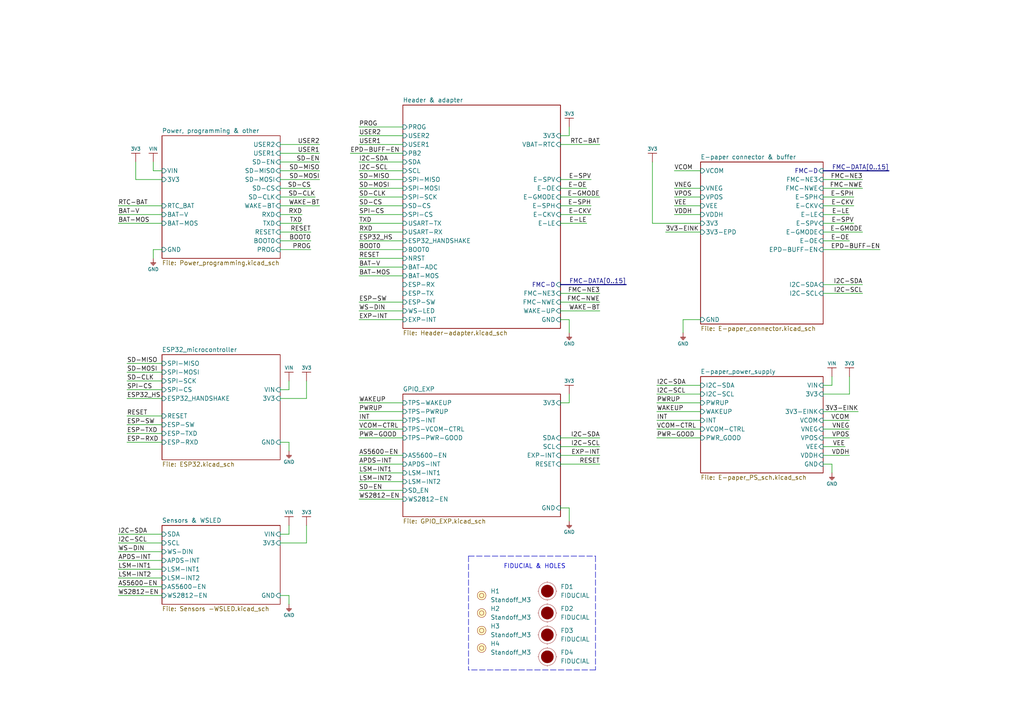
<source format=kicad_sch>
(kicad_sch (version 20211123) (generator eeschema)

  (uuid e63e39d7-6ac0-4ffd-8aa3-1841a4541b55)

  (paper "A4")

  (title_block
    (title "Soldered Inkplate 6 MOTION")
    (date "2024-05-22")
    (rev "V2.1.0.")
    (company "Soldered Electronics")
    (comment 1 "333321")
  )

  (lib_symbols
    (symbol "e-radionica.com schematics:3V3" (power) (pin_names (offset 0)) (in_bom yes) (on_board yes)
      (property "Reference" "#PWR" (id 0) (at 4.445 0 0)
        (effects (font (size 1 1)) hide)
      )
      (property "Value" "3V3" (id 1) (at 0 3.556 0)
        (effects (font (size 1 1)))
      )
      (property "Footprint" "" (id 2) (at 4.445 3.81 0)
        (effects (font (size 1 1)) hide)
      )
      (property "Datasheet" "" (id 3) (at 4.445 3.81 0)
        (effects (font (size 1 1)) hide)
      )
      (property "ki_keywords" "power-flag" (id 4) (at 0 0 0)
        (effects (font (size 1.27 1.27)) hide)
      )
      (property "ki_description" "Power symbol creates a global label with name \"3V3\"" (id 5) (at 0 0 0)
        (effects (font (size 1.27 1.27)) hide)
      )
      (symbol "3V3_0_1"
        (polyline
          (pts
            (xy -1.27 2.54)
            (xy 1.27 2.54)
          )
          (stroke (width 0.16) (type default) (color 0 0 0 0))
          (fill (type none))
        )
        (polyline
          (pts
            (xy 0 0)
            (xy 0 2.54)
          )
          (stroke (width 0) (type default) (color 0 0 0 0))
          (fill (type none))
        )
      )
      (symbol "3V3_1_1"
        (pin power_in line (at 0 0 90) (length 0) hide
          (name "3V3" (effects (font (size 1.27 1.27))))
          (number "1" (effects (font (size 1.27 1.27))))
        )
      )
    )
    (symbol "e-radionica.com schematics:FIDUCIAL" (in_bom no) (on_board yes)
      (property "Reference" "FD" (id 0) (at 0 3.81 0)
        (effects (font (size 1.27 1.27)))
      )
      (property "Value" "FIDUCIAL" (id 1) (at 0 -3.81 0)
        (effects (font (size 1.27 1.27)))
      )
      (property "Footprint" "e-radionica.com footprinti:FIDUCIAL_23" (id 2) (at 0.254 -5.334 0)
        (effects (font (size 1.27 1.27)) hide)
      )
      (property "Datasheet" "" (id 3) (at 0 0 0)
        (effects (font (size 1.27 1.27)) hide)
      )
      (symbol "FIDUCIAL_0_1"
        (polyline
          (pts
            (xy -2.54 0)
            (xy -2.794 0)
          )
          (stroke (width 0.0006) (type default) (color 0 0 0 0))
          (fill (type none))
        )
        (polyline
          (pts
            (xy 0 -2.54)
            (xy 0 -2.794)
          )
          (stroke (width 0.0006) (type default) (color 0 0 0 0))
          (fill (type none))
        )
        (polyline
          (pts
            (xy 0 2.54)
            (xy 0 2.794)
          )
          (stroke (width 0.0006) (type default) (color 0 0 0 0))
          (fill (type none))
        )
        (polyline
          (pts
            (xy 2.54 0)
            (xy 2.794 0)
          )
          (stroke (width 0.0006) (type default) (color 0 0 0 0))
          (fill (type none))
        )
        (circle (center 0 0) (radius 1.7961)
          (stroke (width 0.001) (type default) (color 0 0 0 0))
          (fill (type outline))
        )
        (circle (center 0 0) (radius 2.54)
          (stroke (width 0.0006) (type default) (color 0 0 0 0))
          (fill (type none))
        )
      )
    )
    (symbol "e-radionica.com schematics:GND" (power) (pin_names (offset 0)) (in_bom yes) (on_board yes)
      (property "Reference" "#PWR" (id 0) (at 4.445 0 0)
        (effects (font (size 1 1)) hide)
      )
      (property "Value" "GND" (id 1) (at 0 -2.921 0)
        (effects (font (size 1 1)))
      )
      (property "Footprint" "" (id 2) (at 4.445 3.81 0)
        (effects (font (size 1 1)) hide)
      )
      (property "Datasheet" "" (id 3) (at 4.445 3.81 0)
        (effects (font (size 1 1)) hide)
      )
      (property "ki_keywords" "power-flag" (id 4) (at 0 0 0)
        (effects (font (size 1.27 1.27)) hide)
      )
      (property "ki_description" "Power symbol creates a global label with name \"GND\"" (id 5) (at 0 0 0)
        (effects (font (size 1.27 1.27)) hide)
      )
      (symbol "GND_0_1"
        (polyline
          (pts
            (xy -0.762 -1.27)
            (xy 0.762 -1.27)
          )
          (stroke (width 0.16) (type default) (color 0 0 0 0))
          (fill (type none))
        )
        (polyline
          (pts
            (xy -0.635 -1.524)
            (xy 0.635 -1.524)
          )
          (stroke (width 0.16) (type default) (color 0 0 0 0))
          (fill (type none))
        )
        (polyline
          (pts
            (xy -0.381 -1.778)
            (xy 0.381 -1.778)
          )
          (stroke (width 0.16) (type default) (color 0 0 0 0))
          (fill (type none))
        )
        (polyline
          (pts
            (xy -0.127 -2.032)
            (xy 0.127 -2.032)
          )
          (stroke (width 0.16) (type default) (color 0 0 0 0))
          (fill (type none))
        )
        (polyline
          (pts
            (xy 0 0)
            (xy 0 -1.27)
          )
          (stroke (width 0.16) (type default) (color 0 0 0 0))
          (fill (type none))
        )
      )
      (symbol "GND_1_1"
        (pin power_in line (at 0 0 270) (length 0) hide
          (name "GND" (effects (font (size 1.27 1.27))))
          (number "1" (effects (font (size 1.27 1.27))))
        )
      )
    )
    (symbol "e-radionica.com schematics:Standoff_M3" (in_bom yes) (on_board yes)
      (property "Reference" "H" (id 0) (at 0 2.54 0)
        (effects (font (size 1.27 1.27)))
      )
      (property "Value" "Standoff_M3" (id 1) (at 0 -2.54 0)
        (effects (font (size 1.27 1.27)))
      )
      (property "Footprint" "e-radionica.com footprinti:Standoff_M3" (id 2) (at 0 -3.81 0)
        (effects (font (size 1.27 1.27)) hide)
      )
      (property "Datasheet" "" (id 3) (at 0 0 0)
        (effects (font (size 1.27 1.27)) hide)
      )
      (property "ki_keywords" "standoff odstojnik" (id 4) (at 0 0 0)
        (effects (font (size 1.27 1.27)) hide)
      )
      (property "ki_description" "M3 standoff SMTSO-M3-7ET" (id 5) (at 0 0 0)
        (effects (font (size 1.27 1.27)) hide)
      )
      (symbol "Standoff_M3_0_1"
        (circle (center 0 0) (radius 0.635)
          (stroke (width 0.1) (type default) (color 0 0 0 0))
          (fill (type none))
        )
        (circle (center 0 0) (radius 1.27)
          (stroke (width 0.1) (type default) (color 0 0 0 0))
          (fill (type background))
        )
      )
    )
    (symbol "e-radionica.com schematics:VIN" (power) (pin_names (offset 0)) (in_bom yes) (on_board yes)
      (property "Reference" "#PWR" (id 0) (at 4.445 0 0)
        (effects (font (size 1 1)) hide)
      )
      (property "Value" "VIN" (id 1) (at 0 3.556 0)
        (effects (font (size 1 1)))
      )
      (property "Footprint" "" (id 2) (at 4.445 3.81 0)
        (effects (font (size 1 1)) hide)
      )
      (property "Datasheet" "" (id 3) (at 4.445 3.81 0)
        (effects (font (size 1 1)) hide)
      )
      (property "ki_keywords" "power-flag" (id 4) (at 0 0 0)
        (effects (font (size 1.27 1.27)) hide)
      )
      (property "ki_description" "Power symbol creates a global label with name \"VIN\"" (id 5) (at 0 0 0)
        (effects (font (size 1.27 1.27)) hide)
      )
      (symbol "VIN_0_1"
        (polyline
          (pts
            (xy -1.27 2.54)
            (xy 1.27 2.54)
          )
          (stroke (width 0.16) (type default) (color 0 0 0 0))
          (fill (type none))
        )
        (polyline
          (pts
            (xy 0 0)
            (xy 0 2.54)
          )
          (stroke (width 0) (type default) (color 0 0 0 0))
          (fill (type none))
        )
      )
      (symbol "VIN_1_1"
        (pin power_in line (at 0 0 90) (length 0) hide
          (name "VIN" (effects (font (size 1.27 1.27))))
          (number "1" (effects (font (size 1.27 1.27))))
        )
      )
    )
  )


  (wire (pts (xy 162.56 85.09) (xy 173.99 85.09))
    (stroke (width 0) (type default) (color 0 0 0 0))
    (uuid 00024016-0e12-40ee-a1f0-812d51a405a2)
  )
  (wire (pts (xy 238.76 119.38) (xy 248.92 119.38))
    (stroke (width 0) (type default) (color 0 0 0 0))
    (uuid 02ae76cd-210e-402b-bb30-f645870e9a1a)
  )
  (wire (pts (xy 104.14 132.08) (xy 116.84 132.08))
    (stroke (width 0) (type default) (color 0 0 0 0))
    (uuid 033d6882-a860-4412-b45b-a1a993fb7e75)
  )
  (wire (pts (xy 36.83 110.49) (xy 46.99 110.49))
    (stroke (width 0) (type default) (color 0 0 0 0))
    (uuid 06567212-995f-468f-a1af-750fb9426528)
  )
  (wire (pts (xy 190.5 124.46) (xy 203.2 124.46))
    (stroke (width 0) (type default) (color 0 0 0 0))
    (uuid 0736b702-72d6-4562-884c-7171dc8bf6f9)
  )
  (wire (pts (xy 104.14 54.61) (xy 116.84 54.61))
    (stroke (width 0) (type default) (color 0 0 0 0))
    (uuid 08fff420-ce94-43fe-a0f9-3d5ebab7aa33)
  )
  (wire (pts (xy 104.14 62.23) (xy 116.84 62.23))
    (stroke (width 0) (type default) (color 0 0 0 0))
    (uuid 0b61cc2c-1f12-4952-8c68-71b0d15df594)
  )
  (wire (pts (xy 81.28 172.72) (xy 83.82 172.72))
    (stroke (width 0) (type default) (color 0 0 0 0))
    (uuid 0ca6f356-3a92-412b-9842-54949641cd46)
  )
  (wire (pts (xy 104.14 80.01) (xy 116.84 80.01))
    (stroke (width 0) (type default) (color 0 0 0 0))
    (uuid 1148dc24-257f-4d20-a647-794a1bc29b82)
  )
  (wire (pts (xy 195.58 62.23) (xy 203.2 62.23))
    (stroke (width 0) (type default) (color 0 0 0 0))
    (uuid 12cf86a2-d2ae-46b1-8995-5acdace9ba19)
  )
  (wire (pts (xy 238.76 62.23) (xy 246.38 62.23))
    (stroke (width 0) (type default) (color 0 0 0 0))
    (uuid 1688eaf4-e48b-4261-9ca1-32fc2bb72663)
  )
  (wire (pts (xy 238.76 72.39) (xy 255.27 72.39))
    (stroke (width 0) (type default) (color 0 0 0 0))
    (uuid 19dca5d9-9d10-4e61-994f-08873d3cc414)
  )
  (wire (pts (xy 238.76 54.61) (xy 250.19 54.61))
    (stroke (width 0) (type default) (color 0 0 0 0))
    (uuid 1a4481fb-ed42-48fa-bd6b-fec5b9ccfda8)
  )
  (wire (pts (xy 81.28 64.77) (xy 87.63 64.77))
    (stroke (width 0) (type default) (color 0 0 0 0))
    (uuid 1a8f9992-7b47-4828-b39f-5f4304c6e9a7)
  )
  (wire (pts (xy 36.83 128.27) (xy 46.99 128.27))
    (stroke (width 0) (type default) (color 0 0 0 0))
    (uuid 1b3c2401-93ee-448d-8e5c-87fbff05adbf)
  )
  (wire (pts (xy 104.14 127) (xy 116.84 127))
    (stroke (width 0) (type default) (color 0 0 0 0))
    (uuid 1b5abd26-e57f-4800-ad97-341a74bce939)
  )
  (wire (pts (xy 81.28 41.91) (xy 92.71 41.91))
    (stroke (width 0) (type default) (color 0 0 0 0))
    (uuid 1cbbba0c-776a-48c3-a168-08bbd2cbf7a5)
  )
  (wire (pts (xy 203.2 92.71) (xy 198.12 92.71))
    (stroke (width 0) (type default) (color 0 0 0 0))
    (uuid 1d688b23-2850-4e82-bd16-d5c194020f7c)
  )
  (wire (pts (xy 81.28 154.94) (xy 83.82 154.94))
    (stroke (width 0) (type default) (color 0 0 0 0))
    (uuid 1da82375-684a-4f3f-a8e9-c5d95d5730dd)
  )
  (wire (pts (xy 195.58 54.61) (xy 203.2 54.61))
    (stroke (width 0) (type default) (color 0 0 0 0))
    (uuid 1ee0cfe0-995c-43fe-9666-c9b595331ca5)
  )
  (bus (pts (xy 162.56 82.55) (xy 181.61 82.55))
    (stroke (width 0) (type default) (color 0 0 0 0))
    (uuid 202c77a0-65e0-432d-b57e-6ff402227e25)
  )

  (wire (pts (xy 34.29 59.69) (xy 46.99 59.69))
    (stroke (width 0) (type default) (color 0 0 0 0))
    (uuid 25445284-4e35-4dd2-b928-913ceb8696a8)
  )
  (wire (pts (xy 34.29 172.72) (xy 46.99 172.72))
    (stroke (width 0) (type default) (color 0 0 0 0))
    (uuid 2fc4a878-7e07-4329-9381-25ab08dfef4e)
  )
  (wire (pts (xy 36.83 123.19) (xy 46.99 123.19))
    (stroke (width 0) (type default) (color 0 0 0 0))
    (uuid 30e764d0-3f74-442a-9a4e-32c217a8d3cf)
  )
  (wire (pts (xy 246.38 114.3) (xy 246.38 109.22))
    (stroke (width 0) (type default) (color 0 0 0 0))
    (uuid 32aa9af3-3830-4c7e-96e4-0f4e330f1df5)
  )
  (wire (pts (xy 104.14 121.92) (xy 116.84 121.92))
    (stroke (width 0) (type default) (color 0 0 0 0))
    (uuid 32b0e91e-ca9e-4064-97d4-a92db6d12662)
  )
  (wire (pts (xy 104.14 41.91) (xy 116.84 41.91))
    (stroke (width 0) (type default) (color 0 0 0 0))
    (uuid 32cc2b53-bc6e-4ab4-bff3-d83ffedba150)
  )
  (wire (pts (xy 104.14 36.83) (xy 116.84 36.83))
    (stroke (width 0) (type default) (color 0 0 0 0))
    (uuid 344dda2f-069b-47d8-a08f-5e8c9b9a1782)
  )
  (wire (pts (xy 83.82 128.27) (xy 83.82 130.81))
    (stroke (width 0) (type default) (color 0 0 0 0))
    (uuid 35583e6e-b608-48f4-b2c1-6c99eeb79389)
  )
  (wire (pts (xy 81.28 46.99) (xy 92.71 46.99))
    (stroke (width 0) (type default) (color 0 0 0 0))
    (uuid 39fd1c51-c975-4909-9651-090b4f8bed80)
  )
  (wire (pts (xy 104.14 46.99) (xy 116.84 46.99))
    (stroke (width 0) (type default) (color 0 0 0 0))
    (uuid 3b2bdafb-4712-48b6-913c-b8ba31812df8)
  )
  (wire (pts (xy 81.28 49.53) (xy 92.71 49.53))
    (stroke (width 0) (type default) (color 0 0 0 0))
    (uuid 3b7713f3-c84f-4726-b3c5-1e13d1b130fc)
  )
  (wire (pts (xy 81.28 44.45) (xy 92.71 44.45))
    (stroke (width 0) (type default) (color 0 0 0 0))
    (uuid 3b8c3578-8ac0-4b93-9add-2c9500cae3d6)
  )
  (wire (pts (xy 104.14 74.93) (xy 116.84 74.93))
    (stroke (width 0) (type default) (color 0 0 0 0))
    (uuid 3c7617bf-245a-45a3-b64f-b4b826d2d27f)
  )
  (wire (pts (xy 104.14 134.62) (xy 116.84 134.62))
    (stroke (width 0) (type default) (color 0 0 0 0))
    (uuid 3c7e2022-b489-456e-b2e9-5061bd0bc342)
  )
  (wire (pts (xy 44.45 49.53) (xy 44.45 46.99))
    (stroke (width 0) (type default) (color 0 0 0 0))
    (uuid 3ff87f5b-19e2-4387-abc6-bdff742d0560)
  )
  (wire (pts (xy 190.5 111.76) (xy 203.2 111.76))
    (stroke (width 0) (type default) (color 0 0 0 0))
    (uuid 40e92aed-0701-43bb-ada1-904e194e56b1)
  )
  (wire (pts (xy 81.28 72.39) (xy 90.17 72.39))
    (stroke (width 0) (type default) (color 0 0 0 0))
    (uuid 40f95623-9f77-4129-928c-c2e18d7f8afa)
  )
  (wire (pts (xy 238.76 67.31) (xy 250.19 67.31))
    (stroke (width 0) (type default) (color 0 0 0 0))
    (uuid 415cf57a-0d44-4d16-af36-472bcc01eccb)
  )
  (wire (pts (xy 165.1 116.84) (xy 165.1 114.3))
    (stroke (width 0) (type default) (color 0 0 0 0))
    (uuid 41e097ff-5222-4712-82dd-470e4ce591cb)
  )
  (wire (pts (xy 34.29 157.48) (xy 46.99 157.48))
    (stroke (width 0) (type default) (color 0 0 0 0))
    (uuid 4439551d-f086-4085-b45b-6baf5f386aa2)
  )
  (wire (pts (xy 238.76 111.76) (xy 241.3 111.76))
    (stroke (width 0) (type default) (color 0 0 0 0))
    (uuid 474ec00f-2fe1-427a-acfb-9f9d10788370)
  )
  (wire (pts (xy 162.56 59.69) (xy 171.45 59.69))
    (stroke (width 0) (type default) (color 0 0 0 0))
    (uuid 4769725e-1ff9-43f7-af33-5168a8f2f70d)
  )
  (wire (pts (xy 83.82 154.94) (xy 83.82 152.4))
    (stroke (width 0) (type default) (color 0 0 0 0))
    (uuid 4834a1be-a076-4a32-a12a-7f758e7986bb)
  )
  (wire (pts (xy 81.28 67.31) (xy 90.17 67.31))
    (stroke (width 0) (type default) (color 0 0 0 0))
    (uuid 48ba14a4-0e72-4679-9749-871bbedad404)
  )
  (wire (pts (xy 104.14 64.77) (xy 116.84 64.77))
    (stroke (width 0) (type default) (color 0 0 0 0))
    (uuid 49804e94-dc9c-4d4f-9e1a-ee1e6ef38f03)
  )
  (wire (pts (xy 190.5 116.84) (xy 203.2 116.84))
    (stroke (width 0) (type default) (color 0 0 0 0))
    (uuid 4ebf38a1-6dba-4c2f-a03f-73e761723ff0)
  )
  (wire (pts (xy 81.28 115.57) (xy 88.9 115.57))
    (stroke (width 0) (type default) (color 0 0 0 0))
    (uuid 5617a2ac-f470-4e7b-a03a-f098889ee384)
  )
  (wire (pts (xy 36.83 105.41) (xy 46.99 105.41))
    (stroke (width 0) (type default) (color 0 0 0 0))
    (uuid 5714d353-85e1-454f-ba07-9f1e48d2e687)
  )
  (wire (pts (xy 104.14 72.39) (xy 116.84 72.39))
    (stroke (width 0) (type default) (color 0 0 0 0))
    (uuid 57f95795-cfc6-45d4-bd05-e3d2dad85242)
  )
  (wire (pts (xy 241.3 134.62) (xy 241.3 137.16))
    (stroke (width 0) (type default) (color 0 0 0 0))
    (uuid 594adc59-24f0-4d2c-b226-4f71f303346c)
  )
  (wire (pts (xy 104.14 142.24) (xy 116.84 142.24))
    (stroke (width 0) (type default) (color 0 0 0 0))
    (uuid 5a4f312a-62b3-4e0f-852c-4daca36c1cc7)
  )
  (wire (pts (xy 162.56 41.91) (xy 173.99 41.91))
    (stroke (width 0) (type default) (color 0 0 0 0))
    (uuid 5aea9e2d-c1ce-4a8d-bc6e-36ce3c00ebb3)
  )
  (wire (pts (xy 81.28 59.69) (xy 92.71 59.69))
    (stroke (width 0) (type default) (color 0 0 0 0))
    (uuid 5b08457d-74c0-42e0-a0e5-baa3c56d7230)
  )
  (wire (pts (xy 44.45 72.39) (xy 46.99 72.39))
    (stroke (width 0) (type default) (color 0 0 0 0))
    (uuid 5bfdc73e-fefc-42b4-a3b5-6a3af8b39abd)
  )
  (wire (pts (xy 81.28 52.07) (xy 92.71 52.07))
    (stroke (width 0) (type default) (color 0 0 0 0))
    (uuid 5c7c6cb5-d6bd-42ab-9cc3-352f7276b60d)
  )
  (wire (pts (xy 81.28 69.85) (xy 90.17 69.85))
    (stroke (width 0) (type default) (color 0 0 0 0))
    (uuid 5e71cedc-6f0f-4db1-b74c-7d954c596f12)
  )
  (wire (pts (xy 34.29 160.02) (xy 46.99 160.02))
    (stroke (width 0) (type default) (color 0 0 0 0))
    (uuid 604c6e3e-d5b7-475f-a3a5-076750d0d1e8)
  )
  (wire (pts (xy 162.56 147.32) (xy 165.1 147.32))
    (stroke (width 0) (type default) (color 0 0 0 0))
    (uuid 625e7b70-5c82-432c-9a7c-fa97338af00a)
  )
  (wire (pts (xy 34.29 162.56) (xy 46.99 162.56))
    (stroke (width 0) (type default) (color 0 0 0 0))
    (uuid 63abbb6f-f246-4651-8d33-918c90538bed)
  )
  (wire (pts (xy 193.04 67.31) (xy 203.2 67.31))
    (stroke (width 0) (type default) (color 0 0 0 0))
    (uuid 65368dfc-657c-42fd-9a1b-a107822c59f5)
  )
  (wire (pts (xy 238.76 121.92) (xy 246.38 121.92))
    (stroke (width 0) (type default) (color 0 0 0 0))
    (uuid 65e186d0-7b46-4d9f-863c-3eaf2d464fd7)
  )
  (wire (pts (xy 104.14 139.7) (xy 116.84 139.7))
    (stroke (width 0) (type default) (color 0 0 0 0))
    (uuid 663a0365-8b14-4c04-9530-ce46142becee)
  )
  (wire (pts (xy 162.56 62.23) (xy 171.45 62.23))
    (stroke (width 0) (type default) (color 0 0 0 0))
    (uuid 6cdbd91b-c4f4-4a70-ab7b-2a887dd3cbec)
  )
  (wire (pts (xy 238.76 57.15) (xy 247.65 57.15))
    (stroke (width 0) (type default) (color 0 0 0 0))
    (uuid 6efb9758-562c-4f17-97a2-3776b6b4b2fe)
  )
  (wire (pts (xy 190.5 119.38) (xy 203.2 119.38))
    (stroke (width 0) (type default) (color 0 0 0 0))
    (uuid 6f2a1686-819e-47c5-b408-fc8cf12f7c1e)
  )
  (wire (pts (xy 104.14 124.46) (xy 116.84 124.46))
    (stroke (width 0) (type default) (color 0 0 0 0))
    (uuid 7097ab2c-3500-4072-b0dd-1b25b41c58bf)
  )
  (wire (pts (xy 81.28 54.61) (xy 90.17 54.61))
    (stroke (width 0) (type default) (color 0 0 0 0))
    (uuid 70d8bea7-7ee3-4b32-a339-cf78f18bcb5f)
  )
  (wire (pts (xy 238.76 132.08) (xy 246.38 132.08))
    (stroke (width 0) (type default) (color 0 0 0 0))
    (uuid 70dd9afd-eb2b-4bfe-a3c4-8decd174601c)
  )
  (wire (pts (xy 104.14 87.63) (xy 116.84 87.63))
    (stroke (width 0) (type default) (color 0 0 0 0))
    (uuid 73f58d2b-dbd9-4859-813b-cad023efc3bf)
  )
  (wire (pts (xy 162.56 57.15) (xy 173.99 57.15))
    (stroke (width 0) (type default) (color 0 0 0 0))
    (uuid 749f129a-da40-4551-8344-ee7628bb1dec)
  )
  (wire (pts (xy 195.58 49.53) (xy 203.2 49.53))
    (stroke (width 0) (type default) (color 0 0 0 0))
    (uuid 753ff99a-012f-48ed-ae9a-e0278780676f)
  )
  (wire (pts (xy 162.56 52.07) (xy 171.45 52.07))
    (stroke (width 0) (type default) (color 0 0 0 0))
    (uuid 77189d30-e71e-43d5-8867-19e9fb501ed5)
  )
  (wire (pts (xy 190.5 114.3) (xy 203.2 114.3))
    (stroke (width 0) (type default) (color 0 0 0 0))
    (uuid 77a0d54a-6745-4fbb-bd42-bc9a3db7e1ea)
  )
  (wire (pts (xy 195.58 59.69) (xy 203.2 59.69))
    (stroke (width 0) (type default) (color 0 0 0 0))
    (uuid 79ad7717-a083-4adb-8e23-09029d63f0e8)
  )
  (wire (pts (xy 162.56 132.08) (xy 173.99 132.08))
    (stroke (width 0) (type default) (color 0 0 0 0))
    (uuid 7b6b7658-59e8-4f73-9100-8730047f7506)
  )
  (wire (pts (xy 104.14 137.16) (xy 116.84 137.16))
    (stroke (width 0) (type default) (color 0 0 0 0))
    (uuid 7c595426-344d-4946-8731-41e16598cca1)
  )
  (wire (pts (xy 104.14 59.69) (xy 116.84 59.69))
    (stroke (width 0) (type default) (color 0 0 0 0))
    (uuid 7ca2ece6-ac25-4390-add6-887d10639885)
  )
  (wire (pts (xy 162.56 87.63) (xy 173.99 87.63))
    (stroke (width 0) (type default) (color 0 0 0 0))
    (uuid 7d55465a-77ae-438e-ad3c-e3d3b8df00a8)
  )
  (wire (pts (xy 36.83 120.65) (xy 46.99 120.65))
    (stroke (width 0) (type default) (color 0 0 0 0))
    (uuid 7dc8df82-4152-47e9-8ce6-211a08e0b8c8)
  )
  (wire (pts (xy 81.28 128.27) (xy 83.82 128.27))
    (stroke (width 0) (type default) (color 0 0 0 0))
    (uuid 7f757ad1-d994-4269-8bc8-1eadf49076f9)
  )
  (wire (pts (xy 83.82 172.72) (xy 83.82 175.26))
    (stroke (width 0) (type default) (color 0 0 0 0))
    (uuid 83124ba2-8dc2-48d3-b221-6573b03de6c7)
  )
  (wire (pts (xy 198.12 92.71) (xy 198.12 96.52))
    (stroke (width 0) (type default) (color 0 0 0 0))
    (uuid 889304c2-5db2-40ef-8da1-023364166140)
  )
  (wire (pts (xy 162.56 39.37) (xy 165.1 39.37))
    (stroke (width 0) (type default) (color 0 0 0 0))
    (uuid 891263e1-0672-4cc3-9e3e-067ab1622641)
  )
  (wire (pts (xy 189.23 64.77) (xy 189.23 46.99))
    (stroke (width 0) (type default) (color 0 0 0 0))
    (uuid 89f3a3b2-5e6a-4e3c-bbea-6c1822ddab0e)
  )
  (wire (pts (xy 36.83 115.57) (xy 46.99 115.57))
    (stroke (width 0) (type default) (color 0 0 0 0))
    (uuid 8fdfb38c-5af2-464b-b1d6-a75e16b9b606)
  )
  (wire (pts (xy 88.9 110.49) (xy 88.9 115.57))
    (stroke (width 0) (type default) (color 0 0 0 0))
    (uuid 944210d5-f4b3-4baf-affc-074ea1e96a5b)
  )
  (wire (pts (xy 238.76 114.3) (xy 246.38 114.3))
    (stroke (width 0) (type default) (color 0 0 0 0))
    (uuid 959918e6-75bd-4165-9b3d-b1c9cd1b0a64)
  )
  (wire (pts (xy 83.82 113.03) (xy 81.28 113.03))
    (stroke (width 0) (type default) (color 0 0 0 0))
    (uuid 97ef9a78-b7a0-46e1-8cd8-f8632a294076)
  )
  (wire (pts (xy 104.14 52.07) (xy 116.84 52.07))
    (stroke (width 0) (type default) (color 0 0 0 0))
    (uuid 9ddc315e-6758-4315-a5c2-ea571d3e9796)
  )
  (wire (pts (xy 104.14 144.78) (xy 116.84 144.78))
    (stroke (width 0) (type default) (color 0 0 0 0))
    (uuid 9fd96f24-8ca1-4704-962e-6e44710ff859)
  )
  (polyline (pts (xy 135.89 161.29) (xy 172.72 161.29))
    (stroke (width 0) (type default) (color 0 0 0 0))
    (uuid a51d7cb9-43c2-4fdc-b4cb-a69a9cfe596c)
  )

  (wire (pts (xy 44.45 74.93) (xy 44.45 72.39))
    (stroke (width 0) (type default) (color 0 0 0 0))
    (uuid a57591f8-7e67-4742-9c54-b6fb6f8abe10)
  )
  (wire (pts (xy 36.83 125.73) (xy 46.99 125.73))
    (stroke (width 0) (type default) (color 0 0 0 0))
    (uuid a5e2b94e-e800-47ff-99f5-952f0bfba007)
  )
  (wire (pts (xy 39.37 52.07) (xy 39.37 46.99))
    (stroke (width 0) (type default) (color 0 0 0 0))
    (uuid a5e39692-0383-499a-b150-382926a0b7b7)
  )
  (wire (pts (xy 46.99 52.07) (xy 39.37 52.07))
    (stroke (width 0) (type default) (color 0 0 0 0))
    (uuid aa9be271-6f72-4356-8774-c7207d28a4c7)
  )
  (wire (pts (xy 238.76 82.55) (xy 250.19 82.55))
    (stroke (width 0) (type default) (color 0 0 0 0))
    (uuid ac1311f2-2029-4015-b6d4-a22a03536f73)
  )
  (wire (pts (xy 104.14 67.31) (xy 116.84 67.31))
    (stroke (width 0) (type default) (color 0 0 0 0))
    (uuid ac34cbff-58ef-4db1-a564-18ed76978e43)
  )
  (wire (pts (xy 162.56 129.54) (xy 173.99 129.54))
    (stroke (width 0) (type default) (color 0 0 0 0))
    (uuid ac4613e3-fd01-4dc9-8ea5-1a8c429db7eb)
  )
  (wire (pts (xy 162.56 64.77) (xy 170.18 64.77))
    (stroke (width 0) (type default) (color 0 0 0 0))
    (uuid ae768116-6c01-48ed-9881-dcd23444dd11)
  )
  (bus (pts (xy 238.76 49.53) (xy 257.81 49.53))
    (stroke (width 0) (type default) (color 0 0 0 0))
    (uuid afd0da04-f026-49aa-aaf8-970f788f8440)
  )

  (wire (pts (xy 162.56 54.61) (xy 170.18 54.61))
    (stroke (width 0) (type default) (color 0 0 0 0))
    (uuid b036802f-771e-4fc9-9408-0ca2039168d0)
  )
  (wire (pts (xy 203.2 64.77) (xy 189.23 64.77))
    (stroke (width 0) (type default) (color 0 0 0 0))
    (uuid b1c0157c-85b1-4e8a-8fa0-4f00f5cd2d9a)
  )
  (wire (pts (xy 104.14 39.37) (xy 116.84 39.37))
    (stroke (width 0) (type default) (color 0 0 0 0))
    (uuid b27a2885-f887-4b87-b4eb-69f1ced6b9a8)
  )
  (wire (pts (xy 238.76 69.85) (xy 246.38 69.85))
    (stroke (width 0) (type default) (color 0 0 0 0))
    (uuid b3433655-5617-4d35-86b8-0a1f441d86c1)
  )
  (wire (pts (xy 116.84 49.53) (xy 104.14 49.53))
    (stroke (width 0) (type default) (color 0 0 0 0))
    (uuid b4db9fcc-e360-4deb-88ee-c3528f9fd89b)
  )
  (wire (pts (xy 238.76 52.07) (xy 250.19 52.07))
    (stroke (width 0) (type default) (color 0 0 0 0))
    (uuid b77e8a93-8fa0-437a-a52e-0e7d5e3281e8)
  )
  (wire (pts (xy 162.56 116.84) (xy 165.1 116.84))
    (stroke (width 0) (type default) (color 0 0 0 0))
    (uuid b8167ed0-0888-4cee-9e97-dfb081f2c47c)
  )
  (wire (pts (xy 104.14 92.71) (xy 116.84 92.71))
    (stroke (width 0) (type default) (color 0 0 0 0))
    (uuid b88326a4-2303-4618-9e32-082602eb7060)
  )
  (wire (pts (xy 238.76 134.62) (xy 241.3 134.62))
    (stroke (width 0) (type default) (color 0 0 0 0))
    (uuid b97eff45-dd3b-4c70-b824-30e00836d9f4)
  )
  (polyline (pts (xy 172.72 161.29) (xy 172.72 194.31))
    (stroke (width 0) (type default) (color 0 0 0 0))
    (uuid ba40e6b5-a48c-4968-976a-9489d2e746b6)
  )

  (wire (pts (xy 34.29 62.23) (xy 46.99 62.23))
    (stroke (width 0) (type default) (color 0 0 0 0))
    (uuid bac710a7-7618-413e-baf4-091f7be15990)
  )
  (wire (pts (xy 162.56 90.17) (xy 173.99 90.17))
    (stroke (width 0) (type default) (color 0 0 0 0))
    (uuid bc366f78-7dee-45fc-acb2-709b33ecd8ba)
  )
  (wire (pts (xy 46.99 49.53) (xy 44.45 49.53))
    (stroke (width 0) (type default) (color 0 0 0 0))
    (uuid bed437a5-a9ed-4c4e-904e-a69c93500dec)
  )
  (wire (pts (xy 81.28 62.23) (xy 87.63 62.23))
    (stroke (width 0) (type default) (color 0 0 0 0))
    (uuid bf0ebf64-3e0c-4857-8854-2d54d07572a1)
  )
  (wire (pts (xy 190.5 121.92) (xy 203.2 121.92))
    (stroke (width 0) (type default) (color 0 0 0 0))
    (uuid c15253c6-d362-40e0-b02e-a152463560bc)
  )
  (wire (pts (xy 238.76 129.54) (xy 245.11 129.54))
    (stroke (width 0) (type default) (color 0 0 0 0))
    (uuid c62c3f30-8972-4845-a9d9-239b25a4747c)
  )
  (wire (pts (xy 104.14 90.17) (xy 116.84 90.17))
    (stroke (width 0) (type default) (color 0 0 0 0))
    (uuid c6aa8ab3-2b66-4b5e-9211-f3c75e2a6d76)
  )
  (wire (pts (xy 34.29 154.94) (xy 46.99 154.94))
    (stroke (width 0) (type default) (color 0 0 0 0))
    (uuid c70a183e-c093-41cc-a47b-042ab887919a)
  )
  (wire (pts (xy 104.14 69.85) (xy 116.84 69.85))
    (stroke (width 0) (type default) (color 0 0 0 0))
    (uuid cb2f3b8c-815f-42b2-aca5-3077904e09c5)
  )
  (wire (pts (xy 241.3 111.76) (xy 241.3 109.22))
    (stroke (width 0) (type default) (color 0 0 0 0))
    (uuid cddf64b1-79b9-40ca-a1a0-4b30111e4139)
  )
  (wire (pts (xy 36.83 107.95) (xy 46.99 107.95))
    (stroke (width 0) (type default) (color 0 0 0 0))
    (uuid ce9c9e39-6cc7-4421-a8dd-a18c714e1ae8)
  )
  (wire (pts (xy 83.82 110.49) (xy 83.82 113.03))
    (stroke (width 0) (type default) (color 0 0 0 0))
    (uuid cef19e52-67b2-4e15-9010-1678bf362a19)
  )
  (wire (pts (xy 104.14 57.15) (xy 116.84 57.15))
    (stroke (width 0) (type default) (color 0 0 0 0))
    (uuid d0ac6138-b15f-4e3c-9213-e6cf9a6bf998)
  )
  (wire (pts (xy 104.14 77.47) (xy 116.84 77.47))
    (stroke (width 0) (type default) (color 0 0 0 0))
    (uuid d219e87a-9971-4ad2-b2d9-9e1481382495)
  )
  (wire (pts (xy 34.29 64.77) (xy 46.99 64.77))
    (stroke (width 0) (type default) (color 0 0 0 0))
    (uuid d3a094f0-fd7d-470a-9d5f-a6d3d22aed1b)
  )
  (wire (pts (xy 104.14 116.84) (xy 116.84 116.84))
    (stroke (width 0) (type default) (color 0 0 0 0))
    (uuid d7b6f24a-4eb4-4bb6-b079-36e7951b0e69)
  )
  (polyline (pts (xy 135.89 161.29) (xy 135.89 194.31))
    (stroke (width 0) (type default) (color 0 0 0 0))
    (uuid db8799df-14f1-4b19-b2d1-21980c7847a1)
  )

  (wire (pts (xy 162.56 134.62) (xy 173.99 134.62))
    (stroke (width 0) (type default) (color 0 0 0 0))
    (uuid db90c91d-f48a-4d88-94df-b4529bb5f936)
  )
  (wire (pts (xy 238.76 124.46) (xy 246.38 124.46))
    (stroke (width 0) (type default) (color 0 0 0 0))
    (uuid dc824bbf-a1b4-4327-b952-41b7c8741496)
  )
  (wire (pts (xy 165.1 39.37) (xy 165.1 36.83))
    (stroke (width 0) (type default) (color 0 0 0 0))
    (uuid dcb29ab4-5614-4e1f-a2bc-47bf3db43bf3)
  )
  (wire (pts (xy 238.76 64.77) (xy 247.65 64.77))
    (stroke (width 0) (type default) (color 0 0 0 0))
    (uuid dfcb1db5-84f6-43fe-aab7-d884abdd5bc9)
  )
  (polyline (pts (xy 172.72 194.31) (xy 135.89 194.31))
    (stroke (width 0) (type default) (color 0 0 0 0))
    (uuid e0745eb4-4b6d-468c-a787-c01b7b58b3a1)
  )

  (wire (pts (xy 162.56 92.71) (xy 165.1 92.71))
    (stroke (width 0) (type default) (color 0 0 0 0))
    (uuid e16afea8-4c11-4ddf-ba06-b5c21c5d2ebf)
  )
  (wire (pts (xy 36.83 113.03) (xy 46.99 113.03))
    (stroke (width 0) (type default) (color 0 0 0 0))
    (uuid e398c37d-8264-4503-8695-6be7699d6ece)
  )
  (wire (pts (xy 165.1 147.32) (xy 165.1 151.13))
    (stroke (width 0) (type default) (color 0 0 0 0))
    (uuid e56fb327-8a78-4da5-8fed-074b35eedcef)
  )
  (wire (pts (xy 34.29 165.1) (xy 46.99 165.1))
    (stroke (width 0) (type default) (color 0 0 0 0))
    (uuid e66ae469-4e99-49df-b1a0-3efab536c06c)
  )
  (wire (pts (xy 88.9 157.48) (xy 88.9 152.4))
    (stroke (width 0) (type default) (color 0 0 0 0))
    (uuid e687a96d-656d-4eed-a641-a969284f51bc)
  )
  (wire (pts (xy 238.76 85.09) (xy 250.19 85.09))
    (stroke (width 0) (type default) (color 0 0 0 0))
    (uuid e99f5863-e72f-4afb-a498-1bcfd69d4a6c)
  )
  (wire (pts (xy 34.29 167.64) (xy 46.99 167.64))
    (stroke (width 0) (type default) (color 0 0 0 0))
    (uuid ec0879b4-ba8a-4f47-85b1-ffa7b55ab339)
  )
  (wire (pts (xy 195.58 57.15) (xy 203.2 57.15))
    (stroke (width 0) (type default) (color 0 0 0 0))
    (uuid ed877dfb-968f-422f-b17a-3c1dba1c633c)
  )
  (wire (pts (xy 104.14 119.38) (xy 116.84 119.38))
    (stroke (width 0) (type default) (color 0 0 0 0))
    (uuid eddfa39e-a49e-4409-8f0d-97bc309e9099)
  )
  (wire (pts (xy 190.5 127) (xy 203.2 127))
    (stroke (width 0) (type default) (color 0 0 0 0))
    (uuid efedffb9-4804-4691-a846-fed072fbcb4c)
  )
  (wire (pts (xy 238.76 127) (xy 246.38 127))
    (stroke (width 0) (type default) (color 0 0 0 0))
    (uuid f0650b2e-9a5f-4270-bb95-982133ea605f)
  )
  (wire (pts (xy 34.29 170.18) (xy 46.99 170.18))
    (stroke (width 0) (type default) (color 0 0 0 0))
    (uuid f3ba2bba-8bee-455a-84c0-2194c1b4ba40)
  )
  (wire (pts (xy 238.76 59.69) (xy 247.65 59.69))
    (stroke (width 0) (type default) (color 0 0 0 0))
    (uuid f4cf8512-2f40-422f-81ff-92798e16c099)
  )
  (wire (pts (xy 81.28 57.15) (xy 91.44 57.15))
    (stroke (width 0) (type default) (color 0 0 0 0))
    (uuid f6ad8aa6-61f2-47a1-b95a-090e17f68f1c)
  )
  (wire (pts (xy 101.6 44.45) (xy 116.84 44.45))
    (stroke (width 0) (type default) (color 0 0 0 0))
    (uuid f7d20edb-5e9c-4498-84e8-ac07415bcc87)
  )
  (wire (pts (xy 81.28 157.48) (xy 88.9 157.48))
    (stroke (width 0) (type default) (color 0 0 0 0))
    (uuid f95581e2-8e7f-4b57-83f1-fd1887573d48)
  )
  (wire (pts (xy 165.1 92.71) (xy 165.1 96.52))
    (stroke (width 0) (type default) (color 0 0 0 0))
    (uuid f9c5e8e9-b278-4aa7-8450-6e15dc12c0d9)
  )
  (wire (pts (xy 162.56 127) (xy 173.99 127))
    (stroke (width 0) (type default) (color 0 0 0 0))
    (uuid fcc69005-1916-4615-8d71-1f0bb06c63c4)
  )

  (text "FIDUCIAL & HOLES" (at 146.05 165.1 0)
    (effects (font (size 1.27 1.27)) (justify left bottom))
    (uuid 34dbd237-81a6-441d-8aad-48a52167720a)
  )

  (label "PWR-GOOD" (at 104.14 127 0)
    (effects (font (size 1.27 1.27)) (justify left bottom))
    (uuid 019941ee-a18e-4648-9dcc-76a3b2dbe55b)
  )
  (label "PWRUP" (at 190.5 116.84 0)
    (effects (font (size 1.27 1.27)) (justify left bottom))
    (uuid 0491c7ee-0435-43aa-b374-0fa6655e0ac6)
  )
  (label "RESET" (at 173.99 134.62 180)
    (effects (font (size 1.27 1.27)) (justify right bottom))
    (uuid 063001cb-6c20-4218-bebc-16e31c366bd5)
  )
  (label "USER1" (at 92.71 44.45 180)
    (effects (font (size 1.27 1.27)) (justify right bottom))
    (uuid 069d5c89-5ac7-4737-b006-c612f5bf79e3)
  )
  (label "SD-MISO" (at 36.83 105.41 0)
    (effects (font (size 1.27 1.27)) (justify left bottom))
    (uuid 08d613dc-5548-4c99-a44e-f58ab265e2b5)
  )
  (label "SPI-CS" (at 104.14 62.23 0)
    (effects (font (size 1.27 1.27)) (justify left bottom))
    (uuid 09acba0c-27b8-49a6-85cc-8259bbc4e843)
  )
  (label "INT" (at 190.5 121.92 0)
    (effects (font (size 1.27 1.27)) (justify left bottom))
    (uuid 0e2e97ae-a092-4074-8ebf-4762441da18b)
  )
  (label "ESP32_HS" (at 36.83 115.57 0)
    (effects (font (size 1.27 1.27)) (justify left bottom))
    (uuid 10139aa6-2c7a-436b-9612-9282038413e4)
  )
  (label "LSM-INT1" (at 34.29 165.1 0)
    (effects (font (size 1.27 1.27)) (justify left bottom))
    (uuid 1123e871-c2cd-4aeb-a8ad-7b538c3cf1f1)
  )
  (label "E-LE" (at 246.38 62.23 180)
    (effects (font (size 1.27 1.27)) (justify right bottom))
    (uuid 13178a50-01fb-477c-a862-e0945a619058)
  )
  (label "3V3-EINK" (at 193.04 67.31 0)
    (effects (font (size 1.27 1.27)) (justify left bottom))
    (uuid 1351319f-4de2-4b42-ab1f-d50e6077977e)
  )
  (label "E-CKV" (at 247.65 59.69 180)
    (effects (font (size 1.27 1.27)) (justify right bottom))
    (uuid 141a9caa-85b0-4888-82f9-8890317b3280)
  )
  (label "TXD" (at 87.63 64.77 180)
    (effects (font (size 1.27 1.27)) (justify right bottom))
    (uuid 17fff207-0c53-4601-a3be-1d5ebb1ac88f)
  )
  (label "EXP-INT" (at 104.14 92.71 0)
    (effects (font (size 1.27 1.27)) (justify left bottom))
    (uuid 18dac517-9306-4574-beb9-35e283ecb699)
  )
  (label "E-OE" (at 246.38 69.85 180)
    (effects (font (size 1.27 1.27)) (justify right bottom))
    (uuid 1c9eaec8-e801-4abe-8cf5-fa87200b69c8)
  )
  (label "FMC-DATA[0..15]" (at 241.3 49.53 0)
    (effects (font (size 1.27 1.27)) (justify left bottom))
    (uuid 2171affa-91a9-4c35-b51a-8647ce38123c)
  )
  (label "VPOS" (at 246.38 127 180)
    (effects (font (size 1.27 1.27)) (justify right bottom))
    (uuid 274956c7-a944-41e0-9c82-a72ccec3dbce)
  )
  (label "VNEG" (at 246.38 124.46 180)
    (effects (font (size 1.27 1.27)) (justify right bottom))
    (uuid 27ea91d1-33e8-41fe-9752-ba0de134ba80)
  )
  (label "RESET" (at 36.83 120.65 0)
    (effects (font (size 1.27 1.27)) (justify left bottom))
    (uuid 2b7efec8-dbd3-4ee6-82fb-88b07235d0a9)
  )
  (label "VCOM" (at 246.38 121.92 180)
    (effects (font (size 1.27 1.27)) (justify right bottom))
    (uuid 2fc0c5dd-091d-4a48-9e82-22aeb3e7baf2)
  )
  (label "BAT-V" (at 104.14 77.47 0)
    (effects (font (size 1.27 1.27)) (justify left bottom))
    (uuid 2fe47663-64d9-4b3a-bb00-e6b3c1dab38d)
  )
  (label "I2C-SCL" (at 190.5 114.3 0)
    (effects (font (size 1.27 1.27)) (justify left bottom))
    (uuid 3013a238-7e6b-448b-988f-988bd76a0542)
  )
  (label "WS2812-EN" (at 34.29 172.72 0)
    (effects (font (size 1.27 1.27)) (justify left bottom))
    (uuid 30d69ba9-755a-43db-9d60-6b4918e86b16)
  )
  (label "E-GMODE" (at 173.99 57.15 180)
    (effects (font (size 1.27 1.27)) (justify right bottom))
    (uuid 3220b760-0446-46f5-89cc-c74278ba4065)
  )
  (label "FMC-NE3" (at 173.99 85.09 180)
    (effects (font (size 1.27 1.27)) (justify right bottom))
    (uuid 324526f2-78da-4f80-ad1b-1cc69d0fc273)
  )
  (label "I2C-SDA" (at 104.14 46.99 0)
    (effects (font (size 1.27 1.27)) (justify left bottom))
    (uuid 346f1046-e722-4240-aab6-f071adbacaee)
  )
  (label "SD-CLK" (at 36.83 110.49 0)
    (effects (font (size 1.27 1.27)) (justify left bottom))
    (uuid 37e6f206-610d-472d-9a8e-ca868c47ba94)
  )
  (label "FMC-NWE" (at 250.19 54.61 180)
    (effects (font (size 1.27 1.27)) (justify right bottom))
    (uuid 39e2eb40-675b-40d2-b0ca-deedccad5225)
  )
  (label "RESET" (at 104.14 74.93 0)
    (effects (font (size 1.27 1.27)) (justify left bottom))
    (uuid 3c50bd02-8c81-481f-8ac4-39e2956e7d0e)
  )
  (label "EPD-BUFF-EN" (at 255.27 72.39 180)
    (effects (font (size 1.27 1.27)) (justify right bottom))
    (uuid 3dc7ecb4-bb60-4c35-b3f8-49564a330d5f)
  )
  (label "E-SPH" (at 247.65 57.15 180)
    (effects (font (size 1.27 1.27)) (justify right bottom))
    (uuid 3f45fe1f-785b-4ed0-b0e6-a031a7771d93)
  )
  (label "BOOT0" (at 104.14 72.39 0)
    (effects (font (size 1.27 1.27)) (justify left bottom))
    (uuid 428cfc96-520a-46f5-8be8-8a530c850fa8)
  )
  (label "BAT-MOS" (at 34.29 64.77 0)
    (effects (font (size 1.27 1.27)) (justify left bottom))
    (uuid 47277e67-c025-4355-91cc-e27d9a18b6f5)
  )
  (label "RESET" (at 90.17 67.31 180)
    (effects (font (size 1.27 1.27)) (justify right bottom))
    (uuid 4cc839c9-e0f0-4fa0-b667-d14482a5b276)
  )
  (label "WS-DIN" (at 104.14 90.17 0)
    (effects (font (size 1.27 1.27)) (justify left bottom))
    (uuid 53fd7766-87c0-47cc-a396-95ef34cadda1)
  )
  (label "SPI-CS" (at 36.83 113.03 0)
    (effects (font (size 1.27 1.27)) (justify left bottom))
    (uuid 55dc538d-c8af-4a06-a052-e369d166fb09)
  )
  (label "I2C-SDA" (at 250.19 82.55 180)
    (effects (font (size 1.27 1.27)) (justify right bottom))
    (uuid 5936d9ce-9d1c-42db-a6ce-8859612a3380)
  )
  (label "ESP-SW" (at 104.14 87.63 0)
    (effects (font (size 1.27 1.27)) (justify left bottom))
    (uuid 59853407-ecf5-47ae-a13c-9b0949148782)
  )
  (label "VCOM-CTRL" (at 190.5 124.46 0)
    (effects (font (size 1.27 1.27)) (justify left bottom))
    (uuid 5ae1ec37-105a-41fe-94bb-9dee687b12c6)
  )
  (label "I2C-SDA" (at 34.29 154.94 0)
    (effects (font (size 1.27 1.27)) (justify left bottom))
    (uuid 5cfeebef-c2cd-42c7-aded-328c380290b0)
  )
  (label "E-LE" (at 170.18 64.77 180)
    (effects (font (size 1.27 1.27)) (justify right bottom))
    (uuid 605effb1-ed6d-44da-8c89-193d25ef2f51)
  )
  (label "VPOS" (at 195.58 57.15 0)
    (effects (font (size 1.27 1.27)) (justify left bottom))
    (uuid 6182145a-74f8-4949-a78c-5159b9ee151c)
  )
  (label "VDDH" (at 246.38 132.08 180)
    (effects (font (size 1.27 1.27)) (justify right bottom))
    (uuid 655a71b2-ed55-4db5-b9b9-3918475a86e8)
  )
  (label "FMC-DATA[0..15]" (at 181.61 82.55 180)
    (effects (font (size 1.27 1.27)) (justify right bottom))
    (uuid 6844422f-374b-407c-808d-077b4b486d78)
  )
  (label "VNEG" (at 195.58 54.61 0)
    (effects (font (size 1.27 1.27)) (justify left bottom))
    (uuid 6a47406b-8321-4b5e-bc5d-61420c0b882d)
  )
  (label "USER1" (at 104.14 41.91 0)
    (effects (font (size 1.27 1.27)) (justify left bottom))
    (uuid 6adbe6d5-52fd-493a-8590-1dd116544b52)
  )
  (label "SD-MOSI" (at 104.14 54.61 0)
    (effects (font (size 1.27 1.27)) (justify left bottom))
    (uuid 6c7e54de-814d-47a9-9c96-1695568259bd)
  )
  (label "E-CKV" (at 171.45 62.23 180)
    (effects (font (size 1.27 1.27)) (justify right bottom))
    (uuid 6cffb1a8-e2ab-43aa-8235-0a8d864e77cc)
  )
  (label "I2C-SCL" (at 34.29 157.48 0)
    (effects (font (size 1.27 1.27)) (justify left bottom))
    (uuid 6ea125c5-7ea8-443a-a266-f55045a038ca)
  )
  (label "WAKE-BT" (at 92.71 59.69 180)
    (effects (font (size 1.27 1.27)) (justify right bottom))
    (uuid 6ef38a84-d141-4c23-92bb-e778ab4e216f)
  )
  (label "WS2812-EN" (at 104.14 144.78 0)
    (effects (font (size 1.27 1.27)) (justify left bottom))
    (uuid 7100f58c-6c37-4be6-b1f5-3c0dbb720627)
  )
  (label "VCOM" (at 195.58 49.53 0)
    (effects (font (size 1.27 1.27)) (justify left bottom))
    (uuid 7436463e-63f5-4579-ba37-214a9fb2d159)
  )
  (label "PROG" (at 90.17 72.39 180)
    (effects (font (size 1.27 1.27)) (justify right bottom))
    (uuid 7813ced7-f30c-45ae-bd4f-c7a8885b9ba4)
  )
  (label "TXD" (at 104.14 64.77 0)
    (effects (font (size 1.27 1.27)) (justify left bottom))
    (uuid 78802188-b9d1-49f7-8661-08602ce7d4b5)
  )
  (label "PWRUP" (at 104.14 119.38 0)
    (effects (font (size 1.27 1.27)) (justify left bottom))
    (uuid 79229858-6cc5-4a26-b93f-43855588aeb7)
  )
  (label "ESP-SW" (at 36.83 123.19 0)
    (effects (font (size 1.27 1.27)) (justify left bottom))
    (uuid 7c79da54-beaa-450e-920d-f5b41c24aca1)
  )
  (label "RXD" (at 104.14 67.31 0)
    (effects (font (size 1.27 1.27)) (justify left bottom))
    (uuid 7fb08cc7-207b-4134-ab21-1e89058577d9)
  )
  (label "EPD-BUFF-EN" (at 101.6 44.45 0)
    (effects (font (size 1.27 1.27)) (justify left bottom))
    (uuid 83dd4d40-4f2b-408e-bb99-f32f1bcc456a)
  )
  (label "LSM-INT1" (at 104.14 137.16 0)
    (effects (font (size 1.27 1.27)) (justify left bottom))
    (uuid 89cc3a69-1302-458c-afb5-b8ba12005808)
  )
  (label "RXD" (at 87.63 62.23 180)
    (effects (font (size 1.27 1.27)) (justify right bottom))
    (uuid 8b8fd864-c87f-4e8f-950e-b57094db091f)
  )
  (label "SD-CS" (at 90.17 54.61 180)
    (effects (font (size 1.27 1.27)) (justify right bottom))
    (uuid 8f4ec061-d15e-4d7a-8797-bbaf7c69c2b8)
  )
  (label "FMC-NE3" (at 250.19 52.07 180)
    (effects (font (size 1.27 1.27)) (justify right bottom))
    (uuid 932a22d6-8a2a-4526-913e-ba1068299211)
  )
  (label "RTC-BAT" (at 34.29 59.69 0)
    (effects (font (size 1.27 1.27)) (justify left bottom))
    (uuid 96705d48-6181-482e-92b3-32491a8117d3)
  )
  (label "BAT-V" (at 34.29 62.23 0)
    (effects (font (size 1.27 1.27)) (justify left bottom))
    (uuid 967e9fa4-f6ad-4b00-86d8-3e14106512df)
  )
  (label "USER2" (at 104.14 39.37 0)
    (effects (font (size 1.27 1.27)) (justify left bottom))
    (uuid 9810fe9e-e24a-4a25-a894-d1c666e88e98)
  )
  (label "WS-DIN" (at 34.29 160.02 0)
    (effects (font (size 1.27 1.27)) (justify left bottom))
    (uuid 9855f0f7-fb83-4601-b78d-05efad48121b)
  )
  (label "AS5600-EN" (at 34.29 170.18 0)
    (effects (font (size 1.27 1.27)) (justify left bottom))
    (uuid 98a2655a-100f-4246-ae02-1bc2e5815d65)
  )
  (label "AS5600-EN" (at 104.14 132.08 0)
    (effects (font (size 1.27 1.27)) (justify left bottom))
    (uuid 9c80d9b4-695d-4007-b839-c8c5cec3d723)
  )
  (label "APDS-INT" (at 34.29 162.56 0)
    (effects (font (size 1.27 1.27)) (justify left bottom))
    (uuid 9ebc50cc-03d2-45e6-af5e-4749fcb82655)
  )
  (label "SD-EN" (at 104.14 142.24 0)
    (effects (font (size 1.27 1.27)) (justify left bottom))
    (uuid 9f2ea119-50f5-4b69-bdd4-460f46414530)
  )
  (label "SD-CLK" (at 104.14 57.15 0)
    (effects (font (size 1.27 1.27)) (justify left bottom))
    (uuid a39ca5e5-6e3c-4f87-adc1-8a4d6c5c2ac7)
  )
  (label "VDDH" (at 195.58 62.23 0)
    (effects (font (size 1.27 1.27)) (justify left bottom))
    (uuid a3f89b0b-9420-4f5a-97cf-e8d597c394e5)
  )
  (label "I2C-SCL" (at 250.19 85.09 180)
    (effects (font (size 1.27 1.27)) (justify right bottom))
    (uuid a8a7a33a-0fd0-49f0-8e5f-03c2645bec23)
  )
  (label "INT" (at 104.14 121.92 0)
    (effects (font (size 1.27 1.27)) (justify left bottom))
    (uuid a9e1d00f-2b05-424a-9469-5c90769bf882)
  )
  (label "SD-EN" (at 92.71 46.99 180)
    (effects (font (size 1.27 1.27)) (justify right bottom))
    (uuid aa8e0e98-5d01-44ad-a931-2269381757e5)
  )
  (label "SD-CLK" (at 91.44 57.15 180)
    (effects (font (size 1.27 1.27)) (justify right bottom))
    (uuid ac8517a8-00f8-4678-974f-b03de02453fe)
  )
  (label "SD-MOSI" (at 92.71 52.07 180)
    (effects (font (size 1.27 1.27)) (justify right bottom))
    (uuid b0cb1816-f9e5-4249-a36a-96bd43478f10)
  )
  (label "E-GMODE" (at 250.19 67.31 180)
    (effects (font (size 1.27 1.27)) (justify right bottom))
    (uuid b3e97210-840d-4f0e-8ba7-4176d137ad6f)
  )
  (label "SD-MOSI" (at 36.83 107.95 0)
    (effects (font (size 1.27 1.27)) (justify left bottom))
    (uuid b4656f08-e469-4a74-9ae7-6cc41bb8311d)
  )
  (label "PROG" (at 104.14 36.83 0)
    (effects (font (size 1.27 1.27)) (justify left bottom))
    (uuid b561f71d-48d3-4d9c-87b9-0e460e322c06)
  )
  (label "E-OE" (at 170.18 54.61 180)
    (effects (font (size 1.27 1.27)) (justify right bottom))
    (uuid b868dcd4-3a02-4fb0-9750-dc85febd6913)
  )
  (label "SD-CS" (at 104.14 59.69 0)
    (effects (font (size 1.27 1.27)) (justify left bottom))
    (uuid b8f5d927-32c9-40fb-a484-f301982172a7)
  )
  (label "VCOM-CTRL" (at 104.14 124.46 0)
    (effects (font (size 1.27 1.27)) (justify left bottom))
    (uuid bca1f89c-43c4-4d12-a485-70d01a0250fb)
  )
  (label "VEE" (at 245.11 129.54 180)
    (effects (font (size 1.27 1.27)) (justify right bottom))
    (uuid bdc6238e-7c2d-4cc7-a687-de3d335841ee)
  )
  (label "EXP-INT" (at 173.99 132.08 180)
    (effects (font (size 1.27 1.27)) (justify right bottom))
    (uuid beb1cf86-882f-48f1-aa9b-81ed97be0a17)
  )
  (label "RTC-BAT" (at 173.99 41.91 180)
    (effects (font (size 1.27 1.27)) (justify right bottom))
    (uuid bf8a9ebb-cf01-44a6-9166-7111bbbdb32f)
  )
  (label "3V3-EINK" (at 248.92 119.38 180)
    (effects (font (size 1.27 1.27)) (justify right bottom))
    (uuid c20b759c-4d78-4831-8683-ebdd66e11d2d)
  )
  (label "BOOT0" (at 90.17 69.85 180)
    (effects (font (size 1.27 1.27)) (justify right bottom))
    (uuid c2e6bd9a-cf57-40ba-94ca-9e4f42cba46d)
  )
  (label "E-SPH" (at 171.45 59.69 180)
    (effects (font (size 1.27 1.27)) (justify right bottom))
    (uuid c302e998-0376-46bf-a5a5-a0a1a2a76616)
  )
  (label "I2C-SCL" (at 104.14 49.53 0)
    (effects (font (size 1.27 1.27)) (justify left bottom))
    (uuid c55de468-34c1-466a-acf7-32cfa80f9070)
  )
  (label "BAT-MOS" (at 104.14 80.01 0)
    (effects (font (size 1.27 1.27)) (justify left bottom))
    (uuid c56836cc-ee9c-4826-82ee-1718013bcbce)
  )
  (label "WAKEUP" (at 104.14 116.84 0)
    (effects (font (size 1.27 1.27)) (justify left bottom))
    (uuid c7192861-3bd0-4b6a-b5f3-474297c2be4b)
  )
  (label "APDS-INT" (at 104.14 134.62 0)
    (effects (font (size 1.27 1.27)) (justify left bottom))
    (uuid c741a395-2cdf-43e4-a95e-76e88395e116)
  )
  (label "I2C-SCL" (at 173.99 129.54 180)
    (effects (font (size 1.27 1.27)) (justify right bottom))
    (uuid c888b2ad-8d36-49c1-bc77-b4a29350cd7a)
  )
  (label "ESP32_HS" (at 104.14 69.85 0)
    (effects (font (size 1.27 1.27)) (justify left bottom))
    (uuid c8a1205e-7fe8-442a-b4e6-848a1678a266)
  )
  (label "LSM-INT2" (at 104.14 139.7 0)
    (effects (font (size 1.27 1.27)) (justify left bottom))
    (uuid ccdf8d8f-7080-4519-bb70-8191b1eb247b)
  )
  (label "E-SPV" (at 171.45 52.07 180)
    (effects (font (size 1.27 1.27)) (justify right bottom))
    (uuid cef25ea9-e008-4b73-8229-7769cec94b3f)
  )
  (label "FMC-NWE" (at 173.99 87.63 180)
    (effects (font (size 1.27 1.27)) (justify right bottom))
    (uuid d3c8ce0b-fbde-42f7-94ee-24ea04cf0127)
  )
  (label "WAKEUP" (at 190.5 119.38 0)
    (effects (font (size 1.27 1.27)) (justify left bottom))
    (uuid d62d7780-3da6-48c4-890c-7f913a767c78)
  )
  (label "SD-MISO" (at 92.71 49.53 180)
    (effects (font (size 1.27 1.27)) (justify right bottom))
    (uuid d680f63a-b482-46a0-8f1b-f5c8db363608)
  )
  (label "LSM-INT2" (at 34.29 167.64 0)
    (effects (font (size 1.27 1.27)) (justify left bottom))
    (uuid dcce84fd-4eac-4a6e-8608-694f66ce7ad2)
  )
  (label "WAKE-BT" (at 173.99 90.17 180)
    (effects (font (size 1.27 1.27)) (justify right bottom))
    (uuid dd819205-1acf-4310-b72c-f1229194675f)
  )
  (label "VEE" (at 195.58 59.69 0)
    (effects (font (size 1.27 1.27)) (justify left bottom))
    (uuid dfc478db-727e-4bb5-899a-ef2131c67511)
  )
  (label "I2C-SDA" (at 190.5 111.76 0)
    (effects (font (size 1.27 1.27)) (justify left bottom))
    (uuid e1e34092-eae1-443d-9335-4dc29b196969)
  )
  (label "E-SPV" (at 247.65 64.77 180)
    (effects (font (size 1.27 1.27)) (justify right bottom))
    (uuid e2a2c671-63c8-4cfd-a7da-38c611902b1c)
  )
  (label "I2C-SDA" (at 173.99 127 180)
    (effects (font (size 1.27 1.27)) (justify right bottom))
    (uuid e44bd1e0-834c-426c-9028-2bbd24c83b2f)
  )
  (label "ESP-RXD" (at 36.83 128.27 0)
    (effects (font (size 1.27 1.27)) (justify left bottom))
    (uuid e4f2767c-ca61-488b-860f-d578bb895a17)
  )
  (label "PWR-GOOD" (at 190.5 127 0)
    (effects (font (size 1.27 1.27)) (justify left bottom))
    (uuid ea1618d8-9528-47b1-9874-bcfac710ae23)
  )
  (label "USER2" (at 92.71 41.91 180)
    (effects (font (size 1.27 1.27)) (justify right bottom))
    (uuid f15909d4-d0f6-48dd-a8d2-1c21ba2c6f01)
  )
  (label "SD-MISO" (at 104.14 52.07 0)
    (effects (font (size 1.27 1.27)) (justify left bottom))
    (uuid f39d1ee2-b188-4f9d-ab2a-c0c54171aba9)
  )
  (label "ESP-TXD" (at 36.83 125.73 0)
    (effects (font (size 1.27 1.27)) (justify left bottom))
    (uuid fa622395-df92-45d6-9ce5-8196bdab9d3a)
  )

  (symbol (lib_id "e-radionica.com schematics:3V3") (at 88.9 152.4 0) (unit 1)
    (in_bom yes) (on_board yes) (fields_autoplaced)
    (uuid 173368f8-5e28-4094-9454-bbee324b1ee7)
    (property "Reference" "#PWR09" (id 0) (at 93.345 152.4 0)
      (effects (font (size 1 1)) hide)
    )
    (property "Value" "3V3" (id 1) (at 88.9 148.59 0)
      (effects (font (size 1 1)))
    )
    (property "Footprint" "" (id 2) (at 93.345 148.59 0)
      (effects (font (size 1 1)) hide)
    )
    (property "Datasheet" "" (id 3) (at 93.345 148.59 0)
      (effects (font (size 1 1)) hide)
    )
    (pin "1" (uuid 081abec8-59b8-419b-8e41-a92e3a574817))
  )

  (symbol (lib_id "e-radionica.com schematics:GND") (at 83.82 175.26 0) (unit 1)
    (in_bom yes) (on_board yes)
    (uuid 1a5d45ea-4872-4c14-8883-de4cc9b229c9)
    (property "Reference" "#PWR07" (id 0) (at 88.265 175.26 0)
      (effects (font (size 1 1)) hide)
    )
    (property "Value" "GND" (id 1) (at 83.82 178.435 0)
      (effects (font (size 1 1)))
    )
    (property "Footprint" "" (id 2) (at 88.265 171.45 0)
      (effects (font (size 1 1)) hide)
    )
    (property "Datasheet" "" (id 3) (at 88.265 171.45 0)
      (effects (font (size 1 1)) hide)
    )
    (pin "1" (uuid 39174aa3-a3dd-4bc5-8ede-f2a52b894d99))
  )

  (symbol (lib_id "e-radionica.com schematics:Standoff_M3") (at 139.7 182.88 0) (unit 1)
    (in_bom yes) (on_board yes) (fields_autoplaced)
    (uuid 339085fd-1e50-4528-9df0-37b0c2c774d1)
    (property "Reference" "H3" (id 0) (at 142.24 181.6099 0)
      (effects (font (size 1.27 1.27)) (justify left))
    )
    (property "Value" "Standoff_M3" (id 1) (at 142.24 184.1499 0)
      (effects (font (size 1.27 1.27)) (justify left))
    )
    (property "Footprint" "e-radionica.com footprinti:Standoff_M3" (id 2) (at 139.7 186.69 0)
      (effects (font (size 1.27 1.27)) hide)
    )
    (property "Datasheet" "" (id 3) (at 139.7 182.88 0)
      (effects (font (size 1.27 1.27)) hide)
    )
  )

  (symbol (lib_id "e-radionica.com schematics:GND") (at 44.45 74.93 0) (unit 1)
    (in_bom yes) (on_board yes)
    (uuid 42588a9c-65a4-402a-81ba-76580a1c794e)
    (property "Reference" "#PWR03" (id 0) (at 48.895 74.93 0)
      (effects (font (size 1 1)) hide)
    )
    (property "Value" "GND" (id 1) (at 44.45 78.105 0)
      (effects (font (size 1 1)))
    )
    (property "Footprint" "" (id 2) (at 48.895 71.12 0)
      (effects (font (size 1 1)) hide)
    )
    (property "Datasheet" "" (id 3) (at 48.895 71.12 0)
      (effects (font (size 1 1)) hide)
    )
    (pin "1" (uuid 46e92ea9-e19d-4586-8d6b-6761f3bd2af5))
  )

  (symbol (lib_id "e-radionica.com schematics:GND") (at 241.3 137.16 0) (unit 1)
    (in_bom yes) (on_board yes)
    (uuid 437a5e82-37b8-4643-b9d3-0da92d0e0062)
    (property "Reference" "#PWR017" (id 0) (at 245.745 137.16 0)
      (effects (font (size 1 1)) hide)
    )
    (property "Value" "GND" (id 1) (at 241.3 140.335 0)
      (effects (font (size 1 1)))
    )
    (property "Footprint" "" (id 2) (at 245.745 133.35 0)
      (effects (font (size 1 1)) hide)
    )
    (property "Datasheet" "" (id 3) (at 245.745 133.35 0)
      (effects (font (size 1 1)) hide)
    )
    (pin "1" (uuid 0b890a53-640f-4bb1-804b-23e8085b58e5))
  )

  (symbol (lib_id "e-radionica.com schematics:3V3") (at 246.38 109.22 0) (unit 1)
    (in_bom yes) (on_board yes) (fields_autoplaced)
    (uuid 57171b73-fce8-4a64-8446-b15ca8420ebf)
    (property "Reference" "#PWR018" (id 0) (at 250.825 109.22 0)
      (effects (font (size 1 1)) hide)
    )
    (property "Value" "3V3" (id 1) (at 246.38 105.41 0)
      (effects (font (size 1 1)))
    )
    (property "Footprint" "" (id 2) (at 250.825 105.41 0)
      (effects (font (size 1 1)) hide)
    )
    (property "Datasheet" "" (id 3) (at 250.825 105.41 0)
      (effects (font (size 1 1)) hide)
    )
    (pin "1" (uuid 8ac56b04-cb54-4640-a80e-da3c47e5c0d6))
  )

  (symbol (lib_id "e-radionica.com schematics:GND") (at 165.1 151.13 0) (unit 1)
    (in_bom yes) (on_board yes)
    (uuid 5a065552-bec2-427d-b1e3-deb4fe954189)
    (property "Reference" "#PWR013" (id 0) (at 169.545 151.13 0)
      (effects (font (size 1 1)) hide)
    )
    (property "Value" "GND" (id 1) (at 165.1 154.305 0)
      (effects (font (size 1 1)))
    )
    (property "Footprint" "" (id 2) (at 169.545 147.32 0)
      (effects (font (size 1 1)) hide)
    )
    (property "Datasheet" "" (id 3) (at 169.545 147.32 0)
      (effects (font (size 1 1)) hide)
    )
    (pin "1" (uuid f4bfaefc-f49a-42e6-a790-694e76913c2b))
  )

  (symbol (lib_id "e-radionica.com schematics:FIDUCIAL") (at 158.75 171.45 0) (unit 1)
    (in_bom no) (on_board yes) (fields_autoplaced)
    (uuid 68b7982f-b735-441c-8e05-80d7e9718f99)
    (property "Reference" "FD1" (id 0) (at 162.56 170.1799 0)
      (effects (font (size 1.27 1.27)) (justify left))
    )
    (property "Value" "FIDUCIAL" (id 1) (at 162.56 172.7199 0)
      (effects (font (size 1.27 1.27)) (justify left))
    )
    (property "Footprint" "e-radionica.com footprinti:FIDUCIAL_23" (id 2) (at 159.004 176.784 0)
      (effects (font (size 1.27 1.27)) hide)
    )
    (property "Datasheet" "" (id 3) (at 158.75 171.45 0)
      (effects (font (size 1.27 1.27)) hide)
    )
  )

  (symbol (lib_id "e-radionica.com schematics:FIDUCIAL") (at 158.75 177.8 0) (unit 1)
    (in_bom no) (on_board yes) (fields_autoplaced)
    (uuid 68e7d4b2-62cf-4b3e-95c9-938c6c721ab5)
    (property "Reference" "FD2" (id 0) (at 162.56 176.5299 0)
      (effects (font (size 1.27 1.27)) (justify left))
    )
    (property "Value" "FIDUCIAL" (id 1) (at 162.56 179.0699 0)
      (effects (font (size 1.27 1.27)) (justify left))
    )
    (property "Footprint" "e-radionica.com footprinti:FIDUCIAL_23" (id 2) (at 159.004 183.134 0)
      (effects (font (size 1.27 1.27)) hide)
    )
    (property "Datasheet" "" (id 3) (at 158.75 177.8 0)
      (effects (font (size 1.27 1.27)) hide)
    )
  )

  (symbol (lib_id "e-radionica.com schematics:3V3") (at 88.9 110.49 0) (unit 1)
    (in_bom yes) (on_board yes) (fields_autoplaced)
    (uuid 7348f59d-0322-424d-a79a-821d2935ba59)
    (property "Reference" "#PWR08" (id 0) (at 93.345 110.49 0)
      (effects (font (size 1 1)) hide)
    )
    (property "Value" "3V3" (id 1) (at 88.9 106.68 0)
      (effects (font (size 1 1)))
    )
    (property "Footprint" "" (id 2) (at 93.345 106.68 0)
      (effects (font (size 1 1)) hide)
    )
    (property "Datasheet" "" (id 3) (at 93.345 106.68 0)
      (effects (font (size 1 1)) hide)
    )
    (pin "1" (uuid 4fbf62af-9cc9-4d84-aa89-5d2e7385f319))
  )

  (symbol (lib_id "e-radionica.com schematics:FIDUCIAL") (at 158.75 190.5 0) (unit 1)
    (in_bom no) (on_board yes) (fields_autoplaced)
    (uuid 755ba778-20eb-4ea0-8309-5bb667ece59a)
    (property "Reference" "FD4" (id 0) (at 162.56 189.2299 0)
      (effects (font (size 1.27 1.27)) (justify left))
    )
    (property "Value" "FIDUCIAL" (id 1) (at 162.56 191.7699 0)
      (effects (font (size 1.27 1.27)) (justify left))
    )
    (property "Footprint" "e-radionica.com footprinti:FIDUCIAL_23" (id 2) (at 159.004 195.834 0)
      (effects (font (size 1.27 1.27)) hide)
    )
    (property "Datasheet" "" (id 3) (at 158.75 190.5 0)
      (effects (font (size 1.27 1.27)) hide)
    )
  )

  (symbol (lib_id "e-radionica.com schematics:Standoff_M3") (at 139.7 177.8 0) (unit 1)
    (in_bom yes) (on_board yes) (fields_autoplaced)
    (uuid 76efa8b7-b19d-4805-8f53-0590c2070ed4)
    (property "Reference" "H2" (id 0) (at 142.24 176.5299 0)
      (effects (font (size 1.27 1.27)) (justify left))
    )
    (property "Value" "Standoff_M3" (id 1) (at 142.24 179.0699 0)
      (effects (font (size 1.27 1.27)) (justify left))
    )
    (property "Footprint" "e-radionica.com footprinti:Standoff_M3" (id 2) (at 139.7 181.61 0)
      (effects (font (size 1.27 1.27)) hide)
    )
    (property "Datasheet" "" (id 3) (at 139.7 177.8 0)
      (effects (font (size 1.27 1.27)) hide)
    )
  )

  (symbol (lib_id "e-radionica.com schematics:3V3") (at 189.23 46.99 0) (unit 1)
    (in_bom yes) (on_board yes) (fields_autoplaced)
    (uuid 90f62348-4585-45f1-96dd-7af21e3d82fa)
    (property "Reference" "#PWR014" (id 0) (at 193.675 46.99 0)
      (effects (font (size 1 1)) hide)
    )
    (property "Value" "3V3" (id 1) (at 189.23 43.18 0)
      (effects (font (size 1 1)))
    )
    (property "Footprint" "" (id 2) (at 193.675 43.18 0)
      (effects (font (size 1 1)) hide)
    )
    (property "Datasheet" "" (id 3) (at 193.675 43.18 0)
      (effects (font (size 1 1)) hide)
    )
    (pin "1" (uuid 33a9fe63-7cc1-4a5f-b2e0-8b4ce985c912))
  )

  (symbol (lib_id "e-radionica.com schematics:3V3") (at 165.1 114.3 0) (unit 1)
    (in_bom yes) (on_board yes) (fields_autoplaced)
    (uuid 946b7375-e3c0-41a1-9a29-c6219afbd197)
    (property "Reference" "#PWR012" (id 0) (at 169.545 114.3 0)
      (effects (font (size 1 1)) hide)
    )
    (property "Value" "3V3" (id 1) (at 165.1 110.49 0)
      (effects (font (size 1 1)))
    )
    (property "Footprint" "" (id 2) (at 169.545 110.49 0)
      (effects (font (size 1 1)) hide)
    )
    (property "Datasheet" "" (id 3) (at 169.545 110.49 0)
      (effects (font (size 1 1)) hide)
    )
    (pin "1" (uuid f71f404b-a339-4bf0-81e4-ddab9b64b052))
  )

  (symbol (lib_id "e-radionica.com schematics:3V3") (at 39.37 46.99 0) (unit 1)
    (in_bom yes) (on_board yes) (fields_autoplaced)
    (uuid 95c55d2a-0990-4764-81c5-dddd059366b7)
    (property "Reference" "#PWR01" (id 0) (at 43.815 46.99 0)
      (effects (font (size 1 1)) hide)
    )
    (property "Value" "3V3" (id 1) (at 39.37 43.18 0)
      (effects (font (size 1 1)))
    )
    (property "Footprint" "" (id 2) (at 43.815 43.18 0)
      (effects (font (size 1 1)) hide)
    )
    (property "Datasheet" "" (id 3) (at 43.815 43.18 0)
      (effects (font (size 1 1)) hide)
    )
    (pin "1" (uuid 6d6aed66-6fa2-4bb8-aecd-72b33a4501a4))
  )

  (symbol (lib_id "e-radionica.com schematics:VIN") (at 44.45 46.99 0) (unit 1)
    (in_bom yes) (on_board yes) (fields_autoplaced)
    (uuid adb1f943-2fcf-4c1b-b2d5-7ea3d0ae07ee)
    (property "Reference" "#PWR02" (id 0) (at 48.895 46.99 0)
      (effects (font (size 1 1)) hide)
    )
    (property "Value" "VIN" (id 1) (at 44.45 43.18 0)
      (effects (font (size 1 1)))
    )
    (property "Footprint" "" (id 2) (at 48.895 43.18 0)
      (effects (font (size 1 1)) hide)
    )
    (property "Datasheet" "" (id 3) (at 48.895 43.18 0)
      (effects (font (size 1 1)) hide)
    )
    (pin "1" (uuid 108d2038-c5c2-44f0-8f5e-dc6d3c1633e6))
  )

  (symbol (lib_id "e-radionica.com schematics:VIN") (at 83.82 152.4 0) (unit 1)
    (in_bom yes) (on_board yes) (fields_autoplaced)
    (uuid adc61e3e-9729-43b9-8b57-b610ce0914f9)
    (property "Reference" "#PWR06" (id 0) (at 88.265 152.4 0)
      (effects (font (size 1 1)) hide)
    )
    (property "Value" "VIN" (id 1) (at 83.82 148.59 0)
      (effects (font (size 1 1)))
    )
    (property "Footprint" "" (id 2) (at 88.265 148.59 0)
      (effects (font (size 1 1)) hide)
    )
    (property "Datasheet" "" (id 3) (at 88.265 148.59 0)
      (effects (font (size 1 1)) hide)
    )
    (pin "1" (uuid 0edb1b6e-f927-4e67-ad07-7a160b37ecc2))
  )

  (symbol (lib_id "e-radionica.com schematics:VIN") (at 83.82 110.49 0) (unit 1)
    (in_bom yes) (on_board yes) (fields_autoplaced)
    (uuid b2150a1e-8284-4c7b-8700-b3630eb2eac7)
    (property "Reference" "#PWR04" (id 0) (at 88.265 110.49 0)
      (effects (font (size 1 1)) hide)
    )
    (property "Value" "VIN" (id 1) (at 83.82 106.68 0)
      (effects (font (size 1 1)))
    )
    (property "Footprint" "" (id 2) (at 88.265 106.68 0)
      (effects (font (size 1 1)) hide)
    )
    (property "Datasheet" "" (id 3) (at 88.265 106.68 0)
      (effects (font (size 1 1)) hide)
    )
    (pin "1" (uuid a3e588e1-1b18-4300-82da-ec87b0c38103))
  )

  (symbol (lib_id "e-radionica.com schematics:Standoff_M3") (at 139.7 172.72 0) (unit 1)
    (in_bom yes) (on_board yes) (fields_autoplaced)
    (uuid b2f7a905-06a0-42e2-a1de-86790d8cb056)
    (property "Reference" "H1" (id 0) (at 142.24 171.4499 0)
      (effects (font (size 1.27 1.27)) (justify left))
    )
    (property "Value" "Standoff_M3" (id 1) (at 142.24 173.9899 0)
      (effects (font (size 1.27 1.27)) (justify left))
    )
    (property "Footprint" "e-radionica.com footprinti:Standoff_M3" (id 2) (at 139.7 176.53 0)
      (effects (font (size 1.27 1.27)) hide)
    )
    (property "Datasheet" "" (id 3) (at 139.7 172.72 0)
      (effects (font (size 1.27 1.27)) hide)
    )
  )

  (symbol (lib_id "e-radionica.com schematics:GND") (at 198.12 96.52 0) (unit 1)
    (in_bom yes) (on_board yes)
    (uuid c4859a37-7d91-4df4-93d1-8ea847bd4486)
    (property "Reference" "#PWR015" (id 0) (at 202.565 96.52 0)
      (effects (font (size 1 1)) hide)
    )
    (property "Value" "GND" (id 1) (at 198.12 99.695 0)
      (effects (font (size 1 1)))
    )
    (property "Footprint" "" (id 2) (at 202.565 92.71 0)
      (effects (font (size 1 1)) hide)
    )
    (property "Datasheet" "" (id 3) (at 202.565 92.71 0)
      (effects (font (size 1 1)) hide)
    )
    (pin "1" (uuid efeb221b-f026-422d-9124-c87b28ff15f2))
  )

  (symbol (lib_id "e-radionica.com schematics:FIDUCIAL") (at 158.75 184.15 0) (unit 1)
    (in_bom no) (on_board yes) (fields_autoplaced)
    (uuid c92a7e8c-7e7c-457f-bbd5-11e29bc30d9c)
    (property "Reference" "FD3" (id 0) (at 162.56 182.8799 0)
      (effects (font (size 1.27 1.27)) (justify left))
    )
    (property "Value" "FIDUCIAL" (id 1) (at 162.56 185.4199 0)
      (effects (font (size 1.27 1.27)) (justify left))
    )
    (property "Footprint" "e-radionica.com footprinti:FIDUCIAL_23" (id 2) (at 159.004 189.484 0)
      (effects (font (size 1.27 1.27)) hide)
    )
    (property "Datasheet" "" (id 3) (at 158.75 184.15 0)
      (effects (font (size 1.27 1.27)) hide)
    )
  )

  (symbol (lib_id "e-radionica.com schematics:VIN") (at 241.3 109.22 0) (unit 1)
    (in_bom yes) (on_board yes) (fields_autoplaced)
    (uuid d7a42d68-2e9f-4fc4-b955-55376f6c724e)
    (property "Reference" "#PWR016" (id 0) (at 245.745 109.22 0)
      (effects (font (size 1 1)) hide)
    )
    (property "Value" "VIN" (id 1) (at 241.3 105.41 0)
      (effects (font (size 1 1)))
    )
    (property "Footprint" "" (id 2) (at 245.745 105.41 0)
      (effects (font (size 1 1)) hide)
    )
    (property "Datasheet" "" (id 3) (at 245.745 105.41 0)
      (effects (font (size 1 1)) hide)
    )
    (pin "1" (uuid 7629c1b0-77ce-4ca2-b809-2b949b7c44da))
  )

  (symbol (lib_id "e-radionica.com schematics:GND") (at 83.82 130.81 0) (unit 1)
    (in_bom yes) (on_board yes)
    (uuid e2011300-3520-4130-b8d0-1def51465d83)
    (property "Reference" "#PWR05" (id 0) (at 88.265 130.81 0)
      (effects (font (size 1 1)) hide)
    )
    (property "Value" "GND" (id 1) (at 83.82 133.985 0)
      (effects (font (size 1 1)))
    )
    (property "Footprint" "" (id 2) (at 88.265 127 0)
      (effects (font (size 1 1)) hide)
    )
    (property "Datasheet" "" (id 3) (at 88.265 127 0)
      (effects (font (size 1 1)) hide)
    )
    (pin "1" (uuid 417ac9fa-c06e-4a0f-a856-a5c97e115477))
  )

  (symbol (lib_id "e-radionica.com schematics:Standoff_M3") (at 139.7 187.96 0) (unit 1)
    (in_bom yes) (on_board yes) (fields_autoplaced)
    (uuid f0f96e95-9490-4bb3-a06d-dff6d336b77e)
    (property "Reference" "H4" (id 0) (at 142.24 186.6899 0)
      (effects (font (size 1.27 1.27)) (justify left))
    )
    (property "Value" "Standoff_M3" (id 1) (at 142.24 189.2299 0)
      (effects (font (size 1.27 1.27)) (justify left))
    )
    (property "Footprint" "e-radionica.com footprinti:Standoff_M3" (id 2) (at 139.7 191.77 0)
      (effects (font (size 1.27 1.27)) hide)
    )
    (property "Datasheet" "" (id 3) (at 139.7 187.96 0)
      (effects (font (size 1.27 1.27)) hide)
    )
  )

  (symbol (lib_id "e-radionica.com schematics:GND") (at 165.1 96.52 0) (unit 1)
    (in_bom yes) (on_board yes)
    (uuid f401bde5-bece-48d0-b382-b29e92ce5209)
    (property "Reference" "#PWR011" (id 0) (at 169.545 96.52 0)
      (effects (font (size 1 1)) hide)
    )
    (property "Value" "GND" (id 1) (at 165.1 99.695 0)
      (effects (font (size 1 1)))
    )
    (property "Footprint" "" (id 2) (at 169.545 92.71 0)
      (effects (font (size 1 1)) hide)
    )
    (property "Datasheet" "" (id 3) (at 169.545 92.71 0)
      (effects (font (size 1 1)) hide)
    )
    (pin "1" (uuid fb1720ce-1596-4f7f-8a89-f38eceee4b87))
  )

  (symbol (lib_id "e-radionica.com schematics:3V3") (at 165.1 36.83 0) (unit 1)
    (in_bom yes) (on_board yes) (fields_autoplaced)
    (uuid fc755898-c76d-4c36-8fbd-f4e3624115e4)
    (property "Reference" "#PWR010" (id 0) (at 169.545 36.83 0)
      (effects (font (size 1 1)) hide)
    )
    (property "Value" "3V3" (id 1) (at 165.1 33.02 0)
      (effects (font (size 1 1)))
    )
    (property "Footprint" "" (id 2) (at 169.545 33.02 0)
      (effects (font (size 1 1)) hide)
    )
    (property "Datasheet" "" (id 3) (at 169.545 33.02 0)
      (effects (font (size 1 1)) hide)
    )
    (pin "1" (uuid 4645f2c8-8c2d-4837-9e5b-0948e0060dae))
  )

  (sheet (at 46.99 152.4) (size 34.29 22.86) (fields_autoplaced)
    (stroke (width 0.1524) (type solid) (color 0 0 0 0))
    (fill (color 0 0 0 0.0000))
    (uuid 2c595dc9-4bed-41f0-900c-6255e0347d42)
    (property "Sheet name" "Sensors & WSLED" (id 0) (at 46.99 151.6884 0)
      (effects (font (size 1.27 1.27)) (justify left bottom))
    )
    (property "Sheet file" "Sensors -WSLED.kicad_sch" (id 1) (at 46.99 175.8446 0)
      (effects (font (size 1.27 1.27)) (justify left top))
    )
    (pin "GND" input (at 81.28 172.72 0)
      (effects (font (size 1.27 1.27)) (justify right))
      (uuid 0abbb2db-10d5-4746-aec2-da860efbd8a3)
    )
    (pin "3V3" input (at 81.28 157.48 0)
      (effects (font (size 1.27 1.27)) (justify right))
      (uuid 6ec9d1f1-ca38-44b1-9273-7a68bd132260)
    )
    (pin "VIN" input (at 81.28 154.94 0)
      (effects (font (size 1.27 1.27)) (justify right))
      (uuid 04c5d225-6a53-4789-9e16-a4c1822cd58a)
    )
    (pin "SDA" input (at 46.99 154.94 180)
      (effects (font (size 1.27 1.27)) (justify left))
      (uuid 4a8247e8-dd34-41cf-86c3-56eeb38ef641)
    )
    (pin "SCL" input (at 46.99 157.48 180)
      (effects (font (size 1.27 1.27)) (justify left))
      (uuid 2105e820-09c4-4914-9b47-1f9b2d6b1bda)
    )
    (pin "WS-DIN" input (at 46.99 160.02 180)
      (effects (font (size 1.27 1.27)) (justify left))
      (uuid 7a2634bc-f9a8-4d49-9d46-53598e5fea30)
    )
    (pin "APDS-INT" input (at 46.99 162.56 180)
      (effects (font (size 1.27 1.27)) (justify left))
      (uuid 084f276a-d807-47ca-8719-2bc4b05fdcb5)
    )
    (pin "LSM-INT1" input (at 46.99 165.1 180)
      (effects (font (size 1.27 1.27)) (justify left))
      (uuid fd93f43f-570a-4579-a2fe-4560521c730e)
    )
    (pin "LSM-INT2" input (at 46.99 167.64 180)
      (effects (font (size 1.27 1.27)) (justify left))
      (uuid 0c1055af-5aca-4cc9-b7d9-5a5e64d2ec81)
    )
    (pin "AS5600-EN" input (at 46.99 170.18 180)
      (effects (font (size 1.27 1.27)) (justify left))
      (uuid c08b77c8-9362-494a-97c2-8d4f69cac8a7)
    )
    (pin "WS2812-EN" input (at 46.99 172.72 180)
      (effects (font (size 1.27 1.27)) (justify left))
      (uuid efc372b8-5d1a-4a78-91e9-cdd51d4f7d5b)
    )
  )

  (sheet (at 203.2 46.99) (size 35.56 46.99) (fields_autoplaced)
    (stroke (width 0.1524) (type solid) (color 0 0 0 0))
    (fill (color 0 0 0 0.0000))
    (uuid 8076946b-39c8-4690-98a2-00aa57004f71)
    (property "Sheet name" "E-paper connector & buffer" (id 0) (at 203.2 46.2784 0)
      (effects (font (size 1.27 1.27)) (justify left bottom))
    )
    (property "Sheet file" "E-paper_connector.kicad_sch" (id 1) (at 203.2 94.5646 0)
      (effects (font (size 1.27 1.27)) (justify left top))
    )
    (pin "FMC-NWE" input (at 238.76 54.61 0)
      (effects (font (size 1.27 1.27)) (justify right))
      (uuid e7bd8047-9407-4050-a046-9072a34fcb92)
    )
    (pin "FMC-NE3" input (at 238.76 52.07 0)
      (effects (font (size 1.27 1.27)) (justify right))
      (uuid f47903bc-29ca-47a1-b3c4-c0ecf80aadce)
    )
    (pin "VNEG" input (at 203.2 54.61 180)
      (effects (font (size 1.27 1.27)) (justify left))
      (uuid 89dd5762-51da-4775-b3b9-8cdc82313793)
    )
    (pin "VPOS" input (at 203.2 57.15 180)
      (effects (font (size 1.27 1.27)) (justify left))
      (uuid 8815c623-1342-451b-97f3-77071d71ed1a)
    )
    (pin "VDDH" input (at 203.2 62.23 180)
      (effects (font (size 1.27 1.27)) (justify left))
      (uuid fa53271c-ae74-470b-b836-59a7bf634268)
    )
    (pin "VEE" input (at 203.2 59.69 180)
      (effects (font (size 1.27 1.27)) (justify left))
      (uuid e2f4f970-006e-40d6-bf76-288dd34d3cea)
    )
    (pin "VCOM" input (at 203.2 49.53 180)
      (effects (font (size 1.27 1.27)) (justify left))
      (uuid 62d7bcf9-60fc-40be-805e-766410394563)
    )
    (pin "FMC-D" input (at 238.76 49.53 0)
      (effects (font (size 1.27 1.27)) (justify right))
      (uuid 7f5543e3-a501-4be2-a273-d9df489ef6b0)
    )
    (pin "E-SPH" input (at 238.76 57.15 0)
      (effects (font (size 1.27 1.27)) (justify right))
      (uuid a6fbea89-6daa-4558-b2e1-6b6c6e23506a)
    )
    (pin "E-LE" input (at 238.76 62.23 0)
      (effects (font (size 1.27 1.27)) (justify right))
      (uuid 3e172888-6b97-4882-bc44-2e22039e2e6a)
    )
    (pin "E-CKV" input (at 238.76 59.69 0)
      (effects (font (size 1.27 1.27)) (justify right))
      (uuid 7320e3b2-677c-40ad-93a4-d09a3dc46e73)
    )
    (pin "GND" input (at 203.2 92.71 180)
      (effects (font (size 1.27 1.27)) (justify left))
      (uuid 8e69d697-d39c-4cc3-af7a-5eb295fb61b7)
    )
    (pin "I2C-SDA" input (at 238.76 82.55 0)
      (effects (font (size 1.27 1.27)) (justify right))
      (uuid ab17bb4b-dc0a-40aa-b973-79edc23f595c)
    )
    (pin "I2C-SCL" input (at 238.76 85.09 0)
      (effects (font (size 1.27 1.27)) (justify right))
      (uuid 76287200-85bd-4aab-a81c-e0a359f3ead2)
    )
    (pin "3V3" input (at 203.2 64.77 180)
      (effects (font (size 1.27 1.27)) (justify left))
      (uuid a5d73d79-496c-40a1-86e6-67cb9321fb99)
    )
    (pin "3V3-EPD" input (at 203.2 67.31 180)
      (effects (font (size 1.27 1.27)) (justify left))
      (uuid 0fed20a5-2fcb-4508-abf0-f292cf524efa)
    )
    (pin "E-SPV" input (at 238.76 64.77 0)
      (effects (font (size 1.27 1.27)) (justify right))
      (uuid bae5d9b3-ae2c-43cb-9571-f19e65958979)
    )
    (pin "E-GMODE" input (at 238.76 67.31 0)
      (effects (font (size 1.27 1.27)) (justify right))
      (uuid e2f48050-df2d-422f-bb47-d26b8cd20c94)
    )
    (pin "E-OE" input (at 238.76 69.85 0)
      (effects (font (size 1.27 1.27)) (justify right))
      (uuid f4563a8a-1553-4d20-87de-f31ab3e1add2)
    )
    (pin "EPD-BUFF-EN" input (at 238.76 72.39 0)
      (effects (font (size 1.27 1.27)) (justify right))
      (uuid 1ebba97e-8b84-40c4-ad34-1e554af3d9ba)
    )
  )

  (sheet (at 116.84 114.3) (size 45.72 35.56) (fields_autoplaced)
    (stroke (width 0.1524) (type solid) (color 0 0 0 0))
    (fill (color 0 0 0 0.0000))
    (uuid b7ae8dd8-4124-408b-99c0-53f6711797dc)
    (property "Sheet name" "GPIO_EXP" (id 0) (at 116.84 113.5884 0)
      (effects (font (size 1.27 1.27)) (justify left bottom))
    )
    (property "Sheet file" "GPIO_EXP.kicad_sch" (id 1) (at 116.84 150.4446 0)
      (effects (font (size 1.27 1.27)) (justify left top))
    )
    (pin "SDA" input (at 162.56 127 0)
      (effects (font (size 1.27 1.27)) (justify right))
      (uuid 1e35751e-77b4-45f1-905e-e103877b92dd)
    )
    (pin "SCL" input (at 162.56 129.54 0)
      (effects (font (size 1.27 1.27)) (justify right))
      (uuid f54d71cf-b2d5-492d-a3ac-24cbcdd8fe75)
    )
    (pin "APDS-INT" input (at 116.84 134.62 180)
      (effects (font (size 1.27 1.27)) (justify left))
      (uuid 5abe8f8d-06cf-4e93-bc21-a5b14a4a6032)
    )
    (pin "LSM-INT1" input (at 116.84 137.16 180)
      (effects (font (size 1.27 1.27)) (justify left))
      (uuid 9e8a283c-e91c-490a-9ada-9d7a7bb026ab)
    )
    (pin "3V3" input (at 162.56 116.84 0)
      (effects (font (size 1.27 1.27)) (justify right))
      (uuid 9981dd84-b52f-4701-8c4a-76dbcbb4eb3d)
    )
    (pin "GND" input (at 162.56 147.32 0)
      (effects (font (size 1.27 1.27)) (justify right))
      (uuid 10a6f944-5502-4477-a93a-d44f126110c6)
    )
    (pin "LSM-INT2" input (at 116.84 139.7 180)
      (effects (font (size 1.27 1.27)) (justify left))
      (uuid 781a3c6c-c4ab-42e4-8bcc-163aff304ffd)
    )
    (pin "TPS-WAKEUP" input (at 116.84 116.84 180)
      (effects (font (size 1.27 1.27)) (justify left))
      (uuid cda67312-11a7-4670-abcb-e4abf5e1f554)
    )
    (pin "TPS-PWRUP" input (at 116.84 119.38 180)
      (effects (font (size 1.27 1.27)) (justify left))
      (uuid 56b1a1b0-7ff0-4b39-8c8d-a74ea7bb132e)
    )
    (pin "TPS-VCOM-CTRL" input (at 116.84 124.46 180)
      (effects (font (size 1.27 1.27)) (justify left))
      (uuid 867cab29-9104-463f-a683-52c0abc9995c)
    )
    (pin "TPS-INT" input (at 116.84 121.92 180)
      (effects (font (size 1.27 1.27)) (justify left))
      (uuid 18d572f4-90e9-464d-aaa0-34f6e23db4c6)
    )
    (pin "TPS-PWR-GOOD" input (at 116.84 127 180)
      (effects (font (size 1.27 1.27)) (justify left))
      (uuid 67d5188b-027f-42f8-b94b-6938a1165426)
    )
    (pin "EXP-INT" input (at 162.56 132.08 0)
      (effects (font (size 1.27 1.27)) (justify right))
      (uuid f5b84bd5-7a27-4070-8edd-1801d0dbfb67)
    )
    (pin "RESET" input (at 162.56 134.62 0)
      (effects (font (size 1.27 1.27)) (justify right))
      (uuid b49e17f3-76e2-413e-bf64-b514370b2346)
    )
    (pin "AS5600-EN" input (at 116.84 132.08 180)
      (effects (font (size 1.27 1.27)) (justify left))
      (uuid 6c60a969-132a-4303-ab2c-c2be47fa36dc)
    )
    (pin "SD_EN" input (at 116.84 142.24 180)
      (effects (font (size 1.27 1.27)) (justify left))
      (uuid 530d9889-ee9d-4a86-bdbb-afebe224291c)
    )
    (pin "WS2812-EN" input (at 116.84 144.78 180)
      (effects (font (size 1.27 1.27)) (justify left))
      (uuid a9cc9122-0c5d-492f-a732-d8fe9ef5c243)
    )
  )

  (sheet (at 46.99 102.87) (size 34.29 30.48) (fields_autoplaced)
    (stroke (width 0.1524) (type solid) (color 0 0 0 0))
    (fill (color 0 0 0 0.0000))
    (uuid be61f1ea-ef51-46ab-8e39-8bbf9dc2cda7)
    (property "Sheet name" "ESP32_microcontroller" (id 0) (at 46.99 102.1584 0)
      (effects (font (size 1.27 1.27)) (justify left bottom))
    )
    (property "Sheet file" "ESP32.kicad_sch" (id 1) (at 46.99 133.9346 0)
      (effects (font (size 1.27 1.27)) (justify left top))
    )
    (pin "GND" input (at 81.28 128.27 0)
      (effects (font (size 1.27 1.27)) (justify right))
      (uuid 6aa590c2-5658-43b6-a706-bd3683a275d8)
    )
    (pin "ESP-SW" input (at 46.99 123.19 180)
      (effects (font (size 1.27 1.27)) (justify left))
      (uuid 2706ab33-fc94-441a-a4fb-fed3b63d4222)
    )
    (pin "ESP-TXD" input (at 46.99 125.73 180)
      (effects (font (size 1.27 1.27)) (justify left))
      (uuid 41f8d3aa-dae0-415b-90e3-88f435f6c2bc)
    )
    (pin "ESP-RXD" input (at 46.99 128.27 180)
      (effects (font (size 1.27 1.27)) (justify left))
      (uuid 0bfeb6a7-1d67-43af-8783-6991ba689bd2)
    )
    (pin "RESET" input (at 46.99 120.65 180)
      (effects (font (size 1.27 1.27)) (justify left))
      (uuid 37aa5013-81b1-439c-b5a3-c3ab04efa05e)
    )
    (pin "SPI-MISO" input (at 46.99 105.41 180)
      (effects (font (size 1.27 1.27)) (justify left))
      (uuid 457af0bc-722f-44d5-83a3-100832131a97)
    )
    (pin "SPI-SCK" input (at 46.99 110.49 180)
      (effects (font (size 1.27 1.27)) (justify left))
      (uuid 0e8241b6-8d05-4375-89b6-114122647d78)
    )
    (pin "SPI-MOSI" input (at 46.99 107.95 180)
      (effects (font (size 1.27 1.27)) (justify left))
      (uuid 358abd28-2cec-4d7d-bf8c-c40e28e13feb)
    )
    (pin "SPI-CS" input (at 46.99 113.03 180)
      (effects (font (size 1.27 1.27)) (justify left))
      (uuid bc6ecfb5-5c6d-41ca-9a11-62a7bff7d96a)
    )
    (pin "VIN" input (at 81.28 113.03 0)
      (effects (font (size 1.27 1.27)) (justify right))
      (uuid 26e4946f-bfe8-4663-876c-32c368360800)
    )
    (pin "3V3" input (at 81.28 115.57 0)
      (effects (font (size 1.27 1.27)) (justify right))
      (uuid c722b742-5cdf-4c44-adfe-089b788efcc0)
    )
    (pin "ESP32_HANDSHAKE" input (at 46.99 115.57 180)
      (effects (font (size 1.27 1.27)) (justify left))
      (uuid d4cfc150-9493-4cf6-9908-79a33c730a86)
    )
  )

  (sheet (at 203.2 109.22) (size 35.56 27.94) (fields_autoplaced)
    (stroke (width 0.1524) (type solid) (color 0 0 0 0))
    (fill (color 0 0 0 0.0000))
    (uuid d6040293-95f0-436a-938c-ad69875a4be8)
    (property "Sheet name" "E-paper_power_supply" (id 0) (at 203.2 108.5084 0)
      (effects (font (size 1.27 1.27)) (justify left bottom))
    )
    (property "Sheet file" "E-paper_PS_sch.kicad_sch" (id 1) (at 203.2 137.7446 0)
      (effects (font (size 1.27 1.27)) (justify left top))
    )
    (pin "VCOM-CTRL" input (at 203.2 124.46 180)
      (effects (font (size 1.27 1.27)) (justify left))
      (uuid f0f26f9a-62d7-4931-bd41-ccc48f689c55)
    )
    (pin "PWRUP" input (at 203.2 116.84 180)
      (effects (font (size 1.27 1.27)) (justify left))
      (uuid f0742475-3c8e-4b8f-8131-78a297271d4b)
    )
    (pin "I2C-SDA" input (at 203.2 111.76 180)
      (effects (font (size 1.27 1.27)) (justify left))
      (uuid 8964b89c-1662-4248-becb-ca9b4182cc8e)
    )
    (pin "WAKEUP" input (at 203.2 119.38 180)
      (effects (font (size 1.27 1.27)) (justify left))
      (uuid 396a67b9-3d12-4636-a677-c1889dfe1619)
    )
    (pin "I2C-SCL" input (at 203.2 114.3 180)
      (effects (font (size 1.27 1.27)) (justify left))
      (uuid 28d92bdc-b6f3-4f37-a39e-831f1895e5de)
    )
    (pin "INT" input (at 203.2 121.92 180)
      (effects (font (size 1.27 1.27)) (justify left))
      (uuid bbd350a3-d67b-4e6f-9f5c-c70c3401d77d)
    )
    (pin "VNEG" input (at 238.76 124.46 0)
      (effects (font (size 1.27 1.27)) (justify right))
      (uuid 1b0e4876-6698-4ec1-8fac-74a43179a391)
    )
    (pin "VPOS" input (at 238.76 127 0)
      (effects (font (size 1.27 1.27)) (justify right))
      (uuid 6fe2d3e2-2daf-4e67-ae05-9cff00a24f82)
    )
    (pin "VEE" input (at 238.76 129.54 0)
      (effects (font (size 1.27 1.27)) (justify right))
      (uuid d6656c6a-801c-471b-98ca-2afbea3cc840)
    )
    (pin "VDDH" input (at 238.76 132.08 0)
      (effects (font (size 1.27 1.27)) (justify right))
      (uuid f4e5e69b-1de1-4d60-b70c-9d544d629f28)
    )
    (pin "VCOM" input (at 238.76 121.92 0)
      (effects (font (size 1.27 1.27)) (justify right))
      (uuid d1521b70-d132-45a4-9dfa-3b14beb5b124)
    )
    (pin "3V3" input (at 238.76 114.3 0)
      (effects (font (size 1.27 1.27)) (justify right))
      (uuid 52988aed-6f78-484d-a6b2-2450d23b163c)
    )
    (pin "VIN" input (at 238.76 111.76 0)
      (effects (font (size 1.27 1.27)) (justify right))
      (uuid 875ece2c-9c00-4dd2-ad31-c472291cc675)
    )
    (pin "GND" input (at 238.76 134.62 0)
      (effects (font (size 1.27 1.27)) (justify right))
      (uuid 9e72e3b9-0bf8-4ca8-a044-2282fa2ba6dc)
    )
    (pin "PWR_GOOD" input (at 203.2 127 180)
      (effects (font (size 1.27 1.27)) (justify left))
      (uuid a50463d0-fd13-44e8-9bd2-8837b199a73f)
    )
    (pin "3V3-EINK" input (at 238.76 119.38 0)
      (effects (font (size 1.27 1.27)) (justify right))
      (uuid b2c19b89-1477-4848-961e-e7fcb1a71e00)
    )
  )

  (sheet (at 116.84 30.48) (size 45.72 64.77) (fields_autoplaced)
    (stroke (width 0.1524) (type solid) (color 0 0 0 0))
    (fill (color 0 0 0 0.0000))
    (uuid d753bbdd-d76f-49cc-b391-6b3fe6dd9998)
    (property "Sheet name" "Header & adapter" (id 0) (at 116.84 29.7684 0)
      (effects (font (size 1.27 1.27)) (justify left bottom))
    )
    (property "Sheet file" "Header-adapter.kicad_sch" (id 1) (at 116.84 95.8346 0)
      (effects (font (size 1.27 1.27)) (justify left top))
    )
    (pin "GND" input (at 162.56 92.71 0)
      (effects (font (size 1.27 1.27)) (justify right))
      (uuid a954e2fa-56d3-498c-b2c2-fd7194223bac)
    )
    (pin "3V3" input (at 162.56 39.37 0)
      (effects (font (size 1.27 1.27)) (justify right))
      (uuid 3d6603dd-f980-44b8-898c-c77401281c4b)
    )
    (pin "SDA" input (at 116.84 46.99 180)
      (effects (font (size 1.27 1.27)) (justify left))
      (uuid 54b04bf6-5240-4696-942e-1a657f0eabd2)
    )
    (pin "SCL" input (at 116.84 49.53 180)
      (effects (font (size 1.27 1.27)) (justify left))
      (uuid 8af15346-4b53-4213-bd7a-5729feb94b54)
    )
    (pin "FMC-NE3" input (at 162.56 85.09 0)
      (effects (font (size 1.27 1.27)) (justify right))
      (uuid c03cca3b-bb55-4fa1-b9e0-7428cbc5bada)
    )
    (pin "E-CKV" input (at 162.56 62.23 0)
      (effects (font (size 1.27 1.27)) (justify right))
      (uuid d822d202-40ba-4917-8996-7d3436e058bd)
    )
    (pin "E-SPH" input (at 162.56 59.69 0)
      (effects (font (size 1.27 1.27)) (justify right))
      (uuid feb67fac-24a5-46c8-b058-e8d08103a624)
    )
    (pin "ESP-RX" input (at 116.84 82.55 180)
      (effects (font (size 1.27 1.27)) (justify left))
      (uuid c1083fd1-db19-4c2d-a221-86a6fb52a701)
    )
    (pin "ESP-TX" input (at 116.84 85.09 180)
      (effects (font (size 1.27 1.27)) (justify left))
      (uuid 132beee2-cb16-41bf-86ad-a81120358da4)
    )
    (pin "ESP-SW" input (at 116.84 87.63 180)
      (effects (font (size 1.27 1.27)) (justify left))
      (uuid bda37309-a77d-4aec-af22-3f89b8e57e02)
    )
    (pin "BAT-ADC" input (at 116.84 77.47 180)
      (effects (font (size 1.27 1.27)) (justify left))
      (uuid 73714911-c825-4cdc-ba80-e7c5ac8e351e)
    )
    (pin "BAT-MOS" input (at 116.84 80.01 180)
      (effects (font (size 1.27 1.27)) (justify left))
      (uuid 0a627a0a-7a6f-4650-93f3-30ae09cfc8da)
    )
    (pin "NRST" input (at 116.84 74.93 180)
      (effects (font (size 1.27 1.27)) (justify left))
      (uuid 8e63d0dd-184e-468a-8114-2890c6a40f24)
    )
    (pin "BOOT0" input (at 116.84 72.39 180)
      (effects (font (size 1.27 1.27)) (justify left))
      (uuid fa9c4565-d015-4d5a-9f0d-d48da93500d5)
    )
    (pin "SD-CS" input (at 116.84 59.69 180)
      (effects (font (size 1.27 1.27)) (justify left))
      (uuid 109ede2a-7e58-4bbb-a689-eb0a6bb207f2)
    )
    (pin "SPI-SCK" input (at 116.84 57.15 180)
      (effects (font (size 1.27 1.27)) (justify left))
      (uuid 08424a8a-5936-44b4-bdf6-5cca09b9c851)
    )
    (pin "SPI-MOSI" input (at 116.84 54.61 180)
      (effects (font (size 1.27 1.27)) (justify left))
      (uuid d35dc07e-331a-49c5-b873-ba8a7c3a88d7)
    )
    (pin "SPI-MISO" input (at 116.84 52.07 180)
      (effects (font (size 1.27 1.27)) (justify left))
      (uuid bd284d9b-f00f-494e-bc4f-c172d52095a3)
    )
    (pin "E-LE" input (at 162.56 64.77 0)
      (effects (font (size 1.27 1.27)) (justify right))
      (uuid 7412c779-1961-48c6-99ac-b000f8755ce2)
    )
    (pin "USART-TX" input (at 116.84 64.77 180)
      (effects (font (size 1.27 1.27)) (justify left))
      (uuid 4902bf70-730d-4bd5-ba12-c20aaac44086)
    )
    (pin "USART-RX" input (at 116.84 67.31 180)
      (effects (font (size 1.27 1.27)) (justify left))
      (uuid 9323a0cf-f339-4b23-b1fa-91e74a920a9f)
    )
    (pin "VBAT-RTC" input (at 162.56 41.91 0)
      (effects (font (size 1.27 1.27)) (justify right))
      (uuid 4ec173ee-e53b-483e-a74e-ad1a25fe563a)
    )
    (pin "FMC-D" input (at 162.56 82.55 0)
      (effects (font (size 1.27 1.27)) (justify right))
      (uuid b5a03c6f-622e-4f7f-8d6b-87f0bc754c17)
    )
    (pin "FMC-NWE" input (at 162.56 87.63 0)
      (effects (font (size 1.27 1.27)) (justify right))
      (uuid bf4d1727-ca48-4ece-9924-c7e23bf59a6f)
    )
    (pin "WAKE-UP" input (at 162.56 90.17 0)
      (effects (font (size 1.27 1.27)) (justify right))
      (uuid 55c53463-9e26-4a82-adf6-b954862e3c20)
    )
    (pin "WS-LED" input (at 116.84 90.17 180)
      (effects (font (size 1.27 1.27)) (justify left))
      (uuid 76e69ec1-8d90-4427-bc70-b576047b6213)
    )
    (pin "USER2" input (at 116.84 39.37 180)
      (effects (font (size 1.27 1.27)) (justify left))
      (uuid 8c62ffbc-b063-42b6-8d90-d7f2a819511f)
    )
    (pin "USER1" input (at 116.84 41.91 180)
      (effects (font (size 1.27 1.27)) (justify left))
      (uuid eaa30cf8-551d-4599-9e5f-c5224032d775)
    )
    (pin "SPI-CS" input (at 116.84 62.23 180)
      (effects (font (size 1.27 1.27)) (justify left))
      (uuid 58e2745f-934f-4fd8-a1fd-951b094d95f3)
    )
    (pin "PROG" input (at 116.84 36.83 180)
      (effects (font (size 1.27 1.27)) (justify left))
      (uuid 65a74754-b8d3-475c-b079-275eb19e1b39)
    )
    (pin "E-GMODE" input (at 162.56 57.15 0)
      (effects (font (size 1.27 1.27)) (justify right))
      (uuid 30915ddb-a0c5-485c-9171-edfe0b8f9041)
    )
    (pin "E-OE" input (at 162.56 54.61 0)
      (effects (font (size 1.27 1.27)) (justify right))
      (uuid f8f960d7-293b-4480-b2f4-ff31bfc2411a)
    )
    (pin "E-SPV" input (at 162.56 52.07 0)
      (effects (font (size 1.27 1.27)) (justify right))
      (uuid 0104e6e1-a564-4b4f-b8c6-ab50dc63a4d6)
    )
    (pin "EXP-INT" input (at 116.84 92.71 180)
      (effects (font (size 1.27 1.27)) (justify left))
      (uuid 6da16f73-1fb1-40f6-af87-f9749f771d55)
    )
    (pin "PB2" input (at 116.84 44.45 180)
      (effects (font (size 1.27 1.27)) (justify left))
      (uuid e3fadcf3-7fe8-44c9-b420-9c90745e33a4)
    )
    (pin "ESP32_HANDSHAKE" input (at 116.84 69.85 180)
      (effects (font (size 1.27 1.27)) (justify left))
      (uuid 8bb287f7-d5f6-4aa2-bb04-1117ab9ae6d1)
    )
  )

  (sheet (at 46.99 39.37) (size 34.29 35.56) (fields_autoplaced)
    (stroke (width 0.1524) (type solid) (color 0 0 0 0))
    (fill (color 0 0 0 0.0000))
    (uuid fb9fd0cb-b849-4e64-8a61-8cf837849888)
    (property "Sheet name" "Power, programming & other" (id 0) (at 46.99 38.6584 0)
      (effects (font (size 1.27 1.27)) (justify left bottom))
    )
    (property "Sheet file" "Power_programming.kicad_sch" (id 1) (at 46.99 75.5146 0)
      (effects (font (size 1.27 1.27)) (justify left top))
    )
    (pin "TXD" input (at 81.28 64.77 0)
      (effects (font (size 1.27 1.27)) (justify right))
      (uuid ce6c714f-1515-418b-9be3-77eabb3316b7)
    )
    (pin "RXD" input (at 81.28 62.23 0)
      (effects (font (size 1.27 1.27)) (justify right))
      (uuid 46f554e3-2192-4ab0-8a4d-d184d1bc64f4)
    )
    (pin "BAT-V" input (at 46.99 62.23 180)
      (effects (font (size 1.27 1.27)) (justify left))
      (uuid 25da3526-fb28-4766-97d8-68bec121d59c)
    )
    (pin "3V3" input (at 46.99 52.07 180)
      (effects (font (size 1.27 1.27)) (justify left))
      (uuid a3f2177c-5dcd-4bdf-b22c-82a39442fc9b)
    )
    (pin "VIN" input (at 46.99 49.53 180)
      (effects (font (size 1.27 1.27)) (justify left))
      (uuid b9aa6ef8-96bf-4c06-8ca0-349d56390a05)
    )
    (pin "GND" input (at 46.99 72.39 180)
      (effects (font (size 1.27 1.27)) (justify left))
      (uuid 2e3fb003-1e88-4d5b-b3fb-d3376558ee77)
    )
    (pin "RESET" input (at 81.28 67.31 0)
      (effects (font (size 1.27 1.27)) (justify right))
      (uuid 1f51d2a7-fe0d-41a9-9983-dca316c7c3fc)
    )
    (pin "BOOT0" input (at 81.28 69.85 0)
      (effects (font (size 1.27 1.27)) (justify right))
      (uuid fcc5ff8c-a424-494a-b79c-d0bf3a71a8bd)
    )
    (pin "RTC_BAT" input (at 46.99 59.69 180)
      (effects (font (size 1.27 1.27)) (justify left))
      (uuid 554d5535-097e-460e-af9b-71821b2dcaa1)
    )
    (pin "SD-MISO" input (at 81.28 49.53 0)
      (effects (font (size 1.27 1.27)) (justify right))
      (uuid d0c876f7-464d-463d-9fb5-c1749faacbce)
    )
    (pin "SD-MOSI" input (at 81.28 52.07 0)
      (effects (font (size 1.27 1.27)) (justify right))
      (uuid 86fcb834-c8e9-49dc-b96b-242f4df3110a)
    )
    (pin "SD-CS" input (at 81.28 54.61 0)
      (effects (font (size 1.27 1.27)) (justify right))
      (uuid 6b0dfee9-a355-4093-8328-6f0a58e92c9a)
    )
    (pin "SD-CLK" input (at 81.28 57.15 0)
      (effects (font (size 1.27 1.27)) (justify right))
      (uuid 17639dc2-c014-462d-b2ad-c2c67aa8c34c)
    )
    (pin "WAKE-BT" input (at 81.28 59.69 0)
      (effects (font (size 1.27 1.27)) (justify right))
      (uuid 80ebc84a-dd87-46ea-8b9b-44e896aaea7f)
    )
    (pin "BAT-MOS" input (at 46.99 64.77 180)
      (effects (font (size 1.27 1.27)) (justify left))
      (uuid f0d95299-1f72-422a-87f9-d90b8d4a8e6e)
    )
    (pin "USER1" input (at 81.28 44.45 0)
      (effects (font (size 1.27 1.27)) (justify right))
      (uuid 55a481fd-b9ae-454d-956d-dc4e109b9784)
    )
    (pin "USER2" input (at 81.28 41.91 0)
      (effects (font (size 1.27 1.27)) (justify right))
      (uuid 46619848-5890-4bbd-8c82-5a08fba846ad)
    )
    (pin "SD-EN" input (at 81.28 46.99 0)
      (effects (font (size 1.27 1.27)) (justify right))
      (uuid 60b17bb9-4c32-4671-ac96-e6d823eab203)
    )
    (pin "PROG" input (at 81.28 72.39 0)
      (effects (font (size 1.27 1.27)) (justify right))
      (uuid bf81794e-b8be-4af8-bbf7-e8948d9ae433)
    )
  )

  (sheet_instances
    (path "/" (page "1"))
    (path "/d6040293-95f0-436a-938c-ad69875a4be8" (page "2"))
    (path "/8076946b-39c8-4690-98a2-00aa57004f71" (page "3"))
    (path "/be61f1ea-ef51-46ab-8e39-8bbf9dc2cda7" (page "4"))
    (path "/fb9fd0cb-b849-4e64-8a61-8cf837849888" (page "5"))
    (path "/d753bbdd-d76f-49cc-b391-6b3fe6dd9998" (page "6"))
    (path "/2c595dc9-4bed-41f0-900c-6255e0347d42" (page "7"))
    (path "/b7ae8dd8-4124-408b-99c0-53f6711797dc" (page "8"))
  )

  (symbol_instances
    (path "/95c55d2a-0990-4764-81c5-dddd059366b7"
      (reference "#PWR01") (unit 1) (value "3V3") (footprint "")
    )
    (path "/adb1f943-2fcf-4c1b-b2d5-7ea3d0ae07ee"
      (reference "#PWR02") (unit 1) (value "VIN") (footprint "")
    )
    (path "/42588a9c-65a4-402a-81ba-76580a1c794e"
      (reference "#PWR03") (unit 1) (value "GND") (footprint "")
    )
    (path "/b2150a1e-8284-4c7b-8700-b3630eb2eac7"
      (reference "#PWR04") (unit 1) (value "VIN") (footprint "")
    )
    (path "/e2011300-3520-4130-b8d0-1def51465d83"
      (reference "#PWR05") (unit 1) (value "GND") (footprint "")
    )
    (path "/adc61e3e-9729-43b9-8b57-b610ce0914f9"
      (reference "#PWR06") (unit 1) (value "VIN") (footprint "")
    )
    (path "/1a5d45ea-4872-4c14-8883-de4cc9b229c9"
      (reference "#PWR07") (unit 1) (value "GND") (footprint "")
    )
    (path "/7348f59d-0322-424d-a79a-821d2935ba59"
      (reference "#PWR08") (unit 1) (value "3V3") (footprint "")
    )
    (path "/173368f8-5e28-4094-9454-bbee324b1ee7"
      (reference "#PWR09") (unit 1) (value "3V3") (footprint "")
    )
    (path "/fc755898-c76d-4c36-8fbd-f4e3624115e4"
      (reference "#PWR010") (unit 1) (value "3V3") (footprint "")
    )
    (path "/f401bde5-bece-48d0-b382-b29e92ce5209"
      (reference "#PWR011") (unit 1) (value "GND") (footprint "")
    )
    (path "/946b7375-e3c0-41a1-9a29-c6219afbd197"
      (reference "#PWR012") (unit 1) (value "3V3") (footprint "")
    )
    (path "/5a065552-bec2-427d-b1e3-deb4fe954189"
      (reference "#PWR013") (unit 1) (value "GND") (footprint "")
    )
    (path "/90f62348-4585-45f1-96dd-7af21e3d82fa"
      (reference "#PWR014") (unit 1) (value "3V3") (footprint "")
    )
    (path "/c4859a37-7d91-4df4-93d1-8ea847bd4486"
      (reference "#PWR015") (unit 1) (value "GND") (footprint "")
    )
    (path "/d7a42d68-2e9f-4fc4-b955-55376f6c724e"
      (reference "#PWR016") (unit 1) (value "VIN") (footprint "")
    )
    (path "/437a5e82-37b8-4643-b9d3-0da92d0e0062"
      (reference "#PWR017") (unit 1) (value "GND") (footprint "")
    )
    (path "/57171b73-fce8-4a64-8446-b15ca8420ebf"
      (reference "#PWR018") (unit 1) (value "3V3") (footprint "")
    )
    (path "/d6040293-95f0-436a-938c-ad69875a4be8/bff3026c-97a0-4108-a2c4-55a1a08646c1"
      (reference "#PWR019") (unit 1) (value "VDDH") (footprint "")
    )
    (path "/d6040293-95f0-436a-938c-ad69875a4be8/3d0e10b0-3e8b-4045-b39d-1fe36b1e6195"
      (reference "#PWR020") (unit 1) (value "GND") (footprint "")
    )
    (path "/d6040293-95f0-436a-938c-ad69875a4be8/5f15ff59-0e0d-4c4b-b121-f0fe01bd4705"
      (reference "#PWR021") (unit 1) (value "GND") (footprint "")
    )
    (path "/d6040293-95f0-436a-938c-ad69875a4be8/c0d256a5-13f8-43b8-b94b-15599e7c7c82"
      (reference "#PWR022") (unit 1) (value "GND") (footprint "")
    )
    (path "/d6040293-95f0-436a-938c-ad69875a4be8/a143460e-4f0d-4ea4-8cc5-73ad8d63cce3"
      (reference "#PWR023") (unit 1) (value "GND") (footprint "")
    )
    (path "/d6040293-95f0-436a-938c-ad69875a4be8/69162f3e-28df-4ba6-ba32-42f3b0e4321b"
      (reference "#PWR024") (unit 1) (value "GND") (footprint "")
    )
    (path "/d6040293-95f0-436a-938c-ad69875a4be8/c5e89c69-83e6-47c3-939b-5e254825974f"
      (reference "#PWR025") (unit 1) (value "GND") (footprint "")
    )
    (path "/d6040293-95f0-436a-938c-ad69875a4be8/8505c4b1-d82a-4df3-a609-1b8350ce677a"
      (reference "#PWR026") (unit 1) (value "GND") (footprint "")
    )
    (path "/d6040293-95f0-436a-938c-ad69875a4be8/4ea60f71-b787-4229-816d-43209717bd44"
      (reference "#PWR027") (unit 1) (value "GND") (footprint "")
    )
    (path "/d6040293-95f0-436a-938c-ad69875a4be8/e35bed2f-9ff7-472b-91f3-dbf438b829c0"
      (reference "#PWR028") (unit 1) (value "GND") (footprint "")
    )
    (path "/d6040293-95f0-436a-938c-ad69875a4be8/b1d4ff05-4656-4b8d-8e28-2bb27e1019c1"
      (reference "#PWR029") (unit 1) (value "GND") (footprint "")
    )
    (path "/d6040293-95f0-436a-938c-ad69875a4be8/eabc42d1-2e92-470b-95f1-711a460dc7ce"
      (reference "#PWR030") (unit 1) (value "VNEG") (footprint "")
    )
    (path "/d6040293-95f0-436a-938c-ad69875a4be8/13a5356f-b092-4ea7-a6ee-11d04b31d688"
      (reference "#PWR031") (unit 1) (value "VIN") (footprint "")
    )
    (path "/d6040293-95f0-436a-938c-ad69875a4be8/e22794ad-3345-4cfe-b1f5-3fb408de8308"
      (reference "#PWR032") (unit 1) (value "VIN") (footprint "")
    )
    (path "/d6040293-95f0-436a-938c-ad69875a4be8/f17b2cc6-7fd0-4748-9a4f-126a00a82216"
      (reference "#PWR033") (unit 1) (value "GND") (footprint "")
    )
    (path "/d6040293-95f0-436a-938c-ad69875a4be8/2c1a2615-4f8b-4f45-b973-13014b276c64"
      (reference "#PWR034") (unit 1) (value "GND") (footprint "")
    )
    (path "/d6040293-95f0-436a-938c-ad69875a4be8/2369fad5-a867-4b1f-9c22-6c65ac326ac3"
      (reference "#PWR035") (unit 1) (value "GND") (footprint "")
    )
    (path "/d6040293-95f0-436a-938c-ad69875a4be8/03d23ed2-4e68-4699-9aca-907ab6c02038"
      (reference "#PWR036") (unit 1) (value "GND") (footprint "")
    )
    (path "/d6040293-95f0-436a-938c-ad69875a4be8/bfb36522-a33e-465d-9213-636601a8b418"
      (reference "#PWR037") (unit 1) (value "GND") (footprint "")
    )
    (path "/d6040293-95f0-436a-938c-ad69875a4be8/f20f2b22-294e-46e1-a61a-201839523eb8"
      (reference "#PWR038") (unit 1) (value "GND") (footprint "")
    )
    (path "/d6040293-95f0-436a-938c-ad69875a4be8/1a20ea60-ed05-4ae4-8c2b-24045e48797e"
      (reference "#PWR039") (unit 1) (value "VDDH") (footprint "")
    )
    (path "/d6040293-95f0-436a-938c-ad69875a4be8/4350ce21-5334-453c-8986-22544aaab136"
      (reference "#PWR040") (unit 1) (value "GND") (footprint "")
    )
    (path "/d6040293-95f0-436a-938c-ad69875a4be8/c15782eb-b8fe-4ce4-a100-89d9b5a87aeb"
      (reference "#PWR041") (unit 1) (value "VEE") (footprint "")
    )
    (path "/d6040293-95f0-436a-938c-ad69875a4be8/f2429707-f203-4ddb-8d93-945f4401e36a"
      (reference "#PWR042") (unit 1) (value "3V3") (footprint "")
    )
    (path "/d6040293-95f0-436a-938c-ad69875a4be8/34523943-bba1-471b-b1a2-22380027d619"
      (reference "#PWR043") (unit 1) (value "GND") (footprint "")
    )
    (path "/d6040293-95f0-436a-938c-ad69875a4be8/eae0e737-7212-44a4-8158-cc3654b0342d"
      (reference "#PWR044") (unit 1) (value "VPOS") (footprint "")
    )
    (path "/d6040293-95f0-436a-938c-ad69875a4be8/b0a5352c-9501-4257-b99a-a6b0ad322cf3"
      (reference "#PWR045") (unit 1) (value "GND") (footprint "")
    )
    (path "/d6040293-95f0-436a-938c-ad69875a4be8/50613ff8-7523-4b61-8867-1465ce19ce51"
      (reference "#PWR046") (unit 1) (value "GND") (footprint "")
    )
    (path "/d6040293-95f0-436a-938c-ad69875a4be8/9a53e446-0b5d-499c-9d11-3020d7476a1f"
      (reference "#PWR047") (unit 1) (value "GND") (footprint "")
    )
    (path "/d6040293-95f0-436a-938c-ad69875a4be8/698131fe-f4a6-4b2f-9a58-8f9d6fe2d572"
      (reference "#PWR048") (unit 1) (value "VEE") (footprint "")
    )
    (path "/d6040293-95f0-436a-938c-ad69875a4be8/c0864f27-9a4e-4239-8927-577d0d32e9ec"
      (reference "#PWR049") (unit 1) (value "GND") (footprint "")
    )
    (path "/d6040293-95f0-436a-938c-ad69875a4be8/50232943-f318-461e-bfe5-1824ce5f24e8"
      (reference "#PWR050") (unit 1) (value "GND") (footprint "")
    )
    (path "/d6040293-95f0-436a-938c-ad69875a4be8/8b709ead-a5c3-4f80-a93b-30b91ab1d203"
      (reference "#PWR051") (unit 1) (value "GND") (footprint "")
    )
    (path "/d6040293-95f0-436a-938c-ad69875a4be8/16598f8a-7616-4562-a788-284059fe13a4"
      (reference "#PWR052") (unit 1) (value "GND") (footprint "")
    )
    (path "/d6040293-95f0-436a-938c-ad69875a4be8/e07c4213-bf47-4bf6-ac7b-5980bff4d734"
      (reference "#PWR053") (unit 1) (value "VIN") (footprint "")
    )
    (path "/d6040293-95f0-436a-938c-ad69875a4be8/19e1a9af-9bff-4f6f-8dd1-11cf6784cd7a"
      (reference "#PWR054") (unit 1) (value "GND") (footprint "")
    )
    (path "/d6040293-95f0-436a-938c-ad69875a4be8/1aff67f4-711a-433f-9ec9-8a7e02bab070"
      (reference "#PWR055") (unit 1) (value "GND") (footprint "")
    )
    (path "/d6040293-95f0-436a-938c-ad69875a4be8/15879d10-52a3-433d-a87b-989ef7d33bcf"
      (reference "#PWR056") (unit 1) (value "VIN") (footprint "")
    )
    (path "/d6040293-95f0-436a-938c-ad69875a4be8/c8391c5c-d809-4916-90c5-6ae8b29f5c89"
      (reference "#PWR057") (unit 1) (value "3V3") (footprint "")
    )
    (path "/d6040293-95f0-436a-938c-ad69875a4be8/0ce303d0-c855-418d-8375-c4bac2a002a6"
      (reference "#PWR058") (unit 1) (value "3V3") (footprint "")
    )
    (path "/d6040293-95f0-436a-938c-ad69875a4be8/8723e8f5-74e2-4906-b048-e69b7c6179d1"
      (reference "#PWR059") (unit 1) (value "GND") (footprint "")
    )
    (path "/d6040293-95f0-436a-938c-ad69875a4be8/bb125fef-f578-4ca1-a5bc-eb64f433cff3"
      (reference "#PWR060") (unit 1) (value "VIN") (footprint "")
    )
    (path "/d6040293-95f0-436a-938c-ad69875a4be8/6e39de53-e6a5-40a2-9956-40e8f9aee833"
      (reference "#PWR061") (unit 1) (value "GND") (footprint "")
    )
    (path "/d6040293-95f0-436a-938c-ad69875a4be8/bd39a16d-3e34-4307-b29d-d1080e5845de"
      (reference "#PWR062") (unit 1) (value "GND") (footprint "")
    )
    (path "/d6040293-95f0-436a-938c-ad69875a4be8/50480ffb-99db-4083-823a-6cdc0dcf7716"
      (reference "#PWR063") (unit 1) (value "GND") (footprint "")
    )
    (path "/d6040293-95f0-436a-938c-ad69875a4be8/1b41b783-f834-426c-8426-a53ba83c3b35"
      (reference "#PWR064") (unit 1) (value "GND") (footprint "")
    )
    (path "/d6040293-95f0-436a-938c-ad69875a4be8/102f1bc2-7f9d-4c57-afce-f04bf3594fa5"
      (reference "#PWR065") (unit 1) (value "GND") (footprint "")
    )
    (path "/8076946b-39c8-4690-98a2-00aa57004f71/a1ea889b-d0d6-49fc-8b1a-8c3da8fcbc1f"
      (reference "#PWR066") (unit 1) (value "GND") (footprint "")
    )
    (path "/8076946b-39c8-4690-98a2-00aa57004f71/3866500f-3585-4c78-901e-9b15963772a2"
      (reference "#PWR067") (unit 1) (value "3V3") (footprint "")
    )
    (path "/8076946b-39c8-4690-98a2-00aa57004f71/b0e2f2ac-0c46-45e7-9cac-dbc06b33d413"
      (reference "#PWR068") (unit 1) (value "GND") (footprint "")
    )
    (path "/8076946b-39c8-4690-98a2-00aa57004f71/d8633298-94da-4a3d-8197-4e9fbef1a79c"
      (reference "#PWR069") (unit 1) (value "GND") (footprint "")
    )
    (path "/8076946b-39c8-4690-98a2-00aa57004f71/538180b9-8c6c-4f82-8c77-fcfb96168f1f"
      (reference "#PWR070") (unit 1) (value "GND") (footprint "")
    )
    (path "/8076946b-39c8-4690-98a2-00aa57004f71/ff7b0cf7-5096-441c-8d2d-fd3d7fa17e6b"
      (reference "#PWR071") (unit 1) (value "GND") (footprint "")
    )
    (path "/8076946b-39c8-4690-98a2-00aa57004f71/8b1abd85-c448-4f21-ace4-3e6b1dba31b7"
      (reference "#PWR072") (unit 1) (value "GND") (footprint "")
    )
    (path "/8076946b-39c8-4690-98a2-00aa57004f71/3859e0b5-a858-4cfd-8be4-d6810ef8c267"
      (reference "#PWR073") (unit 1) (value "GND") (footprint "")
    )
    (path "/be61f1ea-ef51-46ab-8e39-8bbf9dc2cda7/1e48357f-f7ed-4e68-98e4-13af91a3c677"
      (reference "#PWR074") (unit 1) (value "3V3") (footprint "")
    )
    (path "/be61f1ea-ef51-46ab-8e39-8bbf9dc2cda7/fe8ba5c1-0250-4d27-81e0-30848aab1923"
      (reference "#PWR075") (unit 1) (value "GND") (footprint "")
    )
    (path "/be61f1ea-ef51-46ab-8e39-8bbf9dc2cda7/13b92f29-b595-4f7b-9754-3136688dfc3b"
      (reference "#PWR076") (unit 1) (value "GND") (footprint "")
    )
    (path "/be61f1ea-ef51-46ab-8e39-8bbf9dc2cda7/a30cd100-4b1c-4f4d-93cf-6d780838a211"
      (reference "#PWR077") (unit 1) (value "GND") (footprint "")
    )
    (path "/be61f1ea-ef51-46ab-8e39-8bbf9dc2cda7/0bb959bc-8783-4d3b-8188-cff4063bdbd1"
      (reference "#PWR078") (unit 1) (value "GND") (footprint "")
    )
    (path "/be61f1ea-ef51-46ab-8e39-8bbf9dc2cda7/760e50f1-8cad-4f59-8229-f2e4f4e6204c"
      (reference "#PWR079") (unit 1) (value "VIN") (footprint "")
    )
    (path "/be61f1ea-ef51-46ab-8e39-8bbf9dc2cda7/ec71fced-d505-4a0f-ab7b-347c5f7d000f"
      (reference "#PWR080") (unit 1) (value "GND") (footprint "")
    )
    (path "/be61f1ea-ef51-46ab-8e39-8bbf9dc2cda7/9b6f80a8-1793-4142-9e34-2eaf993a2f2e"
      (reference "#PWR081") (unit 1) (value "3V3") (footprint "")
    )
    (path "/be61f1ea-ef51-46ab-8e39-8bbf9dc2cda7/9091da85-d692-4ab3-be58-ca2b189af94b"
      (reference "#PWR082") (unit 1) (value "GND") (footprint "")
    )
    (path "/be61f1ea-ef51-46ab-8e39-8bbf9dc2cda7/6157cd9e-c8a1-4446-af84-1a32c9bdad0b"
      (reference "#PWR083") (unit 1) (value "GND") (footprint "")
    )
    (path "/be61f1ea-ef51-46ab-8e39-8bbf9dc2cda7/6a74bb1b-115c-4336-b10c-bc56b1b540e7"
      (reference "#PWR084") (unit 1) (value "VIN") (footprint "")
    )
    (path "/be61f1ea-ef51-46ab-8e39-8bbf9dc2cda7/7ddac76d-12fb-48d0-ba7c-7fe886d66a29"
      (reference "#PWR085") (unit 1) (value "GND") (footprint "")
    )
    (path "/be61f1ea-ef51-46ab-8e39-8bbf9dc2cda7/3b0ca7f8-be93-453c-ba14-cd5111d14571"
      (reference "#PWR086") (unit 1) (value "VIN") (footprint "")
    )
    (path "/be61f1ea-ef51-46ab-8e39-8bbf9dc2cda7/1ff3949f-e8fe-46ac-96c1-b64ffd0e8562"
      (reference "#PWR087") (unit 1) (value "GND") (footprint "")
    )
    (path "/be61f1ea-ef51-46ab-8e39-8bbf9dc2cda7/154b03f8-c241-4967-883c-0c13ac931b1f"
      (reference "#PWR088") (unit 1) (value "3V3") (footprint "")
    )
    (path "/be61f1ea-ef51-46ab-8e39-8bbf9dc2cda7/360f1030-bb15-4a52-a386-3dee2e3b40c9"
      (reference "#PWR089") (unit 1) (value "GND") (footprint "")
    )
    (path "/fb9fd0cb-b849-4e64-8a61-8cf837849888/f5c33cb8-20d6-433c-8c87-e38f95c2b7f7"
      (reference "#PWR090") (unit 1) (value "VUSB") (footprint "")
    )
    (path "/fb9fd0cb-b849-4e64-8a61-8cf837849888/ec21aeae-34de-40ae-8b1b-77e502960976"
      (reference "#PWR091") (unit 1) (value "VUSB") (footprint "")
    )
    (path "/fb9fd0cb-b849-4e64-8a61-8cf837849888/2847468b-0149-48c1-b10d-4ae7061e40e9"
      (reference "#PWR092") (unit 1) (value "GND") (footprint "")
    )
    (path "/fb9fd0cb-b849-4e64-8a61-8cf837849888/5eb28187-bc7c-4373-8f61-af5f6601f4b2"
      (reference "#PWR093") (unit 1) (value "GND") (footprint "")
    )
    (path "/fb9fd0cb-b849-4e64-8a61-8cf837849888/736ccbb9-e81b-47f2-93c3-be98f07fa133"
      (reference "#PWR094") (unit 1) (value "GND") (footprint "")
    )
    (path "/fb9fd0cb-b849-4e64-8a61-8cf837849888/1546a97c-7e80-4519-8ff1-31329c8ef039"
      (reference "#PWR095") (unit 1) (value "GND") (footprint "")
    )
    (path "/fb9fd0cb-b849-4e64-8a61-8cf837849888/a18c7201-d72e-4e11-8306-9f92a6f56cbe"
      (reference "#PWR096") (unit 1) (value "VIN") (footprint "")
    )
    (path "/fb9fd0cb-b849-4e64-8a61-8cf837849888/f80df9cb-33ba-463b-86f3-d11a63f656f5"
      (reference "#PWR097") (unit 1) (value "GND") (footprint "")
    )
    (path "/fb9fd0cb-b849-4e64-8a61-8cf837849888/d36b7999-f946-4b92-b0e2-b96408b6f038"
      (reference "#PWR098") (unit 1) (value "GND") (footprint "")
    )
    (path "/fb9fd0cb-b849-4e64-8a61-8cf837849888/76d0faf0-924b-4338-a06e-4df28dc3f1f2"
      (reference "#PWR099") (unit 1) (value "GND") (footprint "")
    )
    (path "/fb9fd0cb-b849-4e64-8a61-8cf837849888/75264e37-3c4d-4c7c-b553-87a92693335f"
      (reference "#PWR0100") (unit 1) (value "3V3") (footprint "")
    )
    (path "/fb9fd0cb-b849-4e64-8a61-8cf837849888/5f2c4430-5d40-421a-a176-d17f52419825"
      (reference "#PWR0101") (unit 1) (value "GND") (footprint "")
    )
    (path "/fb9fd0cb-b849-4e64-8a61-8cf837849888/6caf42e1-c62e-4862-b151-aafd5a4478f0"
      (reference "#PWR0102") (unit 1) (value "GND") (footprint "")
    )
    (path "/fb9fd0cb-b849-4e64-8a61-8cf837849888/08ea44cc-a710-4a70-9e68-a8f9d7dd0370"
      (reference "#PWR0103") (unit 1) (value "VUSB") (footprint "")
    )
    (path "/fb9fd0cb-b849-4e64-8a61-8cf837849888/d89ed1ec-c44b-4161-853b-b18a355579ff"
      (reference "#PWR0104") (unit 1) (value "GND") (footprint "")
    )
    (path "/fb9fd0cb-b849-4e64-8a61-8cf837849888/6395532c-d172-4d3e-9f2d-c365757ba8ce"
      (reference "#PWR0105") (unit 1) (value "VBAT") (footprint "")
    )
    (path "/fb9fd0cb-b849-4e64-8a61-8cf837849888/0276ff95-a7a7-410c-8a44-7b6eaff64923"
      (reference "#PWR0106") (unit 1) (value "3V3") (footprint "")
    )
    (path "/fb9fd0cb-b849-4e64-8a61-8cf837849888/7829270a-9ad4-4bad-94d0-ebdeba13db5f"
      (reference "#PWR0107") (unit 1) (value "GND") (footprint "")
    )
    (path "/fb9fd0cb-b849-4e64-8a61-8cf837849888/d5fbeea2-c951-4b3a-99d8-c266a85cbc6e"
      (reference "#PWR0108") (unit 1) (value "GND") (footprint "")
    )
    (path "/fb9fd0cb-b849-4e64-8a61-8cf837849888/8e774057-70ba-4dd9-88ff-fd833b800e24"
      (reference "#PWR0109") (unit 1) (value "GND") (footprint "")
    )
    (path "/fb9fd0cb-b849-4e64-8a61-8cf837849888/3a8256b3-03f7-4de6-893c-19ef526f852e"
      (reference "#PWR0110") (unit 1) (value "VIN") (footprint "")
    )
    (path "/fb9fd0cb-b849-4e64-8a61-8cf837849888/0a8d6078-73f9-4ada-a851-12ebc52a2ca4"
      (reference "#PWR0111") (unit 1) (value "GND") (footprint "")
    )
    (path "/fb9fd0cb-b849-4e64-8a61-8cf837849888/e95d0d75-148c-4371-bece-23e1b2fef955"
      (reference "#PWR0112") (unit 1) (value "VIN") (footprint "")
    )
    (path "/fb9fd0cb-b849-4e64-8a61-8cf837849888/eaf97731-9f5a-467d-8bd4-d331c014b4b6"
      (reference "#PWR0113") (unit 1) (value "GND") (footprint "")
    )
    (path "/fb9fd0cb-b849-4e64-8a61-8cf837849888/739b93d3-e5a6-47e7-bc28-55ded9d8fbef"
      (reference "#PWR0114") (unit 1) (value "3V3") (footprint "")
    )
    (path "/fb9fd0cb-b849-4e64-8a61-8cf837849888/07954a61-158d-411c-b96e-a714baa53c91"
      (reference "#PWR0115") (unit 1) (value "GND") (footprint "")
    )
    (path "/fb9fd0cb-b849-4e64-8a61-8cf837849888/45b2130c-1b53-4267-b58a-354427d989e2"
      (reference "#PWR0116") (unit 1) (value "3V3") (footprint "")
    )
    (path "/fb9fd0cb-b849-4e64-8a61-8cf837849888/4c1ee4da-ba34-40ef-8d89-0eb7482db686"
      (reference "#PWR0117") (unit 1) (value "3V3") (footprint "")
    )
    (path "/fb9fd0cb-b849-4e64-8a61-8cf837849888/82eee27b-cca6-4c4e-a906-01acc98c0feb"
      (reference "#PWR0118") (unit 1) (value "VIN") (footprint "")
    )
    (path "/fb9fd0cb-b849-4e64-8a61-8cf837849888/8baf9ad5-6e9c-4aba-a558-df505c59f5c6"
      (reference "#PWR0119") (unit 1) (value "GND") (footprint "")
    )
    (path "/fb9fd0cb-b849-4e64-8a61-8cf837849888/44895be2-c562-4ba5-80d9-3522dfd89bbf"
      (reference "#PWR0120") (unit 1) (value "3V3") (footprint "")
    )
    (path "/fb9fd0cb-b849-4e64-8a61-8cf837849888/a4d52907-6b24-4a87-b6c6-1767fa02f31d"
      (reference "#PWR0121") (unit 1) (value "GND") (footprint "")
    )
    (path "/fb9fd0cb-b849-4e64-8a61-8cf837849888/83809eb7-5fb6-4fbb-9e9f-c17c60d8d125"
      (reference "#PWR0122") (unit 1) (value "VBAT") (footprint "")
    )
    (path "/fb9fd0cb-b849-4e64-8a61-8cf837849888/5da3ec73-25dd-4424-abb3-344145884e8a"
      (reference "#PWR0123") (unit 1) (value "VUSB") (footprint "")
    )
    (path "/fb9fd0cb-b849-4e64-8a61-8cf837849888/65d09a65-4d4e-40ee-89c7-8aabeeed5c4a"
      (reference "#PWR0124") (unit 1) (value "GND") (footprint "")
    )
    (path "/fb9fd0cb-b849-4e64-8a61-8cf837849888/19e38efe-fd8e-43be-9c5a-a8dc87bb44fd"
      (reference "#PWR0125") (unit 1) (value "VBAT") (footprint "")
    )
    (path "/fb9fd0cb-b849-4e64-8a61-8cf837849888/f73f4fa4-9f93-44cb-97bd-c9292e7acdce"
      (reference "#PWR0126") (unit 1) (value "GND") (footprint "")
    )
    (path "/fb9fd0cb-b849-4e64-8a61-8cf837849888/021e919a-f9fd-4348-9220-50a5f7da6977"
      (reference "#PWR0127") (unit 1) (value "GND") (footprint "")
    )
    (path "/fb9fd0cb-b849-4e64-8a61-8cf837849888/66daa9c4-81b5-4c79-93e9-0eaaffc1b8b3"
      (reference "#PWR0128") (unit 1) (value "3V3") (footprint "")
    )
    (path "/fb9fd0cb-b849-4e64-8a61-8cf837849888/424aa57f-4065-4bcb-adbe-ee92404d2429"
      (reference "#PWR0129") (unit 1) (value "3V3") (footprint "")
    )
    (path "/fb9fd0cb-b849-4e64-8a61-8cf837849888/5c7e53f0-6cdf-4812-b83d-d24ca7a6a51a"
      (reference "#PWR0130") (unit 1) (value "3V3") (footprint "")
    )
    (path "/fb9fd0cb-b849-4e64-8a61-8cf837849888/57a03d52-ede0-489b-b7ce-e53bb38c7054"
      (reference "#PWR0131") (unit 1) (value "GND") (footprint "")
    )
    (path "/fb9fd0cb-b849-4e64-8a61-8cf837849888/c5d3322c-397d-4818-b1e5-ce2a31f65192"
      (reference "#PWR0132") (unit 1) (value "VBAT") (footprint "")
    )
    (path "/fb9fd0cb-b849-4e64-8a61-8cf837849888/6a98852e-5f0f-45d3-8cf3-61ebc2f9e55a"
      (reference "#PWR0133") (unit 1) (value "GND") (footprint "")
    )
    (path "/fb9fd0cb-b849-4e64-8a61-8cf837849888/70a43579-f3d6-4268-ac9b-9215584d7c30"
      (reference "#PWR0134") (unit 1) (value "GND") (footprint "")
    )
    (path "/fb9fd0cb-b849-4e64-8a61-8cf837849888/5d2c5013-9e11-4ee6-a43a-222bf58dd5de"
      (reference "#PWR0135") (unit 1) (value "GND") (footprint "")
    )
    (path "/fb9fd0cb-b849-4e64-8a61-8cf837849888/62efc8e4-00b3-4632-bee2-77b9faa957ee"
      (reference "#PWR0136") (unit 1) (value "GND") (footprint "")
    )
    (path "/fb9fd0cb-b849-4e64-8a61-8cf837849888/4acb486e-c4a5-4ae0-80d9-a824fdd9843e"
      (reference "#PWR0137") (unit 1) (value "GND") (footprint "")
    )
    (path "/fb9fd0cb-b849-4e64-8a61-8cf837849888/d39485fd-97e0-4377-856a-b2a8e57ef2d1"
      (reference "#PWR0138") (unit 1) (value "VBAT") (footprint "")
    )
    (path "/fb9fd0cb-b849-4e64-8a61-8cf837849888/8b8afc04-f90b-4078-8b6a-71332fe74176"
      (reference "#PWR0139") (unit 1) (value "GND") (footprint "")
    )
    (path "/fb9fd0cb-b849-4e64-8a61-8cf837849888/e4fa1031-3988-4466-bb73-e43120d3c835"
      (reference "#PWR0140") (unit 1) (value "GND") (footprint "")
    )
    (path "/fb9fd0cb-b849-4e64-8a61-8cf837849888/9320e477-9ad2-426b-8874-4b49faf09326"
      (reference "#PWR0141") (unit 1) (value "VUSB") (footprint "")
    )
    (path "/fb9fd0cb-b849-4e64-8a61-8cf837849888/5bf54f43-c111-4a43-afd7-6fd941c52bec"
      (reference "#PWR0142") (unit 1) (value "GND") (footprint "")
    )
    (path "/fb9fd0cb-b849-4e64-8a61-8cf837849888/083b8983-8a71-4f8f-9cce-6c5712c0405b"
      (reference "#PWR0143") (unit 1) (value "GND") (footprint "")
    )
    (path "/fb9fd0cb-b849-4e64-8a61-8cf837849888/34aa7876-14f0-41dc-96ad-7448a6c8e7c6"
      (reference "#PWR0144") (unit 1) (value "VUSB") (footprint "")
    )
    (path "/fb9fd0cb-b849-4e64-8a61-8cf837849888/5ea17a4a-3f53-477b-87e2-d6c7ded7ab17"
      (reference "#PWR0145") (unit 1) (value "GND") (footprint "")
    )
    (path "/fb9fd0cb-b849-4e64-8a61-8cf837849888/66230ffb-f604-4fd2-8b8b-b28ff7b4be7f"
      (reference "#PWR0146") (unit 1) (value "VIN") (footprint "")
    )
    (path "/fb9fd0cb-b849-4e64-8a61-8cf837849888/03a029bf-2265-4613-a11e-6145de2617ad"
      (reference "#PWR0147") (unit 1) (value "3V3") (footprint "")
    )
    (path "/fb9fd0cb-b849-4e64-8a61-8cf837849888/fe9e303b-d6cc-4001-aef1-7c8b52ff5988"
      (reference "#PWR0148") (unit 1) (value "VBAT") (footprint "")
    )
    (path "/fb9fd0cb-b849-4e64-8a61-8cf837849888/5bf7ede3-b909-4d56-9068-5deac7cba040"
      (reference "#PWR0149") (unit 1) (value "3V3") (footprint "")
    )
    (path "/fb9fd0cb-b849-4e64-8a61-8cf837849888/98bacaed-5efa-47c0-9980-7217b30429cb"
      (reference "#PWR0150") (unit 1) (value "3V3") (footprint "")
    )
    (path "/fb9fd0cb-b849-4e64-8a61-8cf837849888/9365a706-96a2-40a2-9a7a-d085fe39aefc"
      (reference "#PWR0151") (unit 1) (value "GND") (footprint "")
    )
    (path "/fb9fd0cb-b849-4e64-8a61-8cf837849888/6dd430d1-5df6-45d2-b55a-731983b623cc"
      (reference "#PWR0152") (unit 1) (value "GND") (footprint "")
    )
    (path "/fb9fd0cb-b849-4e64-8a61-8cf837849888/fc84abe9-85e9-44ed-b73a-cd91a3d51fed"
      (reference "#PWR0153") (unit 1) (value "3V3") (footprint "")
    )
    (path "/fb9fd0cb-b849-4e64-8a61-8cf837849888/9658e79e-e951-4e33-b664-93132aa02ca2"
      (reference "#PWR0154") (unit 1) (value "GND") (footprint "")
    )
    (path "/fb9fd0cb-b849-4e64-8a61-8cf837849888/113482dc-f666-4d55-989a-a298ef4ec6c1"
      (reference "#PWR0155") (unit 1) (value "GND") (footprint "")
    )
    (path "/fb9fd0cb-b849-4e64-8a61-8cf837849888/6aaedbba-1887-4909-9713-42e56323b4de"
      (reference "#PWR0156") (unit 1) (value "GND") (footprint "")
    )
    (path "/fb9fd0cb-b849-4e64-8a61-8cf837849888/21a977bb-46b6-45d6-a110-dad9e902ba5f"
      (reference "#PWR0157") (unit 1) (value "3V3") (footprint "")
    )
    (path "/d753bbdd-d76f-49cc-b391-6b3fe6dd9998/446c5064-b93a-45a0-8c28-3f87a35a2a63"
      (reference "#PWR0158") (unit 1) (value "3V3") (footprint "")
    )
    (path "/d753bbdd-d76f-49cc-b391-6b3fe6dd9998/2c088f73-f286-4057-8aee-ed0f21061838"
      (reference "#PWR0159") (unit 1) (value "GND") (footprint "")
    )
    (path "/d753bbdd-d76f-49cc-b391-6b3fe6dd9998/364edfb8-1c32-4b4e-a38b-d7e327efdfbb"
      (reference "#PWR0160") (unit 1) (value "GND") (footprint "")
    )
    (path "/d753bbdd-d76f-49cc-b391-6b3fe6dd9998/8264d3a1-8c93-46d6-9bef-387a8488cff7"
      (reference "#PWR0161") (unit 1) (value "3V3") (footprint "")
    )
    (path "/d753bbdd-d76f-49cc-b391-6b3fe6dd9998/490e62f3-2bb2-4493-b104-3b88ee29308c"
      (reference "#PWR0162") (unit 1) (value "3V3") (footprint "")
    )
    (path "/d753bbdd-d76f-49cc-b391-6b3fe6dd9998/23322cc8-847d-4548-817a-c6a94ec08a2e"
      (reference "#PWR0163") (unit 1) (value "GND") (footprint "")
    )
    (path "/d753bbdd-d76f-49cc-b391-6b3fe6dd9998/c0a8ea7d-2187-4cdb-b3cf-20f3ab5e994f"
      (reference "#PWR0164") (unit 1) (value "3V3") (footprint "")
    )
    (path "/d753bbdd-d76f-49cc-b391-6b3fe6dd9998/ad9db4e5-aa18-4632-9151-873db8cc7fef"
      (reference "#PWR0165") (unit 1) (value "GND") (footprint "")
    )
    (path "/d753bbdd-d76f-49cc-b391-6b3fe6dd9998/27639fd8-5b5f-454e-8e6a-5aa581339382"
      (reference "#PWR0166") (unit 1) (value "3V3") (footprint "")
    )
    (path "/d753bbdd-d76f-49cc-b391-6b3fe6dd9998/36720dc0-e5e0-482d-900c-cc484fada464"
      (reference "#PWR0167") (unit 1) (value "GND") (footprint "")
    )
    (path "/d753bbdd-d76f-49cc-b391-6b3fe6dd9998/1fcb45af-19c6-4cd9-95df-cef2c3aaa124"
      (reference "#PWR0168") (unit 1) (value "3V3") (footprint "")
    )
    (path "/d753bbdd-d76f-49cc-b391-6b3fe6dd9998/5369c308-b42b-4f83-8de5-8cfa9d30b90e"
      (reference "#PWR0169") (unit 1) (value "GND") (footprint "")
    )
    (path "/d753bbdd-d76f-49cc-b391-6b3fe6dd9998/ee4a5598-4492-4a06-abd5-cfcdc75296d8"
      (reference "#PWR0170") (unit 1) (value "3V3") (footprint "")
    )
    (path "/d753bbdd-d76f-49cc-b391-6b3fe6dd9998/fbb7ea87-7f1a-4801-bf7c-03cba5a15945"
      (reference "#PWR0171") (unit 1) (value "GND") (footprint "")
    )
    (path "/d753bbdd-d76f-49cc-b391-6b3fe6dd9998/0d9dc9f8-414d-488a-91f8-66dda74a6b6f"
      (reference "#PWR0172") (unit 1) (value "3V3") (footprint "")
    )
    (path "/d753bbdd-d76f-49cc-b391-6b3fe6dd9998/604da8cf-de0e-4037-93aa-6d1b174c4045"
      (reference "#PWR0173") (unit 1) (value "3V3") (footprint "")
    )
    (path "/d753bbdd-d76f-49cc-b391-6b3fe6dd9998/fa8c548d-f26f-4311-bc32-a59f36fdf494"
      (reference "#PWR0174") (unit 1) (value "GND") (footprint "")
    )
    (path "/d753bbdd-d76f-49cc-b391-6b3fe6dd9998/b3b8838a-1215-4865-806a-299a18e09a30"
      (reference "#PWR0175") (unit 1) (value "GND") (footprint "")
    )
    (path "/d753bbdd-d76f-49cc-b391-6b3fe6dd9998/d6e2f088-5a51-4e67-9f82-7895ccbaa263"
      (reference "#PWR0176") (unit 1) (value "3V3") (footprint "")
    )
    (path "/d753bbdd-d76f-49cc-b391-6b3fe6dd9998/c9b25fdc-77e7-4771-921a-367259859ffc"
      (reference "#PWR0177") (unit 1) (value "GND") (footprint "")
    )
    (path "/d753bbdd-d76f-49cc-b391-6b3fe6dd9998/deb267f5-ccb8-44a0-9c53-bdd1820133c8"
      (reference "#PWR0178") (unit 1) (value "3V3") (footprint "")
    )
    (path "/d753bbdd-d76f-49cc-b391-6b3fe6dd9998/fefaf4ce-035c-4369-8d01-b988fb31214b"
      (reference "#PWR0179") (unit 1) (value "GND") (footprint "")
    )
    (path "/d753bbdd-d76f-49cc-b391-6b3fe6dd9998/5fe65184-c419-40e1-8291-8b07c47f7c4a"
      (reference "#PWR0180") (unit 1) (value "3V3") (footprint "")
    )
    (path "/d753bbdd-d76f-49cc-b391-6b3fe6dd9998/d1fee17c-49eb-4573-ad2b-019afa6175c6"
      (reference "#PWR0181") (unit 1) (value "GND") (footprint "")
    )
    (path "/d753bbdd-d76f-49cc-b391-6b3fe6dd9998/b04318d1-fbb0-4c3c-9f9d-052e510a8022"
      (reference "#PWR0182") (unit 1) (value "3V3") (footprint "")
    )
    (path "/d753bbdd-d76f-49cc-b391-6b3fe6dd9998/f337c970-e567-4002-b31f-c41963483e12"
      (reference "#PWR0183") (unit 1) (value "GND") (footprint "")
    )
    (path "/d753bbdd-d76f-49cc-b391-6b3fe6dd9998/f60962c8-4582-479f-b39b-851bf4e3fbd1"
      (reference "#PWR0184") (unit 1) (value "3V3") (footprint "")
    )
    (path "/d753bbdd-d76f-49cc-b391-6b3fe6dd9998/5b6e1297-7903-416e-b15c-6c2779ab06ec"
      (reference "#PWR0185") (unit 1) (value "GND") (footprint "")
    )
    (path "/d753bbdd-d76f-49cc-b391-6b3fe6dd9998/f06c5ec9-e5eb-4e43-8259-454cf84addff"
      (reference "#PWR0186") (unit 1) (value "GND") (footprint "")
    )
    (path "/2c595dc9-4bed-41f0-900c-6255e0347d42/35bf5f1a-6a0e-4276-a451-97e276194b48"
      (reference "#PWR0187") (unit 1) (value "3V3") (footprint "")
    )
    (path "/2c595dc9-4bed-41f0-900c-6255e0347d42/d975d464-22de-4f2c-8559-92d8553e71e2"
      (reference "#PWR0188") (unit 1) (value "GND") (footprint "")
    )
    (path "/2c595dc9-4bed-41f0-900c-6255e0347d42/f5854c9a-8d25-4b7d-8c49-ec46fdba3caf"
      (reference "#PWR0189") (unit 1) (value "GND") (footprint "")
    )
    (path "/2c595dc9-4bed-41f0-900c-6255e0347d42/268dcd40-db63-442a-ad6d-a12b27dee830"
      (reference "#PWR0190") (unit 1) (value "GND") (footprint "")
    )
    (path "/2c595dc9-4bed-41f0-900c-6255e0347d42/95726c41-1780-4e7c-8e32-f3679166ec78"
      (reference "#PWR0191") (unit 1) (value "GND") (footprint "")
    )
    (path "/2c595dc9-4bed-41f0-900c-6255e0347d42/2553078d-e1d2-4248-b967-faa3144b2418"
      (reference "#PWR0192") (unit 1) (value "VIN") (footprint "")
    )
    (path "/2c595dc9-4bed-41f0-900c-6255e0347d42/77fd4a7c-ef82-4afc-99ba-5f531ccd8dc0"
      (reference "#PWR0193") (unit 1) (value "GND") (footprint "")
    )
    (path "/8076946b-39c8-4690-98a2-00aa57004f71/ad76d0ed-e736-4383-90fa-58c4aca7db0a"
      (reference "#PWR0194") (unit 1) (value "3V3") (footprint "")
    )
    (path "/2c595dc9-4bed-41f0-900c-6255e0347d42/55e3d60a-56dd-4d90-b89b-72c7e471a9d3"
      (reference "#PWR0195") (unit 1) (value "3V3") (footprint "")
    )
    (path "/2c595dc9-4bed-41f0-900c-6255e0347d42/e1649ae5-eb87-4a8d-81a8-b7e695e676e4"
      (reference "#PWR0196") (unit 1) (value "VIN") (footprint "")
    )
    (path "/2c595dc9-4bed-41f0-900c-6255e0347d42/6983064a-bc31-446a-968f-2902f37dc3d2"
      (reference "#PWR0197") (unit 1) (value "GND") (footprint "")
    )
    (path "/2c595dc9-4bed-41f0-900c-6255e0347d42/65124ccd-0498-411b-94bc-062c91e618a5"
      (reference "#PWR0198") (unit 1) (value "3V3") (footprint "")
    )
    (path "/2c595dc9-4bed-41f0-900c-6255e0347d42/640e3b00-27cb-4686-b7f2-e43466e3870a"
      (reference "#PWR0199") (unit 1) (value "3V3") (footprint "")
    )
    (path "/2c595dc9-4bed-41f0-900c-6255e0347d42/0022fae1-e900-4c7a-ab5b-8f2be0a42e49"
      (reference "#PWR0200") (unit 1) (value "GND") (footprint "")
    )
    (path "/2c595dc9-4bed-41f0-900c-6255e0347d42/03a41d13-b96d-45fc-9e1a-019c8e8cfebe"
      (reference "#PWR0201") (unit 1) (value "3V3") (footprint "")
    )
    (path "/2c595dc9-4bed-41f0-900c-6255e0347d42/27ceadb2-dd6c-4825-b127-8211249ef589"
      (reference "#PWR0202") (unit 1) (value "GND") (footprint "")
    )
    (path "/2c595dc9-4bed-41f0-900c-6255e0347d42/c89e4160-ffc1-4c36-9787-ee8569b3fc61"
      (reference "#PWR0203") (unit 1) (value "GND") (footprint "")
    )
    (path "/2c595dc9-4bed-41f0-900c-6255e0347d42/a5eb7ee2-935a-4b6e-a3b0-8f96329d19b3"
      (reference "#PWR0204") (unit 1) (value "GND") (footprint "")
    )
    (path "/2c595dc9-4bed-41f0-900c-6255e0347d42/bb4d4349-cca6-4540-ab08-e8594294ee7a"
      (reference "#PWR0205") (unit 1) (value "GND") (footprint "")
    )
    (path "/2c595dc9-4bed-41f0-900c-6255e0347d42/3371fa3d-3391-459f-b657-1d292cb77227"
      (reference "#PWR0206") (unit 1) (value "GND") (footprint "")
    )
    (path "/2c595dc9-4bed-41f0-900c-6255e0347d42/f7dfd53f-7ad4-435a-9b23-4200a9fab8b4"
      (reference "#PWR0207") (unit 1) (value "3V3") (footprint "")
    )
    (path "/2c595dc9-4bed-41f0-900c-6255e0347d42/0f5f8da9-8ca9-4674-ab90-79e524c53f2d"
      (reference "#PWR0208") (unit 1) (value "GND") (footprint "")
    )
    (path "/2c595dc9-4bed-41f0-900c-6255e0347d42/d20595eb-3371-47e1-83a8-95e52da5a905"
      (reference "#PWR0209") (unit 1) (value "GND") (footprint "")
    )
    (path "/2c595dc9-4bed-41f0-900c-6255e0347d42/b0ed648b-7bbd-491e-83e2-8693f9880206"
      (reference "#PWR0210") (unit 1) (value "GND") (footprint "")
    )
    (path "/2c595dc9-4bed-41f0-900c-6255e0347d42/a9a66709-1edb-4a5d-8cbf-097eeb7440cd"
      (reference "#PWR0211") (unit 1) (value "3V3") (footprint "")
    )
    (path "/2c595dc9-4bed-41f0-900c-6255e0347d42/b8e02041-fa82-40fa-ac83-8194e4461ab4"
      (reference "#PWR0212") (unit 1) (value "GND") (footprint "")
    )
    (path "/2c595dc9-4bed-41f0-900c-6255e0347d42/b18ce170-06c0-4350-af84-6f8e20fc2da4"
      (reference "#PWR0213") (unit 1) (value "3V3") (footprint "")
    )
    (path "/2c595dc9-4bed-41f0-900c-6255e0347d42/e37e8244-2142-4949-bb82-db4d454a07d8"
      (reference "#PWR0214") (unit 1) (value "GND") (footprint "")
    )
    (path "/2c595dc9-4bed-41f0-900c-6255e0347d42/58d3a54e-57ff-46ab-8139-a031c1949b45"
      (reference "#PWR0215") (unit 1) (value "3V3") (footprint "")
    )
    (path "/b7ae8dd8-4124-408b-99c0-53f6711797dc/c2c475ca-d2e1-478a-bcd5-20ce1c8a3b46"
      (reference "#PWR0216") (unit 1) (value "GND") (footprint "")
    )
    (path "/b7ae8dd8-4124-408b-99c0-53f6711797dc/0b51d368-aaff-42e3-a70b-2c0701832e01"
      (reference "#PWR0217") (unit 1) (value "GND") (footprint "")
    )
    (path "/b7ae8dd8-4124-408b-99c0-53f6711797dc/16c35153-4445-457b-ad73-3b32f5c92bfc"
      (reference "#PWR0218") (unit 1) (value "3V3") (footprint "")
    )
    (path "/b7ae8dd8-4124-408b-99c0-53f6711797dc/edcac549-de4c-4d8d-9102-8b2263bf8e04"
      (reference "#PWR0219") (unit 1) (value "3V3") (footprint "")
    )
    (path "/b7ae8dd8-4124-408b-99c0-53f6711797dc/abe7f9c0-af17-4766-ba1f-04b380860a3a"
      (reference "#PWR0220") (unit 1) (value "GND") (footprint "")
    )
    (path "/b7ae8dd8-4124-408b-99c0-53f6711797dc/c7564ec2-c6c5-4aab-a363-24279d9510fd"
      (reference "#PWR0221") (unit 1) (value "GND") (footprint "")
    )
    (path "/b7ae8dd8-4124-408b-99c0-53f6711797dc/55081e84-3c83-4073-aa28-e775ab0d15be"
      (reference "#PWR0222") (unit 1) (value "3V3") (footprint "")
    )
    (path "/b7ae8dd8-4124-408b-99c0-53f6711797dc/d3332399-64ce-4c54-836c-8421a33b53b0"
      (reference "#PWR0223") (unit 1) (value "GND") (footprint "")
    )
    (path "/b7ae8dd8-4124-408b-99c0-53f6711797dc/1d1242f3-6d1b-4fb0-aac5-898602dbaf18"
      (reference "#PWR0224") (unit 1) (value "3V3") (footprint "")
    )
    (path "/8076946b-39c8-4690-98a2-00aa57004f71/198546c1-d955-4a60-9938-b6e115d3df0e"
      (reference "#PWR0225") (unit 1) (value "GND") (footprint "")
    )
    (path "/8076946b-39c8-4690-98a2-00aa57004f71/378b6f5f-6030-49ad-8c7c-82895a074eb9"
      (reference "#PWR0226") (unit 1) (value "GND") (footprint "")
    )
    (path "/2c595dc9-4bed-41f0-900c-6255e0347d42/d55169e5-9ab3-4342-9b73-a92ab0889673"
      (reference "#PWR0227") (unit 1) (value "3V3") (footprint "")
    )
    (path "/d6040293-95f0-436a-938c-ad69875a4be8/496d8ce2-7932-4e20-9b57-e92bc3d99423"
      (reference "C1") (unit 1) (value "2u2-GRM188R61E225MA12D") (footprint "e-radionica.com footprinti:0603C")
    )
    (path "/d6040293-95f0-436a-938c-ad69875a4be8/08a410a5-2ab5-43c0-95d1-0c0c29655c75"
      (reference "C2") (unit 1) (value "4u7-TMK212AB7475KG-T") (footprint "e-radionica.com footprinti:0805C")
    )
    (path "/d6040293-95f0-436a-938c-ad69875a4be8/0da5ad00-fd3e-4503-bc84-fac100a7dc84"
      (reference "C3") (unit 1) (value "4u7-TMK212AB7475KG-T") (footprint "e-radionica.com footprinti:0805C")
    )
    (path "/d6040293-95f0-436a-938c-ad69875a4be8/1cdb27c8-e9b7-413d-a6e6-8ef8360142f4"
      (reference "C4") (unit 1) (value "10u-GRM188R61E106KA73J") (footprint "e-radionica.com footprinti:0603C")
    )
    (path "/d6040293-95f0-436a-938c-ad69875a4be8/046de788-b5a5-4fb8-beb4-693fb245f79c"
      (reference "C5") (unit 1) (value "4u7-TMK212AB7475KG-T") (footprint "e-radionica.com footprinti:0805C")
    )
    (path "/d6040293-95f0-436a-938c-ad69875a4be8/9f731419-18e8-4961-b0a7-617bbe3df989"
      (reference "C6") (unit 1) (value "4u7-TMK212AB7475KG-T") (footprint "e-radionica.com footprinti:0805C")
    )
    (path "/d6040293-95f0-436a-938c-ad69875a4be8/96455191-f411-4b68-b98b-9ce64e1716cf"
      (reference "C7") (unit 1) (value "10u-GRM188R61E106KA73J") (footprint "e-radionica.com footprinti:0603C")
    )
    (path "/d6040293-95f0-436a-938c-ad69875a4be8/2a20209a-63a0-4bcf-849e-db66ab9dd803"
      (reference "C8") (unit 1) (value "4u7-TMK212AB7475KG-T") (footprint "e-radionica.com footprinti:0805C")
    )
    (path "/d6040293-95f0-436a-938c-ad69875a4be8/42d7cb4e-a7b4-479c-bfdc-0b8856cf6376"
      (reference "C9") (unit 1) (value "100n-AC0603KRX7R8BB104") (footprint "e-radionica.com footprinti:0603C")
    )
    (path "/d6040293-95f0-436a-938c-ad69875a4be8/cebe0e39-4019-436e-944d-3140d1438502"
      (reference "C10") (unit 1) (value "4u7-TMK212AB7475KG-T") (footprint "e-radionica.com footprinti:0805C")
    )
    (path "/d6040293-95f0-436a-938c-ad69875a4be8/9059a2d9-3f4a-4b67-b1d6-017a6b232875"
      (reference "C11") (unit 1) (value "10n-AC0603KRX7R8BB103") (footprint "e-radionica.com footprinti:0603C")
    )
    (path "/d6040293-95f0-436a-938c-ad69875a4be8/d63d5359-13c8-47f8-b7ba-b67d5bb85a7c"
      (reference "C12") (unit 1) (value "10n-AC0603KRX7R8BB103") (footprint "e-radionica.com footprinti:0603C")
    )
    (path "/d6040293-95f0-436a-938c-ad69875a4be8/80b66f65-0971-4752-87c6-3deec6b27fb0"
      (reference "C13") (unit 1) (value "100n-AC0603KRX7R8BB104") (footprint "e-radionica.com footprinti:0603C")
    )
    (path "/d6040293-95f0-436a-938c-ad69875a4be8/80557dbd-0118-4c0b-9323-aa23abf5f5e6"
      (reference "C14") (unit 1) (value "4u7-TMK212AB7475KG-T") (footprint "e-radionica.com footprinti:0805C")
    )
    (path "/d6040293-95f0-436a-938c-ad69875a4be8/88020a68-c0f3-4123-b25a-e69f6750a3e1"
      (reference "C15") (unit 1) (value "4u7-TMK212AB7475KG-T") (footprint "e-radionica.com footprinti:0805C")
    )
    (path "/d6040293-95f0-436a-938c-ad69875a4be8/4be282a4-f5c5-4f9a-825f-6a72b30064d1"
      (reference "C16") (unit 1) (value "2u2-GRM188R61E225MA12D") (footprint "e-radionica.com footprinti:0603C")
    )
    (path "/d6040293-95f0-436a-938c-ad69875a4be8/5b45aab7-a4d7-4442-bbd4-240b2ab7c54e"
      (reference "C17") (unit 1) (value "C0603C104J5RAC") (footprint "e-radionica.com footprinti:0603C")
    )
    (path "/d6040293-95f0-436a-938c-ad69875a4be8/a6df1f26-3f2d-4dce-8df2-5d82b8fb7dad"
      (reference "C18") (unit 1) (value "C0603C104J5RAC") (footprint "e-radionica.com footprinti:0603C")
    )
    (path "/d6040293-95f0-436a-938c-ad69875a4be8/484f20dd-0e70-47bb-9243-1e76ed6a4715"
      (reference "C19") (unit 1) (value "C1608X7R1V105K080AC") (footprint "e-radionica.com footprinti:0603C")
    )
    (path "/d6040293-95f0-436a-938c-ad69875a4be8/457d45f3-c2c8-45b4-b6c2-e5fd35d58e1d"
      (reference "C20") (unit 1) (value "C0603C104J5RAC") (footprint "e-radionica.com footprinti:0603C")
    )
    (path "/d6040293-95f0-436a-938c-ad69875a4be8/315cb31d-8827-4a29-9d2c-18a52ccb0c96"
      (reference "C21") (unit 1) (value "C0603C104J5RAC") (footprint "e-radionica.com footprinti:0603C")
    )
    (path "/d6040293-95f0-436a-938c-ad69875a4be8/12ff713c-4772-4c87-9ca3-d6708577f23d"
      (reference "C22") (unit 1) (value "C1608X7R1V105K080AC") (footprint "e-radionica.com footprinti:0603C")
    )
    (path "/d6040293-95f0-436a-938c-ad69875a4be8/d71ee4f9-e8a6-4149-a4f7-554c4e61a98d"
      (reference "C23") (unit 1) (value "C0603C104J5RAC") (footprint "e-radionica.com footprinti:0603C")
    )
    (path "/d6040293-95f0-436a-938c-ad69875a4be8/3a9d1e7c-0f10-4b99-aa6a-50dad1a2d89c"
      (reference "C24") (unit 1) (value "C0603C104J5RAC") (footprint "e-radionica.com footprinti:0603C")
    )
    (path "/d6040293-95f0-436a-938c-ad69875a4be8/bbb74573-b629-4ff1-ba21-f4ba942071a8"
      (reference "C25") (unit 1) (value "C1608X7R1V105K080AC") (footprint "e-radionica.com footprinti:0603C")
    )
    (path "/d6040293-95f0-436a-938c-ad69875a4be8/973bc7aa-b1d2-4ca0-962a-af11e0584441"
      (reference "C26") (unit 1) (value "10u-GRM188R61E106KA73J") (footprint "e-radionica.com footprinti:0603C")
    )
    (path "/d6040293-95f0-436a-938c-ad69875a4be8/4660826a-5a5d-4361-8eba-c66763ac43a1"
      (reference "C27") (unit 1) (value "4u7-TMK212AB7475KG-T") (footprint "e-radionica.com footprinti:0805C")
    )
    (path "/d6040293-95f0-436a-938c-ad69875a4be8/3f63ebad-8a44-465c-9059-ce263fb74ee0"
      (reference "C28") (unit 1) (value "4u7-TMK212AB7475KG-T") (footprint "e-radionica.com footprinti:0805C")
    )
    (path "/8076946b-39c8-4690-98a2-00aa57004f71/3abe8b4e-eb7d-4366-9b9a-eb8991aba84c"
      (reference "C29") (unit 1) (value "100n") (footprint "e-radionica.com footprinti:0603C")
    )
    (path "/8076946b-39c8-4690-98a2-00aa57004f71/86fb178b-f8ac-4bdd-9b83-e80b5c16a9ea"
      (reference "C30") (unit 1) (value "100n") (footprint "e-radionica.com footprinti:0603C")
    )
    (path "/8076946b-39c8-4690-98a2-00aa57004f71/758cff35-4414-40a1-8c65-416e69cf3d37"
      (reference "C31") (unit 1) (value "100n") (footprint "e-radionica.com footprinti:0603C")
    )
    (path "/be61f1ea-ef51-46ab-8e39-8bbf9dc2cda7/59040cd7-7236-45a5-ae89-623ba6767bee"
      (reference "C32") (unit 1) (value "10u") (footprint "e-radionica.com footprinti:1206C")
    )
    (path "/be61f1ea-ef51-46ab-8e39-8bbf9dc2cda7/8d6b49a1-c788-42ff-8368-857a005c7a11"
      (reference "C33") (unit 1) (value "2u2") (footprint "e-radionica.com footprinti:0603C")
    )
    (path "/be61f1ea-ef51-46ab-8e39-8bbf9dc2cda7/636ec398-3d70-4359-98b8-4ebd9a3143be"
      (reference "C34") (unit 1) (value "100n") (footprint "e-radionica.com footprinti:0603C")
    )
    (path "/be61f1ea-ef51-46ab-8e39-8bbf9dc2cda7/921d07e7-bdc7-4a6f-9837-370016852a19"
      (reference "C35") (unit 1) (value "10u") (footprint "e-radionica.com footprinti:1206C")
    )
    (path "/be61f1ea-ef51-46ab-8e39-8bbf9dc2cda7/aacf9855-7e6f-48e9-b2fe-c6ef9cf9675c"
      (reference "C36") (unit 1) (value "2u2") (footprint "e-radionica.com footprinti:0603C")
    )
    (path "/be61f1ea-ef51-46ab-8e39-8bbf9dc2cda7/2d445f15-6aba-46bf-9d1b-fc25ec2893fc"
      (reference "C37") (unit 1) (value "100n") (footprint "e-radionica.com footprinti:0603C")
    )
    (path "/be61f1ea-ef51-46ab-8e39-8bbf9dc2cda7/df7a915a-2f21-49b1-9e14-dde4c4fa09ae"
      (reference "C38") (unit 1) (value "100n") (footprint "e-radionica.com footprinti:0603C")
    )
    (path "/be61f1ea-ef51-46ab-8e39-8bbf9dc2cda7/98845508-f97a-4729-8853-c410ed7101bc"
      (reference "C39") (unit 1) (value "100n") (footprint "e-radionica.com footprinti:0603C")
    )
    (path "/be61f1ea-ef51-46ab-8e39-8bbf9dc2cda7/ba3cc595-e74d-4437-867c-87750f9d234f"
      (reference "C40") (unit 1) (value "2u2") (footprint "e-radionica.com footprinti:0603C")
    )
    (path "/be61f1ea-ef51-46ab-8e39-8bbf9dc2cda7/262c1695-dab3-4bb0-9ff2-3b3c8eaf6ac5"
      (reference "C41") (unit 1) (value "4u7") (footprint "e-radionica.com footprinti:0603C")
    )
    (path "/fb9fd0cb-b849-4e64-8a61-8cf837849888/9e4de0bf-c7a2-47d2-a086-dc6f0af14017"
      (reference "C42") (unit 1) (value "CL32B226MOJNNNE") (footprint "e-radionica.com footprinti:1210C")
    )
    (path "/fb9fd0cb-b849-4e64-8a61-8cf837849888/3ea86ff7-aa49-42d3-9877-bd3464bbbff6"
      (reference "C43") (unit 1) (value "100n") (footprint "e-radionica.com footprinti:0603C")
    )
    (path "/fb9fd0cb-b849-4e64-8a61-8cf837849888/cf6cc9d0-40fd-4708-9a96-df530989e28f"
      (reference "C44") (unit 1) (value "10u") (footprint "e-radionica.com footprinti:1206C")
    )
    (path "/fb9fd0cb-b849-4e64-8a61-8cf837849888/8970a774-e220-43ae-a216-1eb2e025d5cf"
      (reference "C45") (unit 1) (value "100n") (footprint "e-radionica.com footprinti:0603C")
    )
    (path "/fb9fd0cb-b849-4e64-8a61-8cf837849888/9fc10d4e-8d85-4fa9-894f-1cd9c888ab25"
      (reference "C46") (unit 1) (value "2u2") (footprint "e-radionica.com footprinti:0603C")
    )
    (path "/fb9fd0cb-b849-4e64-8a61-8cf837849888/23c12727-0d9a-42d8-93ae-1d8182d7a14b"
      (reference "C47") (unit 1) (value "100n") (footprint "e-radionica.com footprinti:0603C")
    )
    (path "/fb9fd0cb-b849-4e64-8a61-8cf837849888/7504b42e-bf6c-4c55-bfab-a6b90623702d"
      (reference "C48") (unit 1) (value "100n") (footprint "e-radionica.com footprinti:0603C")
    )
    (path "/fb9fd0cb-b849-4e64-8a61-8cf837849888/a83e8437-d317-4c3b-baf3-7551dcbc2c0a"
      (reference "C49") (unit 1) (value "100n") (footprint "e-radionica.com footprinti:0603C")
    )
    (path "/fb9fd0cb-b849-4e64-8a61-8cf837849888/2d2b657f-cdf8-4320-ba84-f57fdeb48cde"
      (reference "C50") (unit 1) (value "2u2") (footprint "e-radionica.com footprinti:0603C")
    )
    (path "/fb9fd0cb-b849-4e64-8a61-8cf837849888/540d076a-3340-46b9-ae0c-ce88122a7945"
      (reference "C51") (unit 1) (value "10u") (footprint "e-radionica.com footprinti:1206C")
    )
    (path "/fb9fd0cb-b849-4e64-8a61-8cf837849888/9270042d-6051-4194-b8c3-cefcac1c8cfb"
      (reference "C52") (unit 1) (value "4u7") (footprint "e-radionica.com footprinti:0603C")
    )
    (path "/fb9fd0cb-b849-4e64-8a61-8cf837849888/9db60381-a13a-4018-adbd-2a1db0e40878"
      (reference "C53") (unit 1) (value "100n") (footprint "e-radionica.com footprinti:0603C")
    )
    (path "/fb9fd0cb-b849-4e64-8a61-8cf837849888/d770f6f7-039a-4074-b4c1-ed53b5e0d57a"
      (reference "C54") (unit 1) (value "100n") (footprint "e-radionica.com footprinti:0603C")
    )
    (path "/fb9fd0cb-b849-4e64-8a61-8cf837849888/9affe8d6-0f0e-48fc-8de1-11cb4006b3a2"
      (reference "C55") (unit 1) (value "100n") (footprint "e-radionica.com footprinti:0603C")
    )
    (path "/fb9fd0cb-b849-4e64-8a61-8cf837849888/6b1535b1-0bad-4ecb-b980-432ba3c9ed4a"
      (reference "C56") (unit 1) (value "DNP") (footprint "e-radionica.com footprinti:1210C_tantal")
    )
    (path "/fb9fd0cb-b849-4e64-8a61-8cf837849888/665fa322-928a-469a-8800-4fd79039756e"
      (reference "C57") (unit 1) (value "2u2") (footprint "e-radionica.com footprinti:0603C")
    )
    (path "/fb9fd0cb-b849-4e64-8a61-8cf837849888/09535cde-9ba2-41fd-bb26-86cd9c93b7a7"
      (reference "C58") (unit 1) (value "2u2") (footprint "e-radionica.com footprinti:0603C")
    )
    (path "/fb9fd0cb-b849-4e64-8a61-8cf837849888/f722b537-47c2-4cd9-8467-429d889575fe"
      (reference "C59") (unit 1) (value "2u2") (footprint "e-radionica.com footprinti:0603C")
    )
    (path "/fb9fd0cb-b849-4e64-8a61-8cf837849888/a4eb0f75-0789-4cb0-81af-0b50dc4b7073"
      (reference "C60") (unit 1) (value "100n") (footprint "e-radionica.com footprinti:0603C")
    )
    (path "/fb9fd0cb-b849-4e64-8a61-8cf837849888/205a6220-25b5-4dcc-82c9-cabe70aab3b3"
      (reference "C61") (unit 1) (value "100n") (footprint "e-radionica.com footprinti:0603C")
    )
    (path "/d753bbdd-d76f-49cc-b391-6b3fe6dd9998/1d0a6f0c-c7c2-4742-ac76-78dd1f5c1bfa"
      (reference "C62") (unit 1) (value "2u2") (footprint "e-radionica.com footprinti:0603C")
    )
    (path "/d753bbdd-d76f-49cc-b391-6b3fe6dd9998/59e6bbf3-6604-4cfe-bc8d-a607d0f51c13"
      (reference "C63") (unit 1) (value "100n") (footprint "e-radionica.com footprinti:0603C")
    )
    (path "/d753bbdd-d76f-49cc-b391-6b3fe6dd9998/f60e4ddd-081e-4a37-be42-6297cb0e7391"
      (reference "C64") (unit 1) (value "2u2") (footprint "e-radionica.com footprinti:0603C")
    )
    (path "/d753bbdd-d76f-49cc-b391-6b3fe6dd9998/b680d6a0-33d8-4cec-b67c-3cf51db7d0a7"
      (reference "C65") (unit 1) (value "100n") (footprint "e-radionica.com footprinti:0603C")
    )
    (path "/d753bbdd-d76f-49cc-b391-6b3fe6dd9998/1a581d6a-3400-486d-96bd-bfc77aa2d00c"
      (reference "C66") (unit 1) (value "2u2") (footprint "e-radionica.com footprinti:0603C")
    )
    (path "/d753bbdd-d76f-49cc-b391-6b3fe6dd9998/ffc2e793-7157-44a4-b582-5652883158e2"
      (reference "C67") (unit 1) (value "100n") (footprint "e-radionica.com footprinti:0603C")
    )
    (path "/d753bbdd-d76f-49cc-b391-6b3fe6dd9998/92329724-19ec-43f6-a067-607543377712"
      (reference "C68") (unit 1) (value "2u2") (footprint "e-radionica.com footprinti:0603C")
    )
    (path "/d753bbdd-d76f-49cc-b391-6b3fe6dd9998/7e3906e5-aef3-4cfa-846d-d340c18a3bb1"
      (reference "C69") (unit 1) (value "100n") (footprint "e-radionica.com footprinti:0603C")
    )
    (path "/2c595dc9-4bed-41f0-900c-6255e0347d42/e2fe9a3d-003f-4341-9606-98239254087e"
      (reference "C70") (unit 1) (value "100n") (footprint "e-radionica.com footprinti:0603C")
    )
    (path "/2c595dc9-4bed-41f0-900c-6255e0347d42/2b54709d-1acc-41b3-b219-b08595863ae4"
      (reference "C71") (unit 1) (value "100n") (footprint "e-radionica.com footprinti:0603C")
    )
    (path "/2c595dc9-4bed-41f0-900c-6255e0347d42/336ff321-46da-429c-86e3-72f1940e2fba"
      (reference "C72") (unit 1) (value "1u") (footprint "e-radionica.com footprinti:0603C")
    )
    (path "/2c595dc9-4bed-41f0-900c-6255e0347d42/5fff0ab1-e7dc-47ec-991b-d349bf94d40a"
      (reference "C73") (unit 1) (value "TAJB686K006RNJ") (footprint "e-radionica.com footprinti:1210C_tantal")
    )
    (path "/2c595dc9-4bed-41f0-900c-6255e0347d42/ace7023d-7301-46ce-9e39-7a7ece54b834"
      (reference "C74") (unit 1) (value "100n") (footprint "e-radionica.com footprinti:0603C")
    )
    (path "/2c595dc9-4bed-41f0-900c-6255e0347d42/fdc39f73-a1d3-4d76-ad41-dfab37fd2c4a"
      (reference "C75") (unit 1) (value "1u") (footprint "e-radionica.com footprinti:0603C")
    )
    (path "/2c595dc9-4bed-41f0-900c-6255e0347d42/9ae45d74-2106-4baa-aa81-5c1aca5eb235"
      (reference "C76") (unit 1) (value "100n") (footprint "e-radionica.com footprinti:0603C")
    )
    (path "/2c595dc9-4bed-41f0-900c-6255e0347d42/50cfc0f7-926e-41bb-9afe-503f11c1ae04"
      (reference "C77") (unit 1) (value "100n") (footprint "e-radionica.com footprinti:0603C")
    )
    (path "/2c595dc9-4bed-41f0-900c-6255e0347d42/767c5dcd-77db-49db-bc24-d2ae551e86e9"
      (reference "C78") (unit 1) (value "100n") (footprint "e-radionica.com footprinti:0603C")
    )
    (path "/b7ae8dd8-4124-408b-99c0-53f6711797dc/cdd8344d-3ed1-48bd-a7d1-33a4e4f280dc"
      (reference "C79") (unit 1) (value "100n") (footprint "e-radionica.com footprinti:0603C")
    )
    (path "/d6040293-95f0-436a-938c-ad69875a4be8/09da2441-2fdf-46e1-8275-7cc74eb8c127"
      (reference "D1") (unit 1) (value "BAT54S") (footprint "e-radionica.com footprinti:SOT-23-3")
    )
    (path "/d6040293-95f0-436a-938c-ad69875a4be8/8b7dcc00-d7bd-4b7b-aef2-14ee5644767c"
      (reference "D2") (unit 1) (value "BAT54S") (footprint "e-radionica.com footprinti:SOT-23-3")
    )
    (path "/d6040293-95f0-436a-938c-ad69875a4be8/662dc325-dc1c-4dc0-8875-a7520584f2e2"
      (reference "D3") (unit 1) (value "CUS10F30,H3F") (footprint "e-radionica.com footprinti:SOD-323-2")
    )
    (path "/d6040293-95f0-436a-938c-ad69875a4be8/a845d920-34db-4ec2-8a4f-b210460ecd98"
      (reference "D4") (unit 1) (value "CUS10F30,H3F") (footprint "e-radionica.com footprinti:SOD-323-2")
    )
    (path "/fb9fd0cb-b849-4e64-8a61-8cf837849888/a46cdb1b-f939-4b7c-9f6a-7b6fb901e840"
      (reference "D5") (unit 1) (value "PMEG40T30ERX") (footprint "e-radionica.com footprinti:SOD-123")
    )
    (path "/fb9fd0cb-b849-4e64-8a61-8cf837849888/a4b9fd4c-3f4d-4f0e-bbeb-fd36594a2a09"
      (reference "D6") (unit 1) (value "LTST-S270TBKT") (footprint "e-radionica.com footprinti:LTST-S270GKT")
    )
    (path "/fb9fd0cb-b849-4e64-8a61-8cf837849888/8e923355-a77e-4941-a9bc-ecd0c654f823"
      (reference "D7") (unit 1) (value "red") (footprint "e-radionica.com footprinti:0402LED")
    )
    (path "/2c595dc9-4bed-41f0-900c-6255e0347d42/ed2cefad-78ce-4236-b93c-e3d8d6fd4433"
      (reference "D8") (unit 1) (value "WS2812B-2020") (footprint "e-radionica.com footprinti:WS2812B-2020")
    )
    (path "/2c595dc9-4bed-41f0-900c-6255e0347d42/2509f981-4292-4255-bf41-45ea5feb58bf"
      (reference "D9") (unit 1) (value "WS2812B-2020") (footprint "e-radionica.com footprinti:WS2812B-2020")
    )
    (path "/fb9fd0cb-b849-4e64-8a61-8cf837849888/ea8e3b68-99d6-47a1-93f2-61780110a8ba"
      (reference "F1") (unit 1) (value "ASMD1206-200") (footprint "e-radionica.com footprinti:1206FUSE")
    )
    (path "/68b7982f-b735-441c-8e05-80d7e9718f99"
      (reference "FD1") (unit 1) (value "FIDUCIAL") (footprint "e-radionica.com footprinti:FIDUCIAL_23")
    )
    (path "/68e7d4b2-62cf-4b3e-95c9-938c6c721ab5"
      (reference "FD2") (unit 1) (value "FIDUCIAL") (footprint "e-radionica.com footprinti:FIDUCIAL_23")
    )
    (path "/c92a7e8c-7e7c-457f-bbd5-11e29bc30d9c"
      (reference "FD3") (unit 1) (value "FIDUCIAL") (footprint "e-radionica.com footprinti:FIDUCIAL_23")
    )
    (path "/755ba778-20eb-4ea0-8309-5bb667ece59a"
      (reference "FD4") (unit 1) (value "FIDUCIAL") (footprint "e-radionica.com footprinti:FIDUCIAL_23")
    )
    (path "/b2f7a905-06a0-42e2-a1de-86790d8cb056"
      (reference "H1") (unit 1) (value "Standoff_M3") (footprint "e-radionica.com footprinti:Standoff_M3")
    )
    (path "/76efa8b7-b19d-4805-8f53-0590c2070ed4"
      (reference "H2") (unit 1) (value "Standoff_M3") (footprint "e-radionica.com footprinti:Standoff_M3")
    )
    (path "/339085fd-1e50-4528-9df0-37b0c2c774d1"
      (reference "H3") (unit 1) (value "Standoff_M3") (footprint "e-radionica.com footprinti:Standoff_M3")
    )
    (path "/f0f96e95-9490-4bb3-a06d-dff6d336b77e"
      (reference "H4") (unit 1) (value "Standoff_M3") (footprint "e-radionica.com footprinti:Standoff_M3")
    )
    (path "/fb9fd0cb-b849-4e64-8a61-8cf837849888/ffcc741e-3f34-4628-969b-843db7d7ebf3"
      (reference "JP1") (unit 1) (value "SMD_JUMPER") (footprint "e-radionica.com footprinti:SMD_JUMPER")
    )
    (path "/d753bbdd-d76f-49cc-b391-6b3fe6dd9998/eb51aa9d-d023-4e58-bbc9-96dd2ccdfe08"
      (reference "JP2") (unit 1) (value "SMD-JUMPER-CONNECTED_TRACE_SOLDERMASK") (footprint "e-radionica.com footprinti:SMD-JUMPER-CONNECTED_TRACE_SOLDERMASK")
    )
    (path "/d753bbdd-d76f-49cc-b391-6b3fe6dd9998/d5d117c9-cd5b-4d50-8eb3-632e5f10b074"
      (reference "JP3") (unit 1) (value "SMD-JUMPER-CONNECTED_TRACE_SOLDERMASK") (footprint "e-radionica.com footprinti:SMD-JUMPER-CONNECTED_TRACE_SOLDERMASK")
    )
    (path "/d753bbdd-d76f-49cc-b391-6b3fe6dd9998/af7cf94c-5d7a-4fc1-ac94-b8d328582afc"
      (reference "JP4") (unit 1) (value "SMD-JUMPER-CONNECTED_TRACE_SOLDERMASK") (footprint "e-radionica.com footprinti:SMD-JUMPER-CONNECTED_TRACE_SOLDERMASK")
    )
    (path "/8076946b-39c8-4690-98a2-00aa57004f71/74134172-4770-4566-a99b-0af0b0bdb33f"
      (reference "K1") (unit 1) (value "HEADER_MALE_5X1") (footprint "e-radionica.com footprinti:HEADER_MALE_5X1")
    )
    (path "/8076946b-39c8-4690-98a2-00aa57004f71/295a26b5-c10f-423c-91d9-64caab61ff11"
      (reference "K2") (unit 1) (value "FH34SRJ-34S-0.5SH(50)") (footprint "e-radionica.com footprinti:FH34SRJ-34S-0.5SH(50)")
    )
    (path "/be61f1ea-ef51-46ab-8e39-8bbf9dc2cda7/aed11b68-b97b-42a4-8e7b-e2270cef7c07"
      (reference "K3") (unit 1) (value "HEADER_MALE_1X1_Inkplate") (footprint "e-radionica.com footprinti:HEADER_MALE_1X1_Inkplate")
    )
    (path "/be61f1ea-ef51-46ab-8e39-8bbf9dc2cda7/c1146a8b-dc43-43bd-a497-f64d4817b781"
      (reference "K4") (unit 1) (value "HEADER_MALE_1X1_Inkplate") (footprint "e-radionica.com footprinti:HEADER_MALE_1X1_Inkplate")
    )
    (path "/be61f1ea-ef51-46ab-8e39-8bbf9dc2cda7/14e877f4-2457-4823-869f-372f509add6e"
      (reference "K5") (unit 1) (value "HEADER_MALE_1X1_Inkplate") (footprint "e-radionica.com footprinti:HEADER_MALE_1X1_Inkplate")
    )
    (path "/be61f1ea-ef51-46ab-8e39-8bbf9dc2cda7/a933f2b9-25b9-48b0-8d6f-779a84fc5c74"
      (reference "K6") (unit 1) (value "HEADER_MALE_1X1_Inkplate") (footprint "e-radionica.com footprinti:HEADER_MALE_1X1_Inkplate")
    )
    (path "/be61f1ea-ef51-46ab-8e39-8bbf9dc2cda7/40777edf-1151-4301-a8c6-2c366f4d062d"
      (reference "K7") (unit 1) (value "HEADER_MALE_1X1_Inkplate") (footprint "e-radionica.com footprinti:HEADER_MALE_1X1_Inkplate")
    )
    (path "/be61f1ea-ef51-46ab-8e39-8bbf9dc2cda7/07aa5e42-85d8-4428-b925-420a74b5c6ac"
      (reference "K8") (unit 1) (value "HEADER_MALE_1X1_Inkplate") (footprint "e-radionica.com footprinti:HEADER_MALE_1X1_Inkplate")
    )
    (path "/be61f1ea-ef51-46ab-8e39-8bbf9dc2cda7/c75e9c42-7468-4ce5-a574-2d1a4f69c9c7"
      (reference "K9") (unit 1) (value "HEADER_MALE_1X1_Inkplate") (footprint "e-radionica.com footprinti:HEADER_MALE_1X1_Inkplate")
    )
    (path "/be61f1ea-ef51-46ab-8e39-8bbf9dc2cda7/36b8b283-b8b1-4e66-8222-324e543917b8"
      (reference "K10") (unit 1) (value "HEADER_MALE_1X1_Inkplate") (footprint "e-radionica.com footprinti:HEADER_MALE_1X1_Inkplate")
    )
    (path "/be61f1ea-ef51-46ab-8e39-8bbf9dc2cda7/4e969b12-c76e-452b-b185-ad77f7c55003"
      (reference "K11") (unit 1) (value "HEADER_MALE_1X1_Inkplate") (footprint "e-radionica.com footprinti:HEADER_MALE_1X1_Inkplate")
    )
    (path "/be61f1ea-ef51-46ab-8e39-8bbf9dc2cda7/2659ef2e-4057-495a-9ef0-72c85843663f"
      (reference "K12") (unit 1) (value "HEADER_MALE_1X1_Inkplate") (footprint "e-radionica.com footprinti:HEADER_MALE_1X1_Inkplate")
    )
    (path "/be61f1ea-ef51-46ab-8e39-8bbf9dc2cda7/d03cc449-ee6e-4b1c-8a41-a137c86a8425"
      (reference "K13") (unit 1) (value "HEADER_MALE_1X1_Inkplate") (footprint "e-radionica.com footprinti:HEADER_MALE_1X1_Inkplate")
    )
    (path "/be61f1ea-ef51-46ab-8e39-8bbf9dc2cda7/2c8fe060-e5fc-4b0b-b25c-7324221653ef"
      (reference "K14") (unit 1) (value "HEADER_MALE_1X1_Inkplate") (footprint "e-radionica.com footprinti:HEADER_MALE_1X1_Inkplate")
    )
    (path "/be61f1ea-ef51-46ab-8e39-8bbf9dc2cda7/0be76bf7-5e96-4375-8ae4-a8bb668a521c"
      (reference "K15") (unit 1) (value "HEADER_MALE_1X1_Inkplate") (footprint "e-radionica.com footprinti:HEADER_MALE_1X1_Inkplate")
    )
    (path "/be61f1ea-ef51-46ab-8e39-8bbf9dc2cda7/bd39f76c-961d-419a-b219-d6138aefa863"
      (reference "K16") (unit 1) (value "HEADER_MALE_1X1_Inkplate") (footprint "e-radionica.com footprinti:HEADER_MALE_1X1_Inkplate")
    )
    (path "/be61f1ea-ef51-46ab-8e39-8bbf9dc2cda7/9e3aee8a-768a-4416-9c97-cd0a4cc7730e"
      (reference "K17") (unit 1) (value "HEADER_MALE_1X1_Inkplate") (footprint "e-radionica.com footprinti:HEADER_MALE_1X1_Inkplate")
    )
    (path "/be61f1ea-ef51-46ab-8e39-8bbf9dc2cda7/c51244e5-fa08-4881-a204-39cf0a7f838b"
      (reference "K18") (unit 1) (value "HEADER_MALE_1X1_Inkplate") (footprint "e-radionica.com footprinti:HEADER_MALE_1X1_Inkplate")
    )
    (path "/fb9fd0cb-b849-4e64-8a61-8cf837849888/e88a572f-d3b3-4d84-b55f-046c2f201485"
      (reference "K19") (unit 1) (value "CR2032_BS-6-1") (footprint "e-radionica.com footprinti:CR2032-BS-6-1")
    )
    (path "/fb9fd0cb-b849-4e64-8a61-8cf837849888/2495c40e-b786-4a0a-a7b9-b37aee2d967f"
      (reference "K20") (unit 1) (value "U262-161N-4BVC11") (footprint "e-radionica.com footprinti:U262-161N-4BVC11")
    )
    (path "/fb9fd0cb-b849-4e64-8a61-8cf837849888/a917d2b5-bc98-45eb-bf9e-3d7bf356fd4b"
      (reference "K21") (unit 1) (value "HEADER_MALE_1X1") (footprint "e-radionica.com footprinti:HEADER_MALE_1X1")
    )
    (path "/fb9fd0cb-b849-4e64-8a61-8cf837849888/6fe5faeb-763c-42ff-b5af-980737be6e25"
      (reference "K22") (unit 1) (value "JST-2pin-SMD") (footprint "e-radionica.com footprinti:JST-2pin-SMD")
    )
    (path "/fb9fd0cb-b849-4e64-8a61-8cf837849888/05a18bdc-211e-40c8-86f9-7352e9c26e56"
      (reference "K23") (unit 1) (value "HYC77-TF09-200") (footprint "e-radionica.com footprinti:HYC77-TF09-200")
    )
    (path "/d753bbdd-d76f-49cc-b391-6b3fe6dd9998/a51f3777-e49f-4e30-9053-e21cc721c6cd"
      (reference "K24") (unit 1) (value "easyC-SMD") (footprint "e-radionica.com footprinti:easyC-connector")
    )
    (path "/d753bbdd-d76f-49cc-b391-6b3fe6dd9998/335e0928-6f4b-47d1-bdca-1f11b9dbaf3b"
      (reference "K25") (unit 1) (value "HEADER_MALE_4X1") (footprint "e-radionica.com footprinti:HEADER_MALE_4X1")
    )
    (path "/d753bbdd-d76f-49cc-b391-6b3fe6dd9998/06e40543-b331-4722-ad97-4e8fc7a9a90a"
      (reference "K26") (unit 1) (value "HEADER_MALE_11X1") (footprint "e-radionica.com footprinti:HEADER_MALE_11X1")
    )
    (path "/d753bbdd-d76f-49cc-b391-6b3fe6dd9998/02107b4c-77a2-4575-80bb-9d46d2bbee41"
      (reference "K27") (unit 1) (value "HEADER_MALE_5X1") (footprint "e-radionica.com footprinti:HEADER_MALE_5X1")
    )
    (path "/d753bbdd-d76f-49cc-b391-6b3fe6dd9998/cdf520e6-9926-4430-9b63-93f9883f9461"
      (reference "K28") (unit 1) (value "HEADER_MALE_7X1") (footprint "e-radionica.com footprinti:HEADER_MALE_7X1")
    )
    (path "/d753bbdd-d76f-49cc-b391-6b3fe6dd9998/c0fb92dc-a7bf-4611-b1a5-3e71f19a5741"
      (reference "K29") (unit 1) (value "HEADER_MALE_4X1") (footprint "e-radionica.com footprinti:HEADER_MALE_4X1")
    )
    (path "/d753bbdd-d76f-49cc-b391-6b3fe6dd9998/80dd207e-f981-4efc-bc30-fa2e870dbcb7"
      (reference "K30") (unit 1) (value "HEADER_MALE_8X1") (footprint "e-radionica.com footprinti:HEADER_MALE_8X1")
    )
    (path "/d753bbdd-d76f-49cc-b391-6b3fe6dd9998/2f51b086-a8dd-438f-826e-115821a220a0"
      (reference "K31") (unit 1) (value "HEADER_MALE_4X1") (footprint "e-radionica.com footprinti:HEADER_MALE_4X1")
    )
    (path "/d753bbdd-d76f-49cc-b391-6b3fe6dd9998/28620ac4-73fd-4239-853b-55662685c536"
      (reference "K32") (unit 1) (value "HEADER_MALE_4X1") (footprint "e-radionica.com footprinti:HEADER_MALE_4X1")
    )
    (path "/d753bbdd-d76f-49cc-b391-6b3fe6dd9998/18d01e76-746c-411c-9d1a-340019a05947"
      (reference "K33") (unit 1) (value "HEADER_MALE_2X1") (footprint "e-radionica.com footprinti:HEADER_MALE_2X1")
    )
    (path "/d753bbdd-d76f-49cc-b391-6b3fe6dd9998/16ecf610-fad2-43ed-93b0-64a22d8eccff"
      (reference "K34") (unit 1) (value "HEADER_MALE_2X1") (footprint "e-radionica.com footprinti:HEADER_MALE_2X1")
    )
    (path "/d753bbdd-d76f-49cc-b391-6b3fe6dd9998/7d356cd2-329d-4aac-ae5a-c9e34bf0f24f"
      (reference "K35") (unit 1) (value "Inkplate_NEXT_GEN_ADAPTER") (footprint "e-radionica.com footprinti:Inkplate_NEXT_GEN_ADAPTER")
    )
    (path "/d6040293-95f0-436a-938c-ad69875a4be8/72e0236f-dd8d-42bc-80a0-4123f73143f9"
      (reference "L1") (unit 1) (value "LQH44PN4R7MP0L") (footprint "e-radionica.com footprinti:1515L")
    )
    (path "/d6040293-95f0-436a-938c-ad69875a4be8/bc96b171-0e5f-4f36-b582-eb709cbba257"
      (reference "L2") (unit 1) (value "NR4012T2R2M") (footprint "e-radionica.com footprinti:NR4012")
    )
    (path "/fb9fd0cb-b849-4e64-8a61-8cf837849888/907872a9-ff0d-4c98-b8dc-3a99c0885d3c"
      (reference "PAD1") (unit 1) (value "PAD_4x4") (footprint "e-radionica.com footprinti:PAD_4x4")
    )
    (path "/fb9fd0cb-b849-4e64-8a61-8cf837849888/1bb5210d-f60c-4abf-b30f-d7fb0706696a"
      (reference "PAD2") (unit 1) (value "PAD_4x4") (footprint "e-radionica.com footprinti:PAD_4x4")
    )
    (path "/fb9fd0cb-b849-4e64-8a61-8cf837849888/36d6586f-883a-436b-acd4-dd575e1b806f"
      (reference "PAD3") (unit 1) (value "PAD_4x4") (footprint "e-radionica.com footprinti:PAD_4x4")
    )
    (path "/fb9fd0cb-b849-4e64-8a61-8cf837849888/9c4d270b-c968-469f-9cc2-5566abea5097"
      (reference "PAD4") (unit 1) (value "PAD_2x1.5") (footprint "e-radionica.com footprinti:PAD_2x1.5")
    )
    (path "/fb9fd0cb-b849-4e64-8a61-8cf837849888/95a48080-d2f4-46f4-8b07-9c7922491fb7"
      (reference "PAD5") (unit 1) (value "PAD_2x1.5") (footprint "e-radionica.com footprinti:PAD_2x1.5")
    )
    (path "/be61f1ea-ef51-46ab-8e39-8bbf9dc2cda7/cd9d93b6-bda8-43a4-89fa-ca34b98d3a46"
      (reference "Q1") (unit 1) (value "PMOS") (footprint "e-radionica.com footprinti:SOT-23-3")
    )
    (path "/be61f1ea-ef51-46ab-8e39-8bbf9dc2cda7/12d82108-d391-4ec8-bfe2-53a85c2d7252"
      (reference "Q2") (unit 1) (value "NMOS") (footprint "e-radionica.com footprinti:SOT-23-3")
    )
    (path "/fb9fd0cb-b849-4e64-8a61-8cf837849888/41dac116-4b5e-40c5-9240-cbbb2ab4f02e"
      (reference "Q3") (unit 1) (value "SSM3J358R,LF") (footprint "e-radionica.com footprinti:SOT-23-3")
    )
    (path "/fb9fd0cb-b849-4e64-8a61-8cf837849888/ba35e9e9-1195-429c-9c50-e0cf8d0576c1"
      (reference "Q4") (unit 1) (value "SSM3J358R,LF") (footprint "e-radionica.com footprinti:SOT-23-3")
    )
    (path "/fb9fd0cb-b849-4e64-8a61-8cf837849888/0e9f2e80-b53d-4f6c-82ae-faa0b30cdc1e"
      (reference "Q5") (unit 1) (value "NPN") (footprint "e-radionica.com footprinti:SOT-23-3")
    )
    (path "/fb9fd0cb-b849-4e64-8a61-8cf837849888/bed8fdb3-55de-41cb-8ed0-36fb7b44f718"
      (reference "Q6") (unit 1) (value "PMOS") (footprint "e-radionica.com footprinti:SOT-23-3")
    )
    (path "/fb9fd0cb-b849-4e64-8a61-8cf837849888/d3e0f074-aee0-431e-a0c6-dcd42f3377ca"
      (reference "Q7") (unit 1) (value "NMOS") (footprint "e-radionica.com footprinti:SOT-23-3")
    )
    (path "/fb9fd0cb-b849-4e64-8a61-8cf837849888/228c3b59-394c-4ede-97b2-f3cd762e64be"
      (reference "Q8") (unit 1) (value "PMOS") (footprint "e-radionica.com footprinti:SOT-23-3")
    )
    (path "/fb9fd0cb-b849-4e64-8a61-8cf837849888/b7a6bb1f-8fe6-40d7-91b8-592d0ab889d4"
      (reference "Q9") (unit 1) (value "SSM3J358R,LF") (footprint "e-radionica.com footprinti:SOT-23-3")
    )
    (path "/2c595dc9-4bed-41f0-900c-6255e0347d42/3ae19968-355a-42b2-af96-4c66a86ec702"
      (reference "Q10") (unit 1) (value "NMOS") (footprint "e-radionica.com footprinti:SOT-23-3")
    )
    (path "/2c595dc9-4bed-41f0-900c-6255e0347d42/e41bbfec-9850-406d-9a00-d37caeced905"
      (reference "Q11") (unit 1) (value "PMOS") (footprint "e-radionica.com footprinti:SOT-23-3")
    )
    (path "/2c595dc9-4bed-41f0-900c-6255e0347d42/54558a85-2156-4445-9b7d-4f6595821a21"
      (reference "Q12") (unit 1) (value "NMOS") (footprint "e-radionica.com footprinti:SOT-23-3")
    )
    (path "/2c595dc9-4bed-41f0-900c-6255e0347d42/cc593834-034b-404b-8f85-eac9af921408"
      (reference "Q13") (unit 1) (value "NMOS") (footprint "e-radionica.com footprinti:SOT-23-3")
    )
    (path "/2c595dc9-4bed-41f0-900c-6255e0347d42/99b4fbdf-6638-425b-807f-3f7c8d9d15d0"
      (reference "Q14") (unit 1) (value "PMOS") (footprint "e-radionica.com footprinti:SOT-23-3")
    )
    (path "/8076946b-39c8-4690-98a2-00aa57004f71/c3c9f393-9414-430d-89e7-30de8e520566"
      (reference "Q15") (unit 1) (value "NMOS") (footprint "e-radionica.com footprinti:SOT-23-3")
    )
    (path "/8076946b-39c8-4690-98a2-00aa57004f71/e988f8fe-3520-4b35-9210-398e7fdb5d26"
      (reference "Q16") (unit 1) (value "PMOS") (footprint "e-radionica.com footprinti:SOT-23-3")
    )
    (path "/2c595dc9-4bed-41f0-900c-6255e0347d42/353609dc-9107-4982-9144-1f843180ed4b"
      (reference "Q17") (unit 1) (value "PMOS") (footprint "e-radionica.com footprinti:SOT-23-3")
    )
    (path "/d6040293-95f0-436a-938c-ad69875a4be8/f122bf3e-1d54-469a-8ba7-df810001db4d"
      (reference "R1") (unit 1) (value "1M") (footprint "e-radionica.com footprinti:0603R")
    )
    (path "/d6040293-95f0-436a-938c-ad69875a4be8/5d04f80a-e793-4fca-86a4-1a7de846b05a"
      (reference "R2") (unit 1) (value "47k5-RC0603FR-0747K5L") (footprint "e-radionica.com footprinti:0603R")
    )
    (path "/d6040293-95f0-436a-938c-ad69875a4be8/f4bdccb4-cda0-4914-9335-384ff528844e"
      (reference "R3") (unit 1) (value "1M") (footprint "e-radionica.com footprinti:0603R")
    )
    (path "/d6040293-95f0-436a-938c-ad69875a4be8/c32ee20f-66d1-47df-aef3-3828e233eda0"
      (reference "R4") (unit 1) (value "52k3-RC0603FR-0752K3L") (footprint "e-radionica.com footprinti:0603R")
    )
    (path "/d6040293-95f0-436a-938c-ad69875a4be8/c87f01fb-b9e6-4dc4-b83a-180b18177607"
      (reference "R5") (unit 1) (value "NTC-NCP18XH103F03RB") (footprint "e-radionica.com footprinti:0603R")
    )
    (path "/d6040293-95f0-436a-938c-ad69875a4be8/67a1f2ef-7202-4255-8e89-21b1a080e7a6"
      (reference "R6") (unit 1) (value "43k-RC0603FR-0743KL") (footprint "e-radionica.com footprinti:0603R")
    )
    (path "/d6040293-95f0-436a-938c-ad69875a4be8/e776f834-663a-4171-8ae4-3456f6066d4f"
      (reference "R7") (unit 1) (value "100k") (footprint "e-radionica.com footprinti:0603R")
    )
    (path "/d6040293-95f0-436a-938c-ad69875a4be8/87c7aed7-93e4-498c-94f9-00568b7c451b"
      (reference "R8") (unit 1) (value "100k") (footprint "e-radionica.com footprinti:0603R")
    )
    (path "/d6040293-95f0-436a-938c-ad69875a4be8/6372ba57-7ed4-48f9-950f-a0cccf8d4889"
      (reference "R9") (unit 1) (value "100k") (footprint "e-radionica.com footprinti:0603R")
    )
    (path "/8076946b-39c8-4690-98a2-00aa57004f71/83bc9012-aa7a-452f-9549-8ea064495a51"
      (reference "R10") (unit 1) (value "100k") (footprint "e-radionica.com footprinti:0603R")
    )
    (path "/be61f1ea-ef51-46ab-8e39-8bbf9dc2cda7/3e711f1b-8243-4e1f-a235-faba3edfe25e"
      (reference "R11") (unit 1) (value "10k") (footprint "e-radionica.com footprinti:0603R")
    )
    (path "/be61f1ea-ef51-46ab-8e39-8bbf9dc2cda7/b88dcb6a-f59d-4422-b26d-f853d4931b28"
      (reference "R12") (unit 1) (value "10k") (footprint "e-radionica.com footprinti:0603R")
    )
    (path "/be61f1ea-ef51-46ab-8e39-8bbf9dc2cda7/46d26555-6197-4d86-a53b-a55b0f892cf1"
      (reference "R13") (unit 1) (value "10k") (footprint "e-radionica.com footprinti:0603R")
    )
    (path "/be61f1ea-ef51-46ab-8e39-8bbf9dc2cda7/47f0b53b-d318-4c31-be74-cf8dd814ff69"
      (reference "R14") (unit 1) (value "10k") (footprint "e-radionica.com footprinti:0603R")
    )
    (path "/be61f1ea-ef51-46ab-8e39-8bbf9dc2cda7/00e4ff99-836d-45e1-bf44-9ede0f47c204"
      (reference "R15") (unit 1) (value "10k") (footprint "e-radionica.com footprinti:0603R")
    )
    (path "/be61f1ea-ef51-46ab-8e39-8bbf9dc2cda7/53f9b3df-2074-4e93-a106-9eca5fa350d2"
      (reference "R16") (unit 1) (value "10k") (footprint "e-radionica.com footprinti:0603R")
    )
    (path "/be61f1ea-ef51-46ab-8e39-8bbf9dc2cda7/5d2b421a-c26b-439c-a815-2bfcb3c93d83"
      (reference "R17") (unit 1) (value "1k") (footprint "e-radionica.com footprinti:0603R")
    )
    (path "/be61f1ea-ef51-46ab-8e39-8bbf9dc2cda7/96e6756d-f0f6-4137-a455-70d7062167c1"
      (reference "R18") (unit 1) (value "100k") (footprint "e-radionica.com footprinti:0603R")
    )
    (path "/fb9fd0cb-b849-4e64-8a61-8cf837849888/aa5b4d7e-64b3-4d19-87d5-68dc16be40ed"
      (reference "R19") (unit 1) (value "5k1") (footprint "e-radionica.com footprinti:0603R")
    )
    (path "/fb9fd0cb-b849-4e64-8a61-8cf837849888/d4b6873f-36e6-4353-8f38-8a2e0ab6a35c"
      (reference "R20") (unit 1) (value "5k1") (footprint "e-radionica.com footprinti:0603R")
    )
    (path "/fb9fd0cb-b849-4e64-8a61-8cf837849888/6490283a-20c3-4ced-a125-205dc89c4daf"
      (reference "R21") (unit 1) (value "1k") (footprint "e-radionica.com footprinti:0603R")
    )
    (path "/fb9fd0cb-b849-4e64-8a61-8cf837849888/d3f8de89-5f98-4f9a-b9ab-e07ec0dedd5d"
      (reference "R22") (unit 1) (value "1k") (footprint "e-radionica.com footprinti:0603R")
    )
    (path "/fb9fd0cb-b849-4e64-8a61-8cf837849888/a2a9c5a9-06a2-4a80-99cd-f73a5ee0b44d"
      (reference "R23") (unit 1) (value "100k") (footprint "e-radionica.com footprinti:0603R")
    )
    (path "/fb9fd0cb-b849-4e64-8a61-8cf837849888/96276d43-cd04-45be-bd94-acd472a19e3a"
      (reference "R24") (unit 1) (value "DNP") (footprint "e-radionica.com footprinti:0603R")
    )
    (path "/fb9fd0cb-b849-4e64-8a61-8cf837849888/9d24bc0d-dbe1-48a9-b750-14d4538ee7f4"
      (reference "R25") (unit 1) (value "1k") (footprint "e-radionica.com footprinti:0603R")
    )
    (path "/fb9fd0cb-b849-4e64-8a61-8cf837849888/61f7cf93-40f9-4313-88c1-994d265794dd"
      (reference "R26") (unit 1) (value "100k") (footprint "e-radionica.com footprinti:0603R")
    )
    (path "/fb9fd0cb-b849-4e64-8a61-8cf837849888/627ed03e-97e2-4e23-9c19-08bebf7ac4c7"
      (reference "R27") (unit 1) (value "47k") (footprint "e-radionica.com footprinti:0603R")
    )
    (path "/fb9fd0cb-b849-4e64-8a61-8cf837849888/088dad99-5c79-4c4a-b59f-cede51b5315a"
      (reference "R28") (unit 1) (value "1k") (footprint "e-radionica.com footprinti:0603R")
    )
    (path "/fb9fd0cb-b849-4e64-8a61-8cf837849888/32c54628-ba9f-439d-8e46-a37f5ed19b6e"
      (reference "R29") (unit 1) (value "100k") (footprint "e-radionica.com footprinti:0603R")
    )
    (path "/fb9fd0cb-b849-4e64-8a61-8cf837849888/ff233927-4d6d-4aaa-992e-0b8cab2147c0"
      (reference "R30") (unit 1) (value "2k2") (footprint "e-radionica.com footprinti:0402R")
    )
    (path "/fb9fd0cb-b849-4e64-8a61-8cf837849888/5743a835-c86c-4f3d-859a-21923646900d"
      (reference "R31") (unit 1) (value "100k") (footprint "e-radionica.com footprinti:0603R")
    )
    (path "/fb9fd0cb-b849-4e64-8a61-8cf837849888/ed9cda23-8d16-422d-ad24-d7b90939678d"
      (reference "R32") (unit 1) (value "100k") (footprint "e-radionica.com footprinti:0603R")
    )
    (path "/fb9fd0cb-b849-4e64-8a61-8cf837849888/a2ab0cbc-f695-4d62-8559-58e4327d6709"
      (reference "R33") (unit 1) (value "100k") (footprint "e-radionica.com footprinti:0603R")
    )
    (path "/fb9fd0cb-b849-4e64-8a61-8cf837849888/a6bf8cb8-97af-4bfc-93bc-906c703c68ea"
      (reference "R34") (unit 1) (value "100k") (footprint "e-radionica.com footprinti:0603R")
    )
    (path "/fb9fd0cb-b849-4e64-8a61-8cf837849888/53f076bd-bd60-47fa-8451-52aaeb39a510"
      (reference "R35") (unit 1) (value "510k") (footprint "e-radionica.com footprinti:0603R")
    )
    (path "/fb9fd0cb-b849-4e64-8a61-8cf837849888/0dad44da-6a6d-40bf-ba8f-ff5811aaf4d5"
      (reference "R36") (unit 1) (value "100k") (footprint "e-radionica.com footprinti:0603R")
    )
    (path "/fb9fd0cb-b849-4e64-8a61-8cf837849888/b07b9392-d07a-4553-90f6-61666777f559"
      (reference "R37") (unit 1) (value "100k") (footprint "e-radionica.com footprinti:0603R")
    )
    (path "/fb9fd0cb-b849-4e64-8a61-8cf837849888/963c068e-f708-4f2e-8a45-632f34fcb77f"
      (reference "R38") (unit 1) (value "2k49") (footprint "e-radionica.com footprinti:0603R")
    )
    (path "/fb9fd0cb-b849-4e64-8a61-8cf837849888/c5bad754-119d-4e2a-aba8-b0a6be52c6fc"
      (reference "R39") (unit 1) (value "47") (footprint "e-radionica.com footprinti:0603R")
    )
    (path "/fb9fd0cb-b849-4e64-8a61-8cf837849888/c53f5cfc-511a-4c01-a3a1-6f7bd7c9f460"
      (reference "R40") (unit 1) (value "100k") (footprint "e-radionica.com footprinti:0603R")
    )
    (path "/fb9fd0cb-b849-4e64-8a61-8cf837849888/68f63e55-75b2-4f21-9c56-738dac73b6a6"
      (reference "R41") (unit 1) (value "10k") (footprint "e-radionica.com footprinti:0603R")
    )
    (path "/fb9fd0cb-b849-4e64-8a61-8cf837849888/eafe34b4-7c15-4176-834e-853d9d58d1bd"
      (reference "R42") (unit 1) (value "100k") (footprint "e-radionica.com footprinti:0603R")
    )
    (path "/fb9fd0cb-b849-4e64-8a61-8cf837849888/67a92bfc-d287-42b8-9a92-107baa759573"
      (reference "R43") (unit 1) (value "1k") (footprint "e-radionica.com footprinti:0603R")
    )
    (path "/fb9fd0cb-b849-4e64-8a61-8cf837849888/5e1db57c-5f7a-4ebf-9953-09e5ce5dd216"
      (reference "R44") (unit 1) (value "100k") (footprint "e-radionica.com footprinti:0603R")
    )
    (path "/fb9fd0cb-b849-4e64-8a61-8cf837849888/10b13817-906e-4fad-99b3-2c37026927c5"
      (reference "R45") (unit 1) (value "100k") (footprint "e-radionica.com footprinti:0603R")
    )
    (path "/fb9fd0cb-b849-4e64-8a61-8cf837849888/661965d8-822c-41dd-81fb-f7a7c6558a4d"
      (reference "R46") (unit 1) (value "100k") (footprint "e-radionica.com footprinti:0603R")
    )
    (path "/d753bbdd-d76f-49cc-b391-6b3fe6dd9998/2c39dd65-a375-4eda-bbf2-f4b356d513ea"
      (reference "R47") (unit 1) (value "10k") (footprint "e-radionica.com footprinti:0603R")
    )
    (path "/d753bbdd-d76f-49cc-b391-6b3fe6dd9998/846e41e4-881a-4377-ab84-9a9fb9be1206"
      (reference "R48") (unit 1) (value "10k") (footprint "e-radionica.com footprinti:0603R")
    )
    (path "/2c595dc9-4bed-41f0-900c-6255e0347d42/e58c80c9-15d0-4f62-830e-c9ce06bbfa30"
      (reference "R49") (unit 1) (value "100k") (footprint "e-radionica.com footprinti:0603R")
    )
    (path "/2c595dc9-4bed-41f0-900c-6255e0347d42/849ad898-5f6d-47d5-af0d-fabb59f6a4b6"
      (reference "R50") (unit 1) (value "100k") (footprint "e-radionica.com footprinti:0603R")
    )
    (path "/2c595dc9-4bed-41f0-900c-6255e0347d42/631a4a2b-2e94-4e35-a7d9-13e21013d2c1"
      (reference "R51") (unit 1) (value "10k") (footprint "e-radionica.com footprinti:0603R")
    )
    (path "/2c595dc9-4bed-41f0-900c-6255e0347d42/da2794eb-2a21-45df-b079-cfa0771e2655"
      (reference "R52") (unit 1) (value "1k") (footprint "e-radionica.com footprinti:0603R")
    )
    (path "/2c595dc9-4bed-41f0-900c-6255e0347d42/94e5f1a2-f874-43d8-8e97-19d7c4c46105"
      (reference "R53") (unit 1) (value "10k") (footprint "e-radionica.com footprinti:0603R")
    )
    (path "/2c595dc9-4bed-41f0-900c-6255e0347d42/1682730d-55ee-4647-aac1-8b7dd4fb7894"
      (reference "R54") (unit 1) (value "100k") (footprint "e-radionica.com footprinti:0603R")
    )
    (path "/2c595dc9-4bed-41f0-900c-6255e0347d42/36369dea-a324-4f2a-98d2-e5c250767a2b"
      (reference "R55") (unit 1) (value "100k") (footprint "e-radionica.com footprinti:0603R")
    )
    (path "/b7ae8dd8-4124-408b-99c0-53f6711797dc/4531d761-ce26-41e2-88a8-4e242bf75bd6"
      (reference "R56") (unit 1) (value "10k") (footprint "e-radionica.com footprinti:0603R")
    )
    (path "/b7ae8dd8-4124-408b-99c0-53f6711797dc/cd8c322f-5e9f-4842-8cbb-b769cb1423d9"
      (reference "R57") (unit 1) (value "10k") (footprint "e-radionica.com footprinti:0603R")
    )
    (path "/8076946b-39c8-4690-98a2-00aa57004f71/561ccf85-4c47-4be8-bd9e-234e6529bff7"
      (reference "R58") (unit 1) (value "100k") (footprint "e-radionica.com footprinti:0603R")
    )
    (path "/8076946b-39c8-4690-98a2-00aa57004f71/8cbc3736-d57a-48b8-b699-0169bab039fa"
      (reference "R59") (unit 1) (value "100k") (footprint "e-radionica.com footprinti:0603R")
    )
    (path "/fb9fd0cb-b849-4e64-8a61-8cf837849888/07cb4e35-6f37-4f3c-824a-175543a768cf"
      (reference "S1") (unit 1) (value "SK-3296S-01-L1") (footprint "e-radionica.com footprinti:SK-3296S-01-L1")
    )
    (path "/fb9fd0cb-b849-4e64-8a61-8cf837849888/9ce868af-76b0-45e2-97c9-ccf8acd0372a"
      (reference "S2") (unit 1) (value "SK-3296S-01-L1") (footprint "e-radionica.com footprinti:SK-3296S-01-L1")
    )
    (path "/fb9fd0cb-b849-4e64-8a61-8cf837849888/66e00769-ab45-4d53-a950-33f6f4255bc9"
      (reference "SW1") (unit 1) (value "K2-1114SA-A4SW-06") (footprint "e-radionica.com footprinti:K2-1114SA-A4SW-06")
    )
    (path "/fb9fd0cb-b849-4e64-8a61-8cf837849888/50acd868-bf71-4a52-84b1-99381fac85b8"
      (reference "SW2") (unit 1) (value "K2-1114SA-A4SW-06") (footprint "e-radionica.com footprinti:K2-1114SA-A4SW-06")
    )
    (path "/fb9fd0cb-b849-4e64-8a61-8cf837849888/e8ba24a6-5e9d-49e6-9660-bd497cda1705"
      (reference "SW3") (unit 1) (value "K2-1114SA-A4SW-06") (footprint "e-radionica.com footprinti:K2-1114SA-A4SW-06")
    )
    (path "/fb9fd0cb-b849-4e64-8a61-8cf837849888/980a22f5-2126-4fe7-9ace-2a671f08db8c"
      (reference "SW4") (unit 1) (value "K2-1114SA-A4SW-06") (footprint "e-radionica.com footprinti:K2-1114SA-A4SW-06")
    )
    (path "/fb9fd0cb-b849-4e64-8a61-8cf837849888/21b41bb9-1e1a-4729-8006-028a33b1565b"
      (reference "SW5") (unit 1) (value "YTSA007A0151803B") (footprint "e-radionica.com footprinti:YTSA007A0151803B")
    )
    (path "/fb9fd0cb-b849-4e64-8a61-8cf837849888/38f64aa1-3782-4035-b43a-c3c03b2446fc"
      (reference "SW6") (unit 1) (value "K2-1114SA-A4SW-06") (footprint "e-radionica.com footprinti:K2-1114SA-A4SW-06")
    )
    (path "/d6040293-95f0-436a-938c-ad69875a4be8/2bb47684-24da-4e5d-959c-48293220adfa"
      (reference "TP1") (unit 1) (value "Test_Point_SMD_0.8mm") (footprint "e-radionica.com footprinti:Test_Point_SMD_0.8mm")
    )
    (path "/d6040293-95f0-436a-938c-ad69875a4be8/05d87066-d2bb-4f93-bc54-e231a03d74ee"
      (reference "TP2") (unit 1) (value "Test_Point_SMD_0.8mm") (footprint "e-radionica.com footprinti:Test_Point_SMD_0.8mm")
    )
    (path "/d6040293-95f0-436a-938c-ad69875a4be8/4e50d9d0-00eb-4cc0-ba8e-f8296c3dffac"
      (reference "TP3") (unit 1) (value "Test_Point_SMD_0.8mm") (footprint "e-radionica.com footprinti:Test_Point_SMD_0.8mm")
    )
    (path "/d6040293-95f0-436a-938c-ad69875a4be8/67847f23-dccd-468e-a591-aa8e87d40913"
      (reference "TP4") (unit 1) (value "Test_Point_SMD_0.8mm") (footprint "e-radionica.com footprinti:Test_Point_SMD_0.8mm")
    )
    (path "/d6040293-95f0-436a-938c-ad69875a4be8/43af1fb2-6ccc-4423-b92f-8c3a7d08c9d4"
      (reference "TP5") (unit 1) (value "Test_Point_SMD_0.8mm") (footprint "e-radionica.com footprinti:Test_Point_SMD_0.8mm")
    )
    (path "/d6040293-95f0-436a-938c-ad69875a4be8/6cdeb698-bee1-4cbd-b72c-0af61d3d778d"
      (reference "TP6") (unit 1) (value "Test_Point_SMD_0.8mm") (footprint "e-radionica.com footprinti:Test_Point_SMD_0.8mm")
    )
    (path "/d6040293-95f0-436a-938c-ad69875a4be8/be9dd217-c142-4151-ac08-c4f88ad18b06"
      (reference "TP7") (unit 1) (value "Test_Point_SMD_0.8mm") (footprint "e-radionica.com footprinti:Test_Point_SMD_0.8mm")
    )
    (path "/d6040293-95f0-436a-938c-ad69875a4be8/a24b1724-bfe7-4455-a856-36aca4fabf8d"
      (reference "TP8") (unit 1) (value "Test_Point_SMD_0.8mm") (footprint "e-radionica.com footprinti:Test_Point_SMD_0.8mm")
    )
    (path "/d6040293-95f0-436a-938c-ad69875a4be8/dad31c19-7035-44f4-ac76-b41d6ee3acc3"
      (reference "TP9") (unit 1) (value "Test_Point_SMD_0.8mm") (footprint "e-radionica.com footprinti:Test_Point_SMD_0.8mm")
    )
    (path "/d6040293-95f0-436a-938c-ad69875a4be8/bcc60466-14ec-4a38-b1c1-9ee2fcb009b9"
      (reference "TP10") (unit 1) (value "Test_Point_SMD_0.8mm") (footprint "e-radionica.com footprinti:Test_Point_SMD_0.8mm")
    )
    (path "/d6040293-95f0-436a-938c-ad69875a4be8/5023c95b-5b75-48ac-8ee0-7eb25dedb4b1"
      (reference "TP11") (unit 1) (value "Test_Point_SMD_0.8mm") (footprint "e-radionica.com footprinti:Test_Point_SMD_0.8mm")
    )
    (path "/d6040293-95f0-436a-938c-ad69875a4be8/c053c4a2-6a9f-4f6d-af42-3446b0f2e486"
      (reference "TP12") (unit 1) (value "Test_Point_SMD_0.8mm") (footprint "e-radionica.com footprinti:Test_Point_SMD_0.8mm")
    )
    (path "/d6040293-95f0-436a-938c-ad69875a4be8/016d9092-ad34-41b4-b960-80cce6030726"
      (reference "TP13") (unit 1) (value "Test_Point_SMD_0.8mm") (footprint "e-radionica.com footprinti:Test_Point_SMD_0.8mm")
    )
    (path "/d6040293-95f0-436a-938c-ad69875a4be8/ddd018c2-a0da-4702-8932-53472a275636"
      (reference "TP14") (unit 1) (value "Test_Point_SMD_0.8mm") (footprint "e-radionica.com footprinti:Test_Point_SMD_0.8mm")
    )
    (path "/be61f1ea-ef51-46ab-8e39-8bbf9dc2cda7/21077d28-d273-44f2-889d-980ad5dadb6b"
      (reference "TP15") (unit 1) (value "Test_Point_SMD_0.8mm") (footprint "e-radionica.com footprinti:Test_Point_SMD_0.8mm")
    )
    (path "/be61f1ea-ef51-46ab-8e39-8bbf9dc2cda7/b4ce056f-6523-4b63-9d18-e42bf5b38fd8"
      (reference "TP16") (unit 1) (value "Test_Point_SMD_0.8mm") (footprint "e-radionica.com footprinti:Test_Point_SMD_0.8mm")
    )
    (path "/be61f1ea-ef51-46ab-8e39-8bbf9dc2cda7/c926fb4c-cea3-42cd-80c8-56b52361bb48"
      (reference "TP17") (unit 1) (value "Test_Point_SMD_0.8mm") (footprint "e-radionica.com footprinti:Test_Point_SMD_0.8mm")
    )
    (path "/be61f1ea-ef51-46ab-8e39-8bbf9dc2cda7/64bb8d6a-f90f-4c7f-bc03-2580afd0a42f"
      (reference "TP18") (unit 1) (value "Test_Point_SMD_0.8mm") (footprint "e-radionica.com footprinti:Test_Point_SMD_0.8mm")
    )
    (path "/be61f1ea-ef51-46ab-8e39-8bbf9dc2cda7/0f57f555-6ff0-4642-a1e3-af0725f0b8a0"
      (reference "TP19") (unit 1) (value "Test_Point_SMD_0.8mm") (footprint "e-radionica.com footprinti:Test_Point_SMD_0.8mm")
    )
    (path "/be61f1ea-ef51-46ab-8e39-8bbf9dc2cda7/8031fd59-a134-4d6b-ba5a-c4cbe7570e44"
      (reference "TP20") (unit 1) (value "Test_Point_SMD_0.8mm") (footprint "e-radionica.com footprinti:Test_Point_SMD_0.8mm")
    )
    (path "/be61f1ea-ef51-46ab-8e39-8bbf9dc2cda7/26d9a5fa-3aa1-4af2-b539-1367b1ccc0e2"
      (reference "TP21") (unit 1) (value "Test_Point_SMD_0.8mm") (footprint "e-radionica.com footprinti:Test_Point_SMD_0.8mm")
    )
    (path "/be61f1ea-ef51-46ab-8e39-8bbf9dc2cda7/20a6b372-e9f1-47f5-8375-b613dd9c2bc3"
      (reference "TP22") (unit 1) (value "Test_Point_SMD_0.8mm") (footprint "e-radionica.com footprinti:Test_Point_SMD_0.8mm")
    )
    (path "/be61f1ea-ef51-46ab-8e39-8bbf9dc2cda7/42b7239a-9781-45e1-977f-26c2b7aec0f7"
      (reference "TP23") (unit 1) (value "Test_Point_SMD_0.8mm") (footprint "e-radionica.com footprinti:Test_Point_SMD_0.8mm")
    )
    (path "/be61f1ea-ef51-46ab-8e39-8bbf9dc2cda7/f7b12cfc-95d5-413f-a347-b7a56ca70000"
      (reference "TP25") (unit 1) (value "Test_Point_SMD_0.8mm") (footprint "e-radionica.com footprinti:Test_Point_SMD_0.8mm")
    )
    (path "/be61f1ea-ef51-46ab-8e39-8bbf9dc2cda7/96a5b68f-1e4b-4f38-b284-2bce11f473f6"
      (reference "TP26") (unit 1) (value "Test_Point_SMD_0.8mm") (footprint "e-radionica.com footprinti:Test_Point_SMD_0.8mm")
    )
    (path "/fb9fd0cb-b849-4e64-8a61-8cf837849888/9214c861-fe36-4be5-a301-986e7e02f53e"
      (reference "TP27") (unit 1) (value "Test_Point_SMD_0.8mm") (footprint "e-radionica.com footprinti:Test_Point_SMD_0.8mm")
    )
    (path "/fb9fd0cb-b849-4e64-8a61-8cf837849888/234d7733-3a0e-456e-acc2-69c650d4810c"
      (reference "TP28") (unit 1) (value "Test_Point_SMD_0.8mm") (footprint "e-radionica.com footprinti:Test_Point_SMD_0.8mm")
    )
    (path "/fb9fd0cb-b849-4e64-8a61-8cf837849888/b1b3a300-b7e2-435a-b310-8e73640e7582"
      (reference "TP29") (unit 1) (value "Test_Point_SMD_0.8mm") (footprint "e-radionica.com footprinti:Test_Point_SMD_0.8mm")
    )
    (path "/fb9fd0cb-b849-4e64-8a61-8cf837849888/1f104610-86b0-4bcc-b0b8-14f5d1f5de8c"
      (reference "TP30") (unit 1) (value "Test_Point_SMD_0.8mm") (footprint "e-radionica.com footprinti:Test_Point_SMD_0.8mm")
    )
    (path "/fb9fd0cb-b849-4e64-8a61-8cf837849888/662a5995-a2dd-4de1-871c-2f076959fea2"
      (reference "TP31") (unit 1) (value "Test_Point_SMD_0.8mm") (footprint "e-radionica.com footprinti:Test_Point_SMD_0.8mm")
    )
    (path "/fb9fd0cb-b849-4e64-8a61-8cf837849888/f8d0cd6b-fd06-44e2-bd92-7766213a78ae"
      (reference "TP32") (unit 1) (value "Test_Point_SMD_0.8mm") (footprint "e-radionica.com footprinti:Test_Point_SMD_0.8mm")
    )
    (path "/fb9fd0cb-b849-4e64-8a61-8cf837849888/a28bec7c-7b28-4ca3-89ee-1fb0e4d260a8"
      (reference "TP33") (unit 1) (value "Test_Point_SMD_0.8mm") (footprint "e-radionica.com footprinti:Test_Point_SMD_0.8mm")
    )
    (path "/fb9fd0cb-b849-4e64-8a61-8cf837849888/5a0d7d11-4dc2-4777-b92f-397119499291"
      (reference "TP34") (unit 1) (value "Test_Point_SMD_0.8mm") (footprint "e-radionica.com footprinti:Test_Point_SMD_0.8mm")
    )
    (path "/fb9fd0cb-b849-4e64-8a61-8cf837849888/9a321747-b0a5-4be9-bd92-13100fa0abc0"
      (reference "TP35") (unit 1) (value "Test_Point_SMD_0.8mm") (footprint "e-radionica.com footprinti:Test_Point_SMD_0.8mm")
    )
    (path "/fb9fd0cb-b849-4e64-8a61-8cf837849888/46637eab-f540-40d3-abc6-444ccc4cfbe2"
      (reference "TP36") (unit 1) (value "Test_Point_SMD_0.8mm") (footprint "e-radionica.com footprinti:Test_Point_SMD_0.8mm")
    )
    (path "/fb9fd0cb-b849-4e64-8a61-8cf837849888/807234d6-5d8d-448f-87fe-7b6e6d346386"
      (reference "TP37") (unit 1) (value "Test_Point_SMD_0.8mm") (footprint "e-radionica.com footprinti:Test_Point_SMD_0.8mm")
    )
    (path "/fb9fd0cb-b849-4e64-8a61-8cf837849888/fe122692-cd07-4d32-b7da-4a399805a557"
      (reference "TP38") (unit 1) (value "Test_Point_SMD_0.8mm") (footprint "e-radionica.com footprinti:Test_Point_SMD_0.8mm")
    )
    (path "/fb9fd0cb-b849-4e64-8a61-8cf837849888/bced8260-941a-4de9-8da7-9390e35f2d91"
      (reference "TP39") (unit 1) (value "Test_Point_SMD_0.8mm") (footprint "e-radionica.com footprinti:Test_Point_SMD_0.8mm")
    )
    (path "/fb9fd0cb-b849-4e64-8a61-8cf837849888/a00d5386-45db-4063-8e36-0f781ef140b8"
      (reference "TP40") (unit 1) (value "Test_Point_SMD_0.8mm") (footprint "e-radionica.com footprinti:Test_Point_SMD_0.8mm")
    )
    (path "/fb9fd0cb-b849-4e64-8a61-8cf837849888/532f8c76-5d0c-4137-ad0c-9f2d1f33a54b"
      (reference "TP41") (unit 1) (value "Test_Point_SMD_0.8mm") (footprint "e-radionica.com footprinti:Test_Point_SMD_0.8mm")
    )
    (path "/fb9fd0cb-b849-4e64-8a61-8cf837849888/0e0ab923-c2fb-4945-98c6-10a6d3ba7658"
      (reference "TP42") (unit 1) (value "Test_Point_SMD_0.8mm") (footprint "e-radionica.com footprinti:Test_Point_SMD_0.8mm")
    )
    (path "/fb9fd0cb-b849-4e64-8a61-8cf837849888/68f3b860-6277-4b0a-881d-06899522ea17"
      (reference "TP43") (unit 1) (value "Test_Point_SMD_0.8mm") (footprint "e-radionica.com footprinti:Test_Point_SMD_0.8mm")
    )
    (path "/fb9fd0cb-b849-4e64-8a61-8cf837849888/28707e0a-dd24-4294-bf8c-5773a9252ade"
      (reference "TP44") (unit 1) (value "Test_Point_SMD_0.8mm") (footprint "e-radionica.com footprinti:Test_Point_SMD_0.8mm")
    )
    (path "/fb9fd0cb-b849-4e64-8a61-8cf837849888/929764af-cb35-42fb-b056-8515d37c510b"
      (reference "TP45") (unit 1) (value "Test_Point_SMD_0.8mm") (footprint "e-radionica.com footprinti:Test_Point_SMD_0.8mm")
    )
    (path "/fb9fd0cb-b849-4e64-8a61-8cf837849888/68cdc71d-f53f-42cc-bdf1-8cbc8e8b147c"
      (reference "TP46") (unit 1) (value "Test_Point_SMD_0.8mm") (footprint "e-radionica.com footprinti:Test_Point_SMD_0.8mm")
    )
    (path "/fb9fd0cb-b849-4e64-8a61-8cf837849888/a5567310-ce38-4cc1-ad9c-5e5997b3365b"
      (reference "TP47") (unit 1) (value "Test_Point_SMD_0.8mm") (footprint "e-radionica.com footprinti:Test_Point_SMD_0.8mm")
    )
    (path "/fb9fd0cb-b849-4e64-8a61-8cf837849888/255dfdab-5db1-4fc9-93dd-4029e57bd47a"
      (reference "TP48") (unit 1) (value "Test_Point_SMD_0.8mm") (footprint "e-radionica.com footprinti:Test_Point_SMD_0.8mm")
    )
    (path "/fb9fd0cb-b849-4e64-8a61-8cf837849888/ea943c61-796c-4a5f-88c2-69f5cb36689e"
      (reference "TP49") (unit 1) (value "Test_Point_SMD_0.8mm") (footprint "e-radionica.com footprinti:Test_Point_SMD_0.8mm")
    )
    (path "/fb9fd0cb-b849-4e64-8a61-8cf837849888/0d1e1b45-d6c5-46ef-9857-868fc299bc68"
      (reference "TP50") (unit 1) (value "Test_Point_SMD_0.8mm") (footprint "e-radionica.com footprinti:Test_Point_SMD_0.8mm")
    )
    (path "/fb9fd0cb-b849-4e64-8a61-8cf837849888/0c12c4d5-df3b-468a-98f1-ceef7b37fd04"
      (reference "TP51") (unit 1) (value "Test_Point_SMD_0.8mm") (footprint "e-radionica.com footprinti:Test_Point_SMD_0.8mm")
    )
    (path "/fb9fd0cb-b849-4e64-8a61-8cf837849888/3963d812-ddf3-4c7a-ad2b-b0f7eeef2549"
      (reference "TP52") (unit 1) (value "Test_Point_SMD_0.8mm") (footprint "e-radionica.com footprinti:Test_Point_SMD_0.8mm")
    )
    (path "/fb9fd0cb-b849-4e64-8a61-8cf837849888/fc2682e5-51d7-41be-9fd3-e690c5079f79"
      (reference "TP53") (unit 1) (value "Test_Point_SMD_0.8mm") (footprint "e-radionica.com footprinti:Test_Point_SMD_0.8mm")
    )
    (path "/fb9fd0cb-b849-4e64-8a61-8cf837849888/b7fef67c-6f90-478a-98ba-55231e77f316"
      (reference "TP54") (unit 1) (value "Test_Point_SMD_0.8mm") (footprint "e-radionica.com footprinti:Test_Point_SMD_0.8mm")
    )
    (path "/d753bbdd-d76f-49cc-b391-6b3fe6dd9998/08c15874-8180-4c3f-82d3-16c69ae1fa42"
      (reference "TP55") (unit 1) (value "Test_Point_SMD_0.8mm") (footprint "e-radionica.com footprinti:Test_Point_SMD_0.8mm")
    )
    (path "/d753bbdd-d76f-49cc-b391-6b3fe6dd9998/0a046166-929f-428f-ab6f-ad18d08e646b"
      (reference "TP56") (unit 1) (value "Test_Point_SMD_0.8mm") (footprint "e-radionica.com footprinti:Test_Point_SMD_0.8mm")
    )
    (path "/d753bbdd-d76f-49cc-b391-6b3fe6dd9998/d69690da-e125-4a5b-8b42-43d0969c3bbc"
      (reference "TP57") (unit 1) (value "Test_Point_SMD_0.8mm") (footprint "e-radionica.com footprinti:Test_Point_SMD_0.8mm")
    )
    (path "/d753bbdd-d76f-49cc-b391-6b3fe6dd9998/a6990c5d-aa83-42a8-82ee-ed4b40ae097b"
      (reference "TP58") (unit 1) (value "Test_Point_SMD_0.8mm") (footprint "e-radionica.com footprinti:Test_Point_SMD_0.8mm")
    )
    (path "/d753bbdd-d76f-49cc-b391-6b3fe6dd9998/6fad6cb9-ed4e-43c5-969e-9fdf08291672"
      (reference "TP59") (unit 1) (value "Test_Point_SMD_0.8mm") (footprint "e-radionica.com footprinti:Test_Point_SMD_0.8mm")
    )
    (path "/d753bbdd-d76f-49cc-b391-6b3fe6dd9998/12097c86-4071-42fe-a2a1-f1665209ec86"
      (reference "TP60") (unit 1) (value "Test_Point_SMD_0.8mm") (footprint "e-radionica.com footprinti:Test_Point_SMD_0.8mm")
    )
    (path "/d753bbdd-d76f-49cc-b391-6b3fe6dd9998/7268363b-71d1-44d2-a686-2fa01fdf17c6"
      (reference "TP61") (unit 1) (value "Test_Point_SMD_0.8mm") (footprint "e-radionica.com footprinti:Test_Point_SMD_0.8mm")
    )
    (path "/d753bbdd-d76f-49cc-b391-6b3fe6dd9998/c3e6864a-ac4a-4520-8497-3b8dbd5ba081"
      (reference "TP62") (unit 1) (value "Test_Point_SMD_0.8mm") (footprint "e-radionica.com footprinti:Test_Point_SMD_0.8mm")
    )
    (path "/2c595dc9-4bed-41f0-900c-6255e0347d42/92a854d9-d455-4987-bf92-a88c8f90c398"
      (reference "TP63") (unit 1) (value "Test_Point_SMD_0.8mm") (footprint "e-radionica.com footprinti:Test_Point_SMD_0.8mm")
    )
    (path "/2c595dc9-4bed-41f0-900c-6255e0347d42/bf377b90-e27e-4daf-889c-45733136c4d4"
      (reference "TP64") (unit 1) (value "Test_Point_SMD_0.8mm") (footprint "e-radionica.com footprinti:Test_Point_SMD_0.8mm")
    )
    (path "/2c595dc9-4bed-41f0-900c-6255e0347d42/cc9c4ccd-9f32-472c-a771-8b2418160e4b"
      (reference "TP65") (unit 1) (value "Test_Point_SMD_0.8mm") (footprint "e-radionica.com footprinti:Test_Point_SMD_0.8mm")
    )
    (path "/2c595dc9-4bed-41f0-900c-6255e0347d42/e4d0dda4-5b08-4e48-9cc5-5f3879f07bc4"
      (reference "TP66") (unit 1) (value "Test_Point_SMD_0.8mm") (footprint "e-radionica.com footprinti:Test_Point_SMD_0.8mm")
    )
    (path "/2c595dc9-4bed-41f0-900c-6255e0347d42/ca83540b-a900-458b-a613-dd02170497c8"
      (reference "TP67") (unit 1) (value "Test_Point_SMD_0.8mm") (footprint "e-radionica.com footprinti:Test_Point_SMD_0.8mm")
    )
    (path "/2c595dc9-4bed-41f0-900c-6255e0347d42/bd0af474-7b69-4740-9ff8-a5b2d4d1bc21"
      (reference "TP68") (unit 1) (value "Test_Point_SMD_0.8mm") (footprint "e-radionica.com footprinti:Test_Point_SMD_0.8mm")
    )
    (path "/2c595dc9-4bed-41f0-900c-6255e0347d42/c23f7865-bd52-4f97-bdf9-8a7cc24df9e4"
      (reference "TP69") (unit 1) (value "Test_Point_SMD_0.8mm") (footprint "e-radionica.com footprinti:Test_Point_SMD_0.8mm")
    )
    (path "/2c595dc9-4bed-41f0-900c-6255e0347d42/9aaa9cac-84a8-4121-a90d-ce3dfd05280e"
      (reference "TP70") (unit 1) (value "Test_Point_SMD_0.8mm") (footprint "e-radionica.com footprinti:Test_Point_SMD_0.8mm")
    )
    (path "/2c595dc9-4bed-41f0-900c-6255e0347d42/c5d2cae0-d110-44a4-8bdb-f89e42a30d37"
      (reference "TP71") (unit 1) (value "Test_Point_SMD_0.8mm") (footprint "e-radionica.com footprinti:Test_Point_SMD_0.8mm")
    )
    (path "/2c595dc9-4bed-41f0-900c-6255e0347d42/36669f9d-d8b1-4095-a7b9-a263e4fbf7ee"
      (reference "TP72") (unit 1) (value "Test_Point_SMD_0.8mm") (footprint "e-radionica.com footprinti:Test_Point_SMD_0.8mm")
    )
    (path "/2c595dc9-4bed-41f0-900c-6255e0347d42/974f6b12-30dc-4ff2-ab95-137e086cf5c5"
      (reference "TP73") (unit 1) (value "Test_Point_SMD_0.8mm") (footprint "e-radionica.com footprinti:Test_Point_SMD_0.8mm")
    )
    (path "/b7ae8dd8-4124-408b-99c0-53f6711797dc/c250ecf0-022b-4b19-a062-3927bb0a0795"
      (reference "TP74") (unit 1) (value "Test_Point_SMD_0.8mm") (footprint "e-radionica.com footprinti:Test_Point_SMD_0.8mm")
    )
    (path "/b7ae8dd8-4124-408b-99c0-53f6711797dc/337b37b3-0dd2-483c-b0b4-98139af4e3a3"
      (reference "TP75") (unit 1) (value "Test_Point_SMD_0.8mm") (footprint "e-radionica.com footprinti:Test_Point_SMD_0.8mm")
    )
    (path "/b7ae8dd8-4124-408b-99c0-53f6711797dc/60e99a4a-7b96-4890-adce-537d64756037"
      (reference "TP76") (unit 1) (value "Test_Point_SMD_0.8mm") (footprint "e-radionica.com footprinti:Test_Point_SMD_0.8mm")
    )
    (path "/d6040293-95f0-436a-938c-ad69875a4be8/dbdaf1fc-70df-42e9-aa0f-a53fb74c211e"
      (reference "U1") (unit 1) (value "TPS651851RSL") (footprint "e-radionica.com footprinti:VQFN-48_RSL")
    )
    (path "/8076946b-39c8-4690-98a2-00aa57004f71/7ba9cce4-db65-4ce5-8241-6b329b2a177b"
      (reference "U2") (unit 1) (value "SN74LVC16244ADGVR") (footprint "e-radionica.com footprinti:TVSOP-48")
    )
    (path "/8076946b-39c8-4690-98a2-00aa57004f71/ffa88755-a684-4db4-a2b4-b1ec332bd3ed"
      (reference "U3") (unit 1) (value "SN74LVC1G125DCKR") (footprint "e-radionica.com footprinti:SC70-5")
    )
    (path "/be61f1ea-ef51-46ab-8e39-8bbf9dc2cda7/b37654f6-617e-4451-b95f-b8693048d0c9"
      (reference "U4") (unit 1) (value "ESP32-C3-WROOM-02") (footprint "e-radionica.com footprinti:ESP32-C3-WROOM-02")
    )
    (path "/be61f1ea-ef51-46ab-8e39-8bbf9dc2cda7/e27fd478-87ee-4077-a2b7-cd09986042e9"
      (reference "U5") (unit 1) (value "TPS7A2633DRVR") (footprint "e-radionica.com footprinti:TPS7A2633DRVR")
    )
    (path "/fb9fd0cb-b849-4e64-8a61-8cf837849888/5af7a01e-6984-40e3-b355-b6e00e83853b"
      (reference "U6") (unit 1) (value "TPS7A2633DRVR") (footprint "e-radionica.com footprinti:TPS7A2633DRVR")
    )
    (path "/fb9fd0cb-b849-4e64-8a61-8cf837849888/9ea9f34a-124e-497a-a4b6-80274079a1c6"
      (reference "U7") (unit 1) (value "CH340C") (footprint "e-radionica.com footprinti:SOP-16")
    )
    (path "/fb9fd0cb-b849-4e64-8a61-8cf837849888/1883d4ef-010e-4d62-b05d-d301df11009b"
      (reference "U8") (unit 1) (value "TPS3840PL27DBVR") (footprint "e-radionica.com footprinti:SOT-23-5")
    )
    (path "/fb9fd0cb-b849-4e64-8a61-8cf837849888/951f6c16-2868-4b8a-a302-3720c43f9c31"
      (reference "U9") (unit 1) (value "MC14093BDTR2G") (footprint "e-radionica.com footprinti:TSSOP-14")
    )
    (path "/fb9fd0cb-b849-4e64-8a61-8cf837849888/d011c187-3c3a-42a7-9675-a19c00dbc5e4"
      (reference "U10") (unit 1) (value "MCP73831T") (footprint "e-radionica.com footprinti:SOT-23-5")
    )
    (path "/2c595dc9-4bed-41f0-900c-6255e0347d42/e24ac498-8724-45d3-b0b8-59ab815afbe5"
      (reference "U11") (unit 1) (value "SHTC3") (footprint "e-radionica.com footprinti:SHTC3")
    )
    (path "/2c595dc9-4bed-41f0-900c-6255e0347d42/6720d54b-333b-436d-a940-8657c2daee0b"
      (reference "U12") (unit 1) (value "APDS-9960") (footprint "e-radionica.com footprinti:APDS-9960")
    )
    (path "/2c595dc9-4bed-41f0-900c-6255e0347d42/0d9fc8c3-7d3f-442d-adc7-ac34e4277a75"
      (reference "U13") (unit 1) (value "LSM6DSO32") (footprint "e-radionica.com footprinti:LSM6DSO32TR")
    )
    (path "/2c595dc9-4bed-41f0-900c-6255e0347d42/56b297ef-57af-46b5-b4fa-09156868e31f"
      (reference "U14") (unit 1) (value "AS5600") (footprint "e-radionica.com footprinti:SOIC−8")
    )
    (path "/b7ae8dd8-4124-408b-99c0-53f6711797dc/5056ca36-281c-4bd3-bd24-5c2247918767"
      (reference "U15") (unit 1) (value "PCAL6416AHF,128") (footprint "e-radionica.com footprinti:PCAL6416AHF,128")
    )
  )
)

</source>
